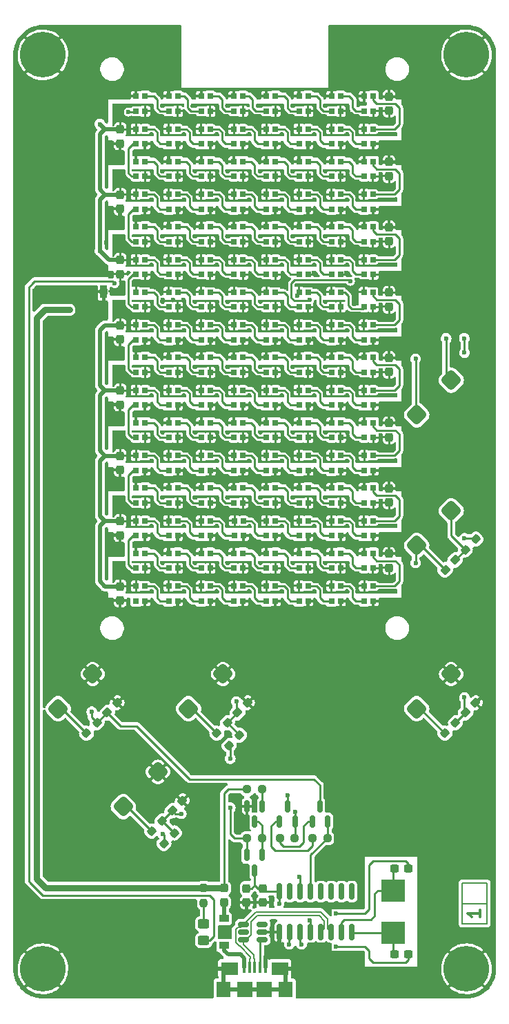
<source format=gbr>
%TF.GenerationSoftware,KiCad,Pcbnew,(6.0.7)*%
%TF.CreationDate,2022-10-06T21:29:34+03:00*%
%TF.ProjectId,ESP8266Tetris,45535038-3236-4365-9465-747269732e6b,1.0*%
%TF.SameCoordinates,Original*%
%TF.FileFunction,Copper,L1,Top*%
%TF.FilePolarity,Positive*%
%FSLAX46Y46*%
G04 Gerber Fmt 4.6, Leading zero omitted, Abs format (unit mm)*
G04 Created by KiCad (PCBNEW (6.0.7)) date 2022-10-06 21:29:34*
%MOMM*%
%LPD*%
G01*
G04 APERTURE LIST*
G04 Aperture macros list*
%AMRoundRect*
0 Rectangle with rounded corners*
0 $1 Rounding radius*
0 $2 $3 $4 $5 $6 $7 $8 $9 X,Y pos of 4 corners*
0 Add a 4 corners polygon primitive as box body*
4,1,4,$2,$3,$4,$5,$6,$7,$8,$9,$2,$3,0*
0 Add four circle primitives for the rounded corners*
1,1,$1+$1,$2,$3*
1,1,$1+$1,$4,$5*
1,1,$1+$1,$6,$7*
1,1,$1+$1,$8,$9*
0 Add four rect primitives between the rounded corners*
20,1,$1+$1,$2,$3,$4,$5,0*
20,1,$1+$1,$4,$5,$6,$7,0*
20,1,$1+$1,$6,$7,$8,$9,0*
20,1,$1+$1,$8,$9,$2,$3,0*%
G04 Aperture macros list end*
%TA.AperFunction,NonConductor*%
%ADD10C,0.200000*%
%TD*%
%ADD11C,0.300000*%
%TA.AperFunction,NonConductor*%
%ADD12C,0.300000*%
%TD*%
%TA.AperFunction,SMDPad,CuDef*%
%ADD13RoundRect,0.237500X0.237500X-0.300000X0.237500X0.300000X-0.237500X0.300000X-0.237500X-0.300000X0*%
%TD*%
%TA.AperFunction,SMDPad,CuDef*%
%ADD14R,0.700000X0.700000*%
%TD*%
%TA.AperFunction,SMDPad,CuDef*%
%ADD15RoundRect,0.237500X-0.250000X-0.237500X0.250000X-0.237500X0.250000X0.237500X-0.250000X0.237500X0*%
%TD*%
%TA.AperFunction,SMDPad,CuDef*%
%ADD16RoundRect,0.237500X-0.237500X0.300000X-0.237500X-0.300000X0.237500X-0.300000X0.237500X0.300000X0*%
%TD*%
%TA.AperFunction,SMDPad,CuDef*%
%ADD17RoundRect,0.237500X-0.044194X-0.380070X0.380070X0.044194X0.044194X0.380070X-0.380070X-0.044194X0*%
%TD*%
%TA.AperFunction,SMDPad,CuDef*%
%ADD18RoundRect,0.237500X0.008839X0.344715X-0.344715X-0.008839X-0.008839X-0.344715X0.344715X0.008839X0*%
%TD*%
%TA.AperFunction,SMDPad,CuDef*%
%ADD19RoundRect,0.150000X-0.512500X-0.150000X0.512500X-0.150000X0.512500X0.150000X-0.512500X0.150000X0*%
%TD*%
%TA.AperFunction,SMDPad,CuDef*%
%ADD20R,0.400000X1.350000*%
%TD*%
%TA.AperFunction,SMDPad,CuDef*%
%ADD21R,2.100000X1.600000*%
%TD*%
%TA.AperFunction,SMDPad,CuDef*%
%ADD22R,1.800000X1.900000*%
%TD*%
%TA.AperFunction,SMDPad,CuDef*%
%ADD23R,1.900000X1.900000*%
%TD*%
%TA.AperFunction,SMDPad,CuDef*%
%ADD24RoundRect,0.150000X0.150000X-0.587500X0.150000X0.587500X-0.150000X0.587500X-0.150000X-0.587500X0*%
%TD*%
%TA.AperFunction,SMDPad,CuDef*%
%ADD25RoundRect,0.500000X0.000000X-0.707107X0.707107X0.000000X0.000000X0.707107X-0.707107X0.000000X0*%
%TD*%
%TA.AperFunction,SMDPad,CuDef*%
%ADD26RoundRect,0.250000X0.450000X-0.325000X0.450000X0.325000X-0.450000X0.325000X-0.450000X-0.325000X0*%
%TD*%
%TA.AperFunction,SMDPad,CuDef*%
%ADD27RoundRect,0.237500X0.237500X-0.250000X0.237500X0.250000X-0.237500X0.250000X-0.237500X-0.250000X0*%
%TD*%
%TA.AperFunction,ComponentPad*%
%ADD28C,5.600000*%
%TD*%
%TA.AperFunction,SMDPad,CuDef*%
%ADD29RoundRect,0.150000X0.150000X-0.825000X0.150000X0.825000X-0.150000X0.825000X-0.150000X-0.825000X0*%
%TD*%
%TA.AperFunction,SMDPad,CuDef*%
%ADD30RoundRect,0.237500X-0.300000X-0.237500X0.300000X-0.237500X0.300000X0.237500X-0.300000X0.237500X0*%
%TD*%
%TA.AperFunction,SMDPad,CuDef*%
%ADD31RoundRect,0.150000X-0.150000X0.587500X-0.150000X-0.587500X0.150000X-0.587500X0.150000X0.587500X0*%
%TD*%
%TA.AperFunction,SMDPad,CuDef*%
%ADD32RoundRect,0.237500X0.237500X-0.287500X0.237500X0.287500X-0.237500X0.287500X-0.237500X-0.287500X0*%
%TD*%
%TA.AperFunction,SMDPad,CuDef*%
%ADD33RoundRect,0.237500X0.250000X0.237500X-0.250000X0.237500X-0.250000X-0.237500X0.250000X-0.237500X0*%
%TD*%
%TA.AperFunction,SMDPad,CuDef*%
%ADD34R,3.000000X2.800000*%
%TD*%
%TA.AperFunction,SMDPad,CuDef*%
%ADD35R,1.200000X0.900000*%
%TD*%
%TA.AperFunction,ComponentPad*%
%ADD36C,0.600000*%
%TD*%
%TA.AperFunction,SMDPad,CuDef*%
%ADD37R,0.900000X1.600000*%
%TD*%
%TA.AperFunction,ViaPad*%
%ADD38C,0.600000*%
%TD*%
%TA.AperFunction,Conductor*%
%ADD39C,0.500000*%
%TD*%
%TA.AperFunction,Conductor*%
%ADD40C,0.250000*%
%TD*%
%TA.AperFunction,Conductor*%
%ADD41C,0.800000*%
%TD*%
%TA.AperFunction,Conductor*%
%ADD42C,0.200000*%
%TD*%
G04 APERTURE END LIST*
D10*
X158500000Y-135500000D02*
X155500000Y-135500000D01*
X158500000Y-140500000D02*
X158500000Y-138000000D01*
X155500000Y-140500000D02*
X158500000Y-140500000D01*
X158500000Y-138000000D02*
X158500000Y-135500000D01*
X155500000Y-138000000D02*
X155500000Y-140500000D01*
X155500000Y-135500000D02*
X155500000Y-138000000D01*
X158500000Y-138000000D02*
X155500000Y-138000000D01*
D11*
D12*
X157678571Y-138821428D02*
X157678571Y-139678571D01*
X157678571Y-139250000D02*
X156178571Y-139250000D01*
X156392857Y-139392857D01*
X156535714Y-139535714D01*
X156607142Y-139678571D01*
D13*
%TO.P,C19,1*%
%TO.N,+3V3*%
X146490000Y-56862500D03*
%TO.P,C19,2*%
%TO.N,GND*%
X146490000Y-55137500D03*
%TD*%
D14*
%TO.P,D103,1,DO*%
%TO.N,Net-(D103-Pad1)*%
X144540000Y-95085000D03*
%TO.P,D103,2,GND*%
%TO.N,GND*%
X143440000Y-95085000D03*
%TO.P,D103,3,DI*%
%TO.N,Net-(D103-Pad3)*%
X143440000Y-96915000D03*
%TO.P,D103,4,VDD*%
%TO.N,+3V3*%
X144540000Y-96915000D03*
%TD*%
%TO.P,D43,1,DO*%
%TO.N,Net-(D39-Pad3)*%
X140540000Y-63085000D03*
%TO.P,D43,2,GND*%
%TO.N,GND*%
X139440000Y-63085000D03*
%TO.P,D43,3,DI*%
%TO.N,Net-(D43-Pad3)*%
X139440000Y-64915000D03*
%TO.P,D43,4,VDD*%
%TO.N,+3V3*%
X140540000Y-64915000D03*
%TD*%
%TO.P,D97,1,DO*%
%TO.N,Net-(D93-Pad3)*%
X143450000Y-84915000D03*
%TO.P,D97,2,GND*%
%TO.N,GND*%
X144550000Y-84915000D03*
%TO.P,D97,3,DI*%
%TO.N,Net-(D101-Pad1)*%
X144550000Y-83085000D03*
%TO.P,D97,4,VDD*%
%TO.N,+3V3*%
X143450000Y-83085000D03*
%TD*%
D15*
%TO.P,R7,1*%
%TO.N,+3V3*%
X129087500Y-130000000D03*
%TO.P,R7,2*%
%TO.N,Net-(Q1-Pad3)*%
X130912500Y-130000000D03*
%TD*%
D13*
%TO.P,C26,1*%
%TO.N,+3V3*%
X146490000Y-96862500D03*
%TO.P,C26,2*%
%TO.N,GND*%
X146490000Y-95137500D03*
%TD*%
D14*
%TO.P,D7,1,DO*%
%TO.N,/LED Display 1/DOUT1*%
X115440000Y-68915000D03*
%TO.P,D7,2,GND*%
%TO.N,GND*%
X116540000Y-68915000D03*
%TO.P,D7,3,DI*%
%TO.N,Net-(D11-Pad1)*%
X116540000Y-67085000D03*
%TO.P,D7,4,VDD*%
%TO.N,+3V3*%
X115440000Y-67085000D03*
%TD*%
%TO.P,D54,1,DO*%
%TO.N,Net-(D54-Pad1)*%
X127440000Y-60915000D03*
%TO.P,D54,2,GND*%
%TO.N,GND*%
X128540000Y-60915000D03*
%TO.P,D54,3,DI*%
%TO.N,Net-(D50-Pad1)*%
X128540000Y-59085000D03*
%TO.P,D54,4,VDD*%
%TO.N,+3V3*%
X127440000Y-59085000D03*
%TD*%
%TO.P,D86,1,DO*%
%TO.N,Net-(D86-Pad1)*%
X132550000Y-87085000D03*
%TO.P,D86,2,GND*%
%TO.N,GND*%
X131450000Y-87085000D03*
%TO.P,D86,3,DI*%
%TO.N,Net-(D82-Pad1)*%
X131450000Y-88915000D03*
%TO.P,D86,4,VDD*%
%TO.N,+3V3*%
X132550000Y-88915000D03*
%TD*%
%TO.P,D5,1,DO*%
%TO.N,Net-(D5-Pad1)*%
X115440000Y-52915000D03*
%TO.P,D5,2,GND*%
%TO.N,GND*%
X116540000Y-52915000D03*
%TO.P,D5,3,DI*%
%TO.N,Net-(D5-Pad3)*%
X116540000Y-51085000D03*
%TO.P,D5,4,VDD*%
%TO.N,+3V3*%
X115440000Y-51085000D03*
%TD*%
%TO.P,D6,1,DO*%
%TO.N,Net-(D10-Pad3)*%
X116540000Y-55085000D03*
%TO.P,D6,2,GND*%
%TO.N,GND*%
X115440000Y-55085000D03*
%TO.P,D6,3,DI*%
%TO.N,Net-(D5-Pad1)*%
X115440000Y-56915000D03*
%TO.P,D6,4,VDD*%
%TO.N,+3V3*%
X116540000Y-56915000D03*
%TD*%
%TO.P,D17,1,DO*%
%TO.N,Net-(D13-Pad3)*%
X127440000Y-52915000D03*
%TO.P,D17,2,GND*%
%TO.N,GND*%
X128540000Y-52915000D03*
%TO.P,D17,3,DI*%
%TO.N,Net-(D17-Pad3)*%
X128540000Y-51085000D03*
%TO.P,D17,4,VDD*%
%TO.N,+3V3*%
X127440000Y-51085000D03*
%TD*%
%TO.P,D26,1,DO*%
%TO.N,Net-(D26-Pad1)*%
X136540000Y-55085000D03*
%TO.P,D26,2,GND*%
%TO.N,GND*%
X135440000Y-55085000D03*
%TO.P,D26,3,DI*%
%TO.N,Net-(D22-Pad1)*%
X135440000Y-56915000D03*
%TO.P,D26,4,VDD*%
%TO.N,+3V3*%
X136540000Y-56915000D03*
%TD*%
D16*
%TO.P,C28,1*%
%TO.N,+3V3*%
X113490000Y-91137500D03*
%TO.P,C28,2*%
%TO.N,GND*%
X113490000Y-92862500D03*
%TD*%
D14*
%TO.P,D4,1,DO*%
%TO.N,Net-(D4-Pad1)*%
X116550000Y-39085000D03*
%TO.P,D4,2,GND*%
%TO.N,GND*%
X115450000Y-39085000D03*
%TO.P,D4,3,DI*%
%TO.N,DOUT*%
X115450000Y-40915000D03*
%TO.P,D4,4,VDD*%
%TO.N,+3V3*%
X116550000Y-40915000D03*
%TD*%
%TO.P,D34,1,DO*%
%TO.N,Net-(D34-Pad1)*%
X144540000Y-55085000D03*
%TO.P,D34,2,GND*%
%TO.N,GND*%
X143440000Y-55085000D03*
%TO.P,D34,3,DI*%
%TO.N,Net-(D30-Pad1)*%
X143440000Y-56915000D03*
%TO.P,D34,4,VDD*%
%TO.N,+3V3*%
X144540000Y-56915000D03*
%TD*%
D17*
%TO.P,C15,1*%
%TO.N,DOWN*%
X119890120Y-126609880D03*
%TO.P,C15,2*%
%TO.N,GND*%
X121109880Y-125390120D03*
%TD*%
D14*
%TO.P,D118,1,DO*%
%TO.N,Net-(D118-Pad1)*%
X127525000Y-92915000D03*
%TO.P,D118,2,GND*%
%TO.N,GND*%
X128625000Y-92915000D03*
%TO.P,D118,3,DI*%
%TO.N,Net-(D114-Pad1)*%
X128625000Y-91085000D03*
%TO.P,D118,4,VDD*%
%TO.N,+3V3*%
X127525000Y-91085000D03*
%TD*%
D18*
%TO.P,R20,1*%
%TO.N,RIGHT*%
X126645235Y-115854765D03*
%TO.P,R20,2*%
%TO.N,Net-(R20-Pad2)*%
X125354765Y-117145235D03*
%TD*%
D14*
%TO.P,D28,1,DO*%
%TO.N,Net-(D28-Pad1)*%
X140540000Y-39085000D03*
%TO.P,D28,2,GND*%
%TO.N,GND*%
X139440000Y-39085000D03*
%TO.P,D28,3,DI*%
%TO.N,Net-(D24-Pad1)*%
X139440000Y-40915000D03*
%TO.P,D28,4,VDD*%
%TO.N,+3V3*%
X140540000Y-40915000D03*
%TD*%
D19*
%TO.P,D2,1,TVS1*%
%TO.N,USB_D_N*%
X128612500Y-140550000D03*
%TO.P,D2,2,COM*%
%TO.N,GND*%
X128612500Y-141500000D03*
%TO.P,D2,3,TVS2*%
%TO.N,USB_D_P*%
X128612500Y-142450000D03*
%TO.P,D2,4,TVS3*%
%TO.N,Net-(D2-Pad4)*%
X130887500Y-142450000D03*
%TO.P,D2,5,COM*%
%TO.N,GND*%
X130887500Y-141500000D03*
%TO.P,D2,6,TVS4*%
%TO.N,unconnected-(D2-Pad6)*%
X130887500Y-140550000D03*
%TD*%
D14*
%TO.P,D127,1,DO*%
%TO.N,Net-(D123-Pad3)*%
X120540000Y-95085000D03*
%TO.P,D127,2,GND*%
%TO.N,GND*%
X119440000Y-95085000D03*
%TO.P,D127,3,DI*%
%TO.N,Net-(D127-Pad3)*%
X119440000Y-96915000D03*
%TO.P,D127,4,VDD*%
%TO.N,+3V3*%
X120540000Y-96915000D03*
%TD*%
%TO.P,D61,1,DO*%
%TO.N,Net-(D57-Pad3)*%
X120540000Y-47085000D03*
%TO.P,D61,2,GND*%
%TO.N,GND*%
X119440000Y-47085000D03*
%TO.P,D61,3,DI*%
%TO.N,Net-(D61-Pad3)*%
X119440000Y-48915000D03*
%TO.P,D61,4,VDD*%
%TO.N,+3V3*%
X120540000Y-48915000D03*
%TD*%
%TO.P,D51,1,DO*%
%TO.N,Net-(D47-Pad3)*%
X132540000Y-63085000D03*
%TO.P,D51,2,GND*%
%TO.N,GND*%
X131440000Y-63085000D03*
%TO.P,D51,3,DI*%
%TO.N,Net-(D51-Pad3)*%
X131440000Y-64915000D03*
%TO.P,D51,4,VDD*%
%TO.N,+3V3*%
X132540000Y-64915000D03*
%TD*%
%TO.P,D123,1,DO*%
%TO.N,Net-(D119-Pad3)*%
X124540000Y-95085000D03*
%TO.P,D123,2,GND*%
%TO.N,GND*%
X123440000Y-95085000D03*
%TO.P,D123,3,DI*%
%TO.N,Net-(D123-Pad3)*%
X123440000Y-96915000D03*
%TO.P,D123,4,VDD*%
%TO.N,+3V3*%
X124540000Y-96915000D03*
%TD*%
%TO.P,D79,1,DO*%
%TO.N,Net-(D75-Pad3)*%
X123440000Y-100915000D03*
%TO.P,D79,2,GND*%
%TO.N,GND*%
X124540000Y-100915000D03*
%TO.P,D79,3,DI*%
%TO.N,Net-(D79-Pad3)*%
X124540000Y-99085000D03*
%TO.P,D79,4,VDD*%
%TO.N,+3V3*%
X123440000Y-99085000D03*
%TD*%
%TO.P,D60,1,DO*%
%TO.N,Net-(D60-Pad1)*%
X119440000Y-44915000D03*
%TO.P,D60,2,GND*%
%TO.N,GND*%
X120540000Y-44915000D03*
%TO.P,D60,3,DI*%
%TO.N,Net-(D56-Pad1)*%
X120540000Y-43085000D03*
%TO.P,D60,4,VDD*%
%TO.N,+3V3*%
X119440000Y-43085000D03*
%TD*%
%TO.P,D108,1,DO*%
%TO.N,Net-(D108-Pad1)*%
X135440000Y-76915000D03*
%TO.P,D108,2,GND*%
%TO.N,GND*%
X136540000Y-76915000D03*
%TO.P,D108,3,DI*%
%TO.N,Net-(D104-Pad1)*%
X136540000Y-75085000D03*
%TO.P,D108,4,VDD*%
%TO.N,+3V3*%
X135440000Y-75085000D03*
%TD*%
%TO.P,D121,1,DO*%
%TO.N,Net-(D117-Pad3)*%
X124550000Y-79085000D03*
%TO.P,D121,2,GND*%
%TO.N,GND*%
X123450000Y-79085000D03*
%TO.P,D121,3,DI*%
%TO.N,Net-(D121-Pad3)*%
X123450000Y-80915000D03*
%TO.P,D121,4,VDD*%
%TO.N,+3V3*%
X124550000Y-80915000D03*
%TD*%
%TO.P,D112,1,DO*%
%TO.N,Net-(D112-Pad1)*%
X131440000Y-76915000D03*
%TO.P,D112,2,GND*%
%TO.N,GND*%
X132540000Y-76915000D03*
%TO.P,D112,3,DI*%
%TO.N,Net-(D108-Pad1)*%
X132540000Y-75085000D03*
%TO.P,D112,4,VDD*%
%TO.N,+3V3*%
X131440000Y-75085000D03*
%TD*%
%TO.P,D9,1,DO*%
%TO.N,Net-(D5-Pad3)*%
X119440000Y-52915000D03*
%TO.P,D9,2,GND*%
%TO.N,GND*%
X120540000Y-52915000D03*
%TO.P,D9,3,DI*%
%TO.N,Net-(D13-Pad1)*%
X120540000Y-51085000D03*
%TO.P,D9,4,VDD*%
%TO.N,+3V3*%
X119440000Y-51085000D03*
%TD*%
%TO.P,D23,1,DO*%
%TO.N,Net-(D19-Pad3)*%
X131450000Y-68915000D03*
%TO.P,D23,2,GND*%
%TO.N,GND*%
X132550000Y-68915000D03*
%TO.P,D23,3,DI*%
%TO.N,Net-(D23-Pad3)*%
X132550000Y-67085000D03*
%TO.P,D23,4,VDD*%
%TO.N,+3V3*%
X131450000Y-67085000D03*
%TD*%
D16*
%TO.P,C31,1*%
%TO.N,+3V3*%
X113490000Y-99137500D03*
%TO.P,C31,2*%
%TO.N,GND*%
X113490000Y-100862500D03*
%TD*%
D14*
%TO.P,D71,1,DO*%
%TO.N,unconnected-(D71-Pad1)*%
X115450000Y-100915000D03*
%TO.P,D71,2,GND*%
%TO.N,GND*%
X116550000Y-100915000D03*
%TO.P,D71,3,DI*%
%TO.N,Net-(D71-Pad3)*%
X116550000Y-99085000D03*
%TO.P,D71,4,VDD*%
%TO.N,+3V3*%
X115450000Y-99085000D03*
%TD*%
D18*
%TO.P,R22,1*%
%TO.N,DOWN*%
X118645235Y-127854765D03*
%TO.P,R22,2*%
%TO.N,Net-(R22-Pad2)*%
X117354765Y-129145235D03*
%TD*%
D16*
%TO.P,C25,1*%
%TO.N,+3V3*%
X113490000Y-83137500D03*
%TO.P,C25,2*%
%TO.N,GND*%
X113490000Y-84862500D03*
%TD*%
D13*
%TO.P,C22,1*%
%TO.N,+3V3*%
X146490000Y-40862500D03*
%TO.P,C22,2*%
%TO.N,GND*%
X146490000Y-39137500D03*
%TD*%
D14*
%TO.P,D29,1,DO*%
%TO.N,Net-(D25-Pad3)*%
X139440000Y-52915000D03*
%TO.P,D29,2,GND*%
%TO.N,GND*%
X140540000Y-52915000D03*
%TO.P,D29,3,DI*%
%TO.N,Net-(D29-Pad3)*%
X140540000Y-51085000D03*
%TO.P,D29,4,VDD*%
%TO.N,+3V3*%
X139440000Y-51085000D03*
%TD*%
D16*
%TO.P,C27,1*%
%TO.N,+3V3*%
X113490000Y-51137500D03*
%TO.P,C27,2*%
%TO.N,GND*%
X113490000Y-52862500D03*
%TD*%
D14*
%TO.P,D58,1,DO*%
%TO.N,Net-(D58-Pad1)*%
X123440000Y-60915000D03*
%TO.P,D58,2,GND*%
%TO.N,GND*%
X124540000Y-60915000D03*
%TO.P,D58,3,DI*%
%TO.N,Net-(D54-Pad1)*%
X124540000Y-59085000D03*
%TO.P,D58,4,VDD*%
%TO.N,+3V3*%
X123440000Y-59085000D03*
%TD*%
%TO.P,D84,1,DO*%
%TO.N,Net-(D84-Pad1)*%
X132540000Y-71085000D03*
%TO.P,D84,2,GND*%
%TO.N,GND*%
X131440000Y-71085000D03*
%TO.P,D84,3,DI*%
%TO.N,Net-(D80-Pad1)*%
X131440000Y-72915000D03*
%TO.P,D84,4,VDD*%
%TO.N,+3V3*%
X132540000Y-72915000D03*
%TD*%
D20*
%TO.P,J1,1,VBUS*%
%TO.N,Net-(D1-Pad2)*%
X128700000Y-145825000D03*
%TO.P,J1,2,D-*%
%TO.N,USB_D_N*%
X129350000Y-145825000D03*
%TO.P,J1,3,D+*%
%TO.N,USB_D_P*%
X130000000Y-145825000D03*
%TO.P,J1,4,ID*%
%TO.N,Net-(D2-Pad4)*%
X130650000Y-145825000D03*
%TO.P,J1,5,GND*%
%TO.N,GND*%
X131300000Y-145825000D03*
D21*
%TO.P,J1,6,Shield*%
X133100000Y-145950000D03*
D22*
X126200000Y-148500000D03*
X133800000Y-148500000D03*
D23*
X128800000Y-148500000D03*
D21*
X126900000Y-145950000D03*
D23*
X131200000Y-148500000D03*
%TD*%
D14*
%TO.P,D36,1,DO*%
%TO.N,Net-(D36-Pad1)*%
X143440000Y-44915000D03*
%TO.P,D36,2,GND*%
%TO.N,GND*%
X144540000Y-44915000D03*
%TO.P,D36,3,DI*%
%TO.N,Net-(D32-Pad1)*%
X144540000Y-43085000D03*
%TO.P,D36,4,VDD*%
%TO.N,+3V3*%
X143440000Y-43085000D03*
%TD*%
D16*
%TO.P,C30,1*%
%TO.N,+3V3*%
X113490000Y-59137500D03*
%TO.P,C30,2*%
%TO.N,GND*%
X113490000Y-60862500D03*
%TD*%
D14*
%TO.P,D95,1,DO*%
%TO.N,Net-(D91-Pad3)*%
X139440000Y-100915000D03*
%TO.P,D95,2,GND*%
%TO.N,GND*%
X140540000Y-100915000D03*
%TO.P,D95,3,DI*%
%TO.N,Net-(D95-Pad3)*%
X140540000Y-99085000D03*
%TO.P,D95,4,VDD*%
%TO.N,+3V3*%
X139440000Y-99085000D03*
%TD*%
%TO.P,D62,1,DO*%
%TO.N,Net-(D62-Pad1)*%
X119440000Y-60915000D03*
%TO.P,D62,2,GND*%
%TO.N,GND*%
X120540000Y-60915000D03*
%TO.P,D62,3,DI*%
%TO.N,Net-(D58-Pad1)*%
X120540000Y-59085000D03*
%TO.P,D62,4,VDD*%
%TO.N,+3V3*%
X119440000Y-59085000D03*
%TD*%
%TO.P,D107,1,DO*%
%TO.N,Net-(D103-Pad3)*%
X140540000Y-95085000D03*
%TO.P,D107,2,GND*%
%TO.N,GND*%
X139440000Y-95085000D03*
%TO.P,D107,3,DI*%
%TO.N,Net-(D107-Pad3)*%
X139440000Y-96915000D03*
%TO.P,D107,4,VDD*%
%TO.N,+3V3*%
X140540000Y-96915000D03*
%TD*%
%TO.P,D15,1,DO*%
%TO.N,Net-(D11-Pad3)*%
X123440000Y-68915000D03*
%TO.P,D15,2,GND*%
%TO.N,GND*%
X124540000Y-68915000D03*
%TO.P,D15,3,DI*%
%TO.N,Net-(D15-Pad3)*%
X124540000Y-67085000D03*
%TO.P,D15,4,VDD*%
%TO.N,+3V3*%
X123440000Y-67085000D03*
%TD*%
%TO.P,D111,1,DO*%
%TO.N,Net-(D107-Pad3)*%
X136540000Y-95085000D03*
%TO.P,D111,2,GND*%
%TO.N,GND*%
X135440000Y-95085000D03*
%TO.P,D111,3,DI*%
%TO.N,Net-(D111-Pad3)*%
X135440000Y-96915000D03*
%TO.P,D111,4,VDD*%
%TO.N,+3V3*%
X136540000Y-96915000D03*
%TD*%
%TO.P,D46,1,DO*%
%TO.N,Net-(D46-Pad1)*%
X135440000Y-60915000D03*
%TO.P,D46,2,GND*%
%TO.N,GND*%
X136540000Y-60915000D03*
%TO.P,D46,3,DI*%
%TO.N,Net-(D42-Pad1)*%
X136540000Y-59085000D03*
%TO.P,D46,4,VDD*%
%TO.N,+3V3*%
X135440000Y-59085000D03*
%TD*%
%TO.P,D31,1,DO*%
%TO.N,Net-(D27-Pad3)*%
X139440000Y-68915000D03*
%TO.P,D31,2,GND*%
%TO.N,GND*%
X140540000Y-68915000D03*
%TO.P,D31,3,DI*%
%TO.N,Net-(D31-Pad3)*%
X140540000Y-67085000D03*
%TO.P,D31,4,VDD*%
%TO.N,+3V3*%
X139440000Y-67085000D03*
%TD*%
D24*
%TO.P,Q3,1,B*%
%TO.N,Net-(Q3-Pad1)*%
X133050000Y-127937500D03*
%TO.P,Q3,2,E*%
%TO.N,RTS*%
X134950000Y-127937500D03*
%TO.P,Q3,3,C*%
%TO.N,RST*%
X134000000Y-126062500D03*
%TD*%
D17*
%TO.P,C16,1*%
%TO.N,+3V3*%
X153390120Y-97109880D03*
%TO.P,C16,2*%
%TO.N,Net-(C16-Pad2)*%
X154609880Y-95890120D03*
%TD*%
D14*
%TO.P,D21,1,DO*%
%TO.N,Net-(D17-Pad3)*%
X131440000Y-52915000D03*
%TO.P,D21,2,GND*%
%TO.N,GND*%
X132540000Y-52915000D03*
%TO.P,D21,3,DI*%
%TO.N,Net-(D21-Pad3)*%
X132540000Y-51085000D03*
%TO.P,D21,4,VDD*%
%TO.N,+3V3*%
X131440000Y-51085000D03*
%TD*%
D25*
%TO.P,SW3,1,1*%
%TO.N,Net-(R20-Pad2)*%
X121878680Y-114121320D03*
%TO.P,SW3,2,2*%
%TO.N,GND*%
X126121320Y-109878680D03*
%TD*%
D14*
%TO.P,D114,1,DO*%
%TO.N,Net-(D114-Pad1)*%
X131440000Y-92915000D03*
%TO.P,D114,2,GND*%
%TO.N,GND*%
X132540000Y-92915000D03*
%TO.P,D114,3,DI*%
%TO.N,Net-(D110-Pad1)*%
X132540000Y-91085000D03*
%TO.P,D114,4,VDD*%
%TO.N,+3V3*%
X131440000Y-91085000D03*
%TD*%
%TO.P,D30,1,DO*%
%TO.N,Net-(D30-Pad1)*%
X140540000Y-55085000D03*
%TO.P,D30,2,GND*%
%TO.N,GND*%
X139440000Y-55085000D03*
%TO.P,D30,3,DI*%
%TO.N,Net-(D26-Pad1)*%
X139440000Y-56915000D03*
%TO.P,D30,4,VDD*%
%TO.N,+3V3*%
X140540000Y-56915000D03*
%TD*%
%TO.P,D100,1,DO*%
%TO.N,Net-(D100-Pad1)*%
X143440000Y-76915000D03*
%TO.P,D100,2,GND*%
%TO.N,GND*%
X144540000Y-76915000D03*
%TO.P,D100,3,DI*%
%TO.N,Net-(D100-Pad3)*%
X144540000Y-75085000D03*
%TO.P,D100,4,VDD*%
%TO.N,+3V3*%
X143440000Y-75085000D03*
%TD*%
%TO.P,D57,1,DO*%
%TO.N,Net-(D53-Pad3)*%
X124540000Y-47085000D03*
%TO.P,D57,2,GND*%
%TO.N,GND*%
X123440000Y-47085000D03*
%TO.P,D57,3,DI*%
%TO.N,Net-(D57-Pad3)*%
X123440000Y-48915000D03*
%TO.P,D57,4,VDD*%
%TO.N,+3V3*%
X124540000Y-48915000D03*
%TD*%
%TO.P,D106,1,DO*%
%TO.N,Net-(D106-Pad1)*%
X139440000Y-92915000D03*
%TO.P,D106,2,GND*%
%TO.N,GND*%
X140540000Y-92915000D03*
%TO.P,D106,3,DI*%
%TO.N,Net-(D102-Pad1)*%
X140540000Y-91085000D03*
%TO.P,D106,4,VDD*%
%TO.N,+3V3*%
X139440000Y-91085000D03*
%TD*%
D26*
%TO.P,D3,1,K*%
%TO.N,Net-(D3-Pad1)*%
X123750000Y-142525000D03*
%TO.P,D3,2,A*%
%TO.N,Net-(D3-Pad2)*%
X123750000Y-140475000D03*
%TD*%
D14*
%TO.P,D44,1,DO*%
%TO.N,Net-(D44-Pad1)*%
X135440000Y-44915000D03*
%TO.P,D44,2,GND*%
%TO.N,GND*%
X136540000Y-44915000D03*
%TO.P,D44,3,DI*%
%TO.N,Net-(D40-Pad1)*%
X136540000Y-43085000D03*
%TO.P,D44,4,VDD*%
%TO.N,+3V3*%
X135440000Y-43085000D03*
%TD*%
%TO.P,D49,1,DO*%
%TO.N,Net-(D45-Pad3)*%
X132540000Y-47085000D03*
%TO.P,D49,2,GND*%
%TO.N,GND*%
X131440000Y-47085000D03*
%TO.P,D49,3,DI*%
%TO.N,Net-(D49-Pad3)*%
X131440000Y-48915000D03*
%TO.P,D49,4,VDD*%
%TO.N,+3V3*%
X132540000Y-48915000D03*
%TD*%
%TO.P,D59,1,DO*%
%TO.N,Net-(D55-Pad3)*%
X124540000Y-63085000D03*
%TO.P,D59,2,GND*%
%TO.N,GND*%
X123440000Y-63085000D03*
%TO.P,D59,3,DI*%
%TO.N,Net-(D59-Pad3)*%
X123440000Y-64915000D03*
%TO.P,D59,4,VDD*%
%TO.N,+3V3*%
X124540000Y-64915000D03*
%TD*%
D13*
%TO.P,C21,1*%
%TO.N,+3V3*%
X146490000Y-72862500D03*
%TO.P,C21,2*%
%TO.N,GND*%
X146490000Y-71137500D03*
%TD*%
D27*
%TO.P,R13,1*%
%TO.N,Net-(D3-Pad2)*%
X123750000Y-137912500D03*
%TO.P,R13,2*%
%TO.N,+5V*%
X123750000Y-136087500D03*
%TD*%
D14*
%TO.P,D72,1,DO*%
%TO.N,Net-(D72-Pad1)*%
X120540000Y-71085000D03*
%TO.P,D72,2,GND*%
%TO.N,GND*%
X119440000Y-71085000D03*
%TO.P,D72,3,DI*%
%TO.N,Net-(D68-Pad1)*%
X119440000Y-72915000D03*
%TO.P,D72,4,VDD*%
%TO.N,+3V3*%
X120540000Y-72915000D03*
%TD*%
D16*
%TO.P,C29,1*%
%TO.N,+3V3*%
X113490000Y-67137500D03*
%TO.P,C29,2*%
%TO.N,GND*%
X113490000Y-68862500D03*
%TD*%
D28*
%TO.P,H3,1,1*%
%TO.N,GND*%
X104000000Y-146000000D03*
%TD*%
D29*
%TO.P,U1,1,GND*%
%TO.N,GND*%
X133055000Y-141475000D03*
%TO.P,U1,2,TXD*%
%TO.N,Net-(R9-Pad1)*%
X134325000Y-141475000D03*
%TO.P,U1,3,RXD*%
%TO.N,Net-(R10-Pad1)*%
X135595000Y-141475000D03*
%TO.P,U1,4,V3*%
%TO.N,Net-(C6-Pad1)*%
X136865000Y-141475000D03*
%TO.P,U1,5,UD+*%
%TO.N,USB_D_P*%
X138135000Y-141475000D03*
%TO.P,U1,6,UD-*%
%TO.N,USB_D_N*%
X139405000Y-141475000D03*
%TO.P,U1,7,XI*%
%TO.N,Net-(C1-Pad1)*%
X140675000Y-141475000D03*
%TO.P,U1,8,XO*%
%TO.N,Net-(C2-Pad1)*%
X141945000Y-141475000D03*
%TO.P,U1,9,~{CTS}*%
%TO.N,unconnected-(U1-Pad9)*%
X141945000Y-136525000D03*
%TO.P,U1,10,~{DSR}*%
%TO.N,unconnected-(U1-Pad10)*%
X140675000Y-136525000D03*
%TO.P,U1,11,~{RI}*%
%TO.N,unconnected-(U1-Pad11)*%
X139405000Y-136525000D03*
%TO.P,U1,12,~{DCD}*%
%TO.N,unconnected-(U1-Pad12)*%
X138135000Y-136525000D03*
%TO.P,U1,13,~{DTR}*%
%TO.N,DTR*%
X136865000Y-136525000D03*
%TO.P,U1,14,~{RTS}*%
%TO.N,RTS*%
X135595000Y-136525000D03*
%TO.P,U1,15,R232*%
%TO.N,unconnected-(U1-Pad15)*%
X134325000Y-136525000D03*
%TO.P,U1,16,VCC*%
%TO.N,Net-(C6-Pad1)*%
X133055000Y-136525000D03*
%TD*%
D14*
%TO.P,D10,1,DO*%
%TO.N,Net-(D10-Pad1)*%
X120540000Y-55085000D03*
%TO.P,D10,2,GND*%
%TO.N,GND*%
X119440000Y-55085000D03*
%TO.P,D10,3,DI*%
%TO.N,Net-(D10-Pad3)*%
X119440000Y-56915000D03*
%TO.P,D10,4,VDD*%
%TO.N,+3V3*%
X120540000Y-56915000D03*
%TD*%
%TO.P,D129,1,DO*%
%TO.N,Net-(D125-Pad3)*%
X116550000Y-79085000D03*
%TO.P,D129,2,GND*%
%TO.N,GND*%
X115450000Y-79085000D03*
%TO.P,D129,3,DI*%
%TO.N,Net-(D128-Pad1)*%
X115450000Y-80915000D03*
%TO.P,D129,4,VDD*%
%TO.N,+3V3*%
X116550000Y-80915000D03*
%TD*%
%TO.P,D96,1,DO*%
%TO.N,Net-(D100-Pad3)*%
X144540000Y-71085000D03*
%TO.P,D96,2,GND*%
%TO.N,GND*%
X143440000Y-71085000D03*
%TO.P,D96,3,DI*%
%TO.N,Net-(D92-Pad1)*%
X143440000Y-72915000D03*
%TO.P,D96,4,VDD*%
%TO.N,+3V3*%
X144540000Y-72915000D03*
%TD*%
%TO.P,D37,1,DO*%
%TO.N,Net-(D33-Pad3)*%
X144540000Y-47085000D03*
%TO.P,D37,2,GND*%
%TO.N,GND*%
X143440000Y-47085000D03*
%TO.P,D37,3,DI*%
%TO.N,Net-(D37-Pad3)*%
X143440000Y-48915000D03*
%TO.P,D37,4,VDD*%
%TO.N,+3V3*%
X144540000Y-48915000D03*
%TD*%
D30*
%TO.P,C1,1*%
%TO.N,Net-(C1-Pad1)*%
X147137500Y-133750000D03*
%TO.P,C1,2*%
%TO.N,GND*%
X148862500Y-133750000D03*
%TD*%
D14*
%TO.P,D122,1,DO*%
%TO.N,Net-(D122-Pad1)*%
X123440000Y-92915000D03*
%TO.P,D122,2,GND*%
%TO.N,GND*%
X124540000Y-92915000D03*
%TO.P,D122,3,DI*%
%TO.N,Net-(D118-Pad1)*%
X124540000Y-91085000D03*
%TO.P,D122,4,VDD*%
%TO.N,+3V3*%
X123440000Y-91085000D03*
%TD*%
%TO.P,D41,1,DO*%
%TO.N,Net-(D37-Pad3)*%
X140540000Y-47085000D03*
%TO.P,D41,2,GND*%
%TO.N,GND*%
X139440000Y-47085000D03*
%TO.P,D41,3,DI*%
%TO.N,Net-(D41-Pad3)*%
X139440000Y-48915000D03*
%TO.P,D41,4,VDD*%
%TO.N,+3V3*%
X140540000Y-48915000D03*
%TD*%
D18*
%TO.P,R19,1*%
%TO.N,ROTATE*%
X154645235Y-115854765D03*
%TO.P,R19,2*%
%TO.N,Net-(R19-Pad2)*%
X153354765Y-117145235D03*
%TD*%
D14*
%TO.P,D119,1,DO*%
%TO.N,Net-(D115-Pad3)*%
X128540000Y-95085000D03*
%TO.P,D119,2,GND*%
%TO.N,GND*%
X127440000Y-95085000D03*
%TO.P,D119,3,DI*%
%TO.N,Net-(D119-Pad3)*%
X127440000Y-96915000D03*
%TO.P,D119,4,VDD*%
%TO.N,+3V3*%
X128540000Y-96915000D03*
%TD*%
%TO.P,D120,1,DO*%
%TO.N,Net-(D120-Pad1)*%
X123440000Y-76915000D03*
%TO.P,D120,2,GND*%
%TO.N,GND*%
X124540000Y-76915000D03*
%TO.P,D120,3,DI*%
%TO.N,Net-(D116-Pad1)*%
X124540000Y-75085000D03*
%TO.P,D120,4,VDD*%
%TO.N,+3V3*%
X123440000Y-75085000D03*
%TD*%
%TO.P,D20,1,DO*%
%TO.N,Net-(D20-Pad1)*%
X132540000Y-39085000D03*
%TO.P,D20,2,GND*%
%TO.N,GND*%
X131440000Y-39085000D03*
%TO.P,D20,3,DI*%
%TO.N,Net-(D16-Pad1)*%
X131440000Y-40915000D03*
%TO.P,D20,4,VDD*%
%TO.N,+3V3*%
X132540000Y-40915000D03*
%TD*%
%TO.P,D67,1,DO*%
%TO.N,Net-(D63-Pad3)*%
X116540000Y-63085000D03*
%TO.P,D67,2,GND*%
%TO.N,GND*%
X115440000Y-63085000D03*
%TO.P,D67,3,DI*%
%TO.N,Net-(D66-Pad1)*%
X115440000Y-64915000D03*
%TO.P,D67,4,VDD*%
%TO.N,+3V3*%
X116540000Y-64915000D03*
%TD*%
D25*
%TO.P,SW4,1,1*%
%TO.N,Net-(R22-Pad2)*%
X113878680Y-126121320D03*
%TO.P,SW4,2,2*%
%TO.N,GND*%
X118121320Y-121878680D03*
%TD*%
D14*
%TO.P,D115,1,DO*%
%TO.N,Net-(D111-Pad3)*%
X132540000Y-95085000D03*
%TO.P,D115,2,GND*%
%TO.N,GND*%
X131440000Y-95085000D03*
%TO.P,D115,3,DI*%
%TO.N,Net-(D115-Pad3)*%
X131440000Y-96915000D03*
%TO.P,D115,4,VDD*%
%TO.N,+3V3*%
X132540000Y-96915000D03*
%TD*%
%TO.P,D32,1,DO*%
%TO.N,Net-(D32-Pad1)*%
X144550000Y-39085000D03*
%TO.P,D32,2,GND*%
%TO.N,GND*%
X143450000Y-39085000D03*
%TO.P,D32,3,DI*%
%TO.N,Net-(D28-Pad1)*%
X143450000Y-40915000D03*
%TO.P,D32,4,VDD*%
%TO.N,+3V3*%
X144550000Y-40915000D03*
%TD*%
%TO.P,D109,1,DO*%
%TO.N,Net-(D105-Pad3)*%
X136550000Y-79085000D03*
%TO.P,D109,2,GND*%
%TO.N,GND*%
X135450000Y-79085000D03*
%TO.P,D109,3,DI*%
%TO.N,Net-(D109-Pad3)*%
X135450000Y-80915000D03*
%TO.P,D109,4,VDD*%
%TO.N,+3V3*%
X136550000Y-80915000D03*
%TD*%
%TO.P,D55,1,DO*%
%TO.N,Net-(D51-Pad3)*%
X128540000Y-63085000D03*
%TO.P,D55,2,GND*%
%TO.N,GND*%
X127440000Y-63085000D03*
%TO.P,D55,3,DI*%
%TO.N,Net-(D55-Pad3)*%
X127440000Y-64915000D03*
%TO.P,D55,4,VDD*%
%TO.N,+3V3*%
X128540000Y-64915000D03*
%TD*%
D15*
%TO.P,R17,1*%
%TO.N,Net-(Q4-Pad1)*%
X133087500Y-130000000D03*
%TO.P,R17,2*%
%TO.N,RTS*%
X134912500Y-130000000D03*
%TD*%
D14*
%TO.P,D93,1,DO*%
%TO.N,Net-(D89-Pad3)*%
X139450000Y-84915000D03*
%TO.P,D93,2,GND*%
%TO.N,GND*%
X140550000Y-84915000D03*
%TO.P,D93,3,DI*%
%TO.N,Net-(D93-Pad3)*%
X140550000Y-83085000D03*
%TO.P,D93,4,VDD*%
%TO.N,+3V3*%
X139450000Y-83085000D03*
%TD*%
D13*
%TO.P,C17,1*%
%TO.N,+3V3*%
X146490000Y-88862500D03*
%TO.P,C17,2*%
%TO.N,GND*%
X146490000Y-87137500D03*
%TD*%
D14*
%TO.P,D75,1,DO*%
%TO.N,Net-(D71-Pad3)*%
X119440000Y-100915000D03*
%TO.P,D75,2,GND*%
%TO.N,GND*%
X120540000Y-100915000D03*
%TO.P,D75,3,DI*%
%TO.N,Net-(D75-Pad3)*%
X120540000Y-99085000D03*
%TO.P,D75,4,VDD*%
%TO.N,+3V3*%
X119440000Y-99085000D03*
%TD*%
%TO.P,D76,1,DO*%
%TO.N,Net-(D76-Pad1)*%
X124540000Y-71085000D03*
%TO.P,D76,2,GND*%
%TO.N,GND*%
X123440000Y-71085000D03*
%TO.P,D76,3,DI*%
%TO.N,Net-(D72-Pad1)*%
X123440000Y-72915000D03*
%TO.P,D76,4,VDD*%
%TO.N,+3V3*%
X124540000Y-72915000D03*
%TD*%
%TO.P,D48,1,DO*%
%TO.N,Net-(D48-Pad1)*%
X131440000Y-44915000D03*
%TO.P,D48,2,GND*%
%TO.N,GND*%
X132540000Y-44915000D03*
%TO.P,D48,3,DI*%
%TO.N,Net-(D44-Pad1)*%
X132540000Y-43085000D03*
%TO.P,D48,4,VDD*%
%TO.N,+3V3*%
X131440000Y-43085000D03*
%TD*%
D17*
%TO.P,C13,1*%
%TO.N,LEFT*%
X111890120Y-114609880D03*
%TO.P,C13,2*%
%TO.N,GND*%
X113109880Y-113390120D03*
%TD*%
D14*
%TO.P,D63,1,DO*%
%TO.N,Net-(D59-Pad3)*%
X120540000Y-63085000D03*
%TO.P,D63,2,GND*%
%TO.N,GND*%
X119440000Y-63085000D03*
%TO.P,D63,3,DI*%
%TO.N,Net-(D63-Pad3)*%
X119440000Y-64915000D03*
%TO.P,D63,4,VDD*%
%TO.N,+3V3*%
X120540000Y-64915000D03*
%TD*%
D16*
%TO.P,C32,1*%
%TO.N,+3V3*%
X113490000Y-75137500D03*
%TO.P,C32,2*%
%TO.N,GND*%
X113490000Y-76862500D03*
%TD*%
D14*
%TO.P,D11,1,DO*%
%TO.N,Net-(D11-Pad1)*%
X119440000Y-68915000D03*
%TO.P,D11,2,GND*%
%TO.N,GND*%
X120540000Y-68915000D03*
%TO.P,D11,3,DI*%
%TO.N,Net-(D11-Pad3)*%
X120540000Y-67085000D03*
%TO.P,D11,4,VDD*%
%TO.N,+3V3*%
X119440000Y-67085000D03*
%TD*%
D31*
%TO.P,Q1,1,B*%
%TO.N,Net-(Q1-Pad1)*%
X130950000Y-126062500D03*
%TO.P,Q1,2,E*%
%TO.N,GND*%
X129050000Y-126062500D03*
%TO.P,Q1,3,C*%
%TO.N,Net-(Q1-Pad3)*%
X130000000Y-127937500D03*
%TD*%
D14*
%TO.P,D88,1,DO*%
%TO.N,Net-(D88-Pad1)*%
X136540000Y-71085000D03*
%TO.P,D88,2,GND*%
%TO.N,GND*%
X135440000Y-71085000D03*
%TO.P,D88,3,DI*%
%TO.N,Net-(D84-Pad1)*%
X135440000Y-72915000D03*
%TO.P,D88,4,VDD*%
%TO.N,+3V3*%
X136540000Y-72915000D03*
%TD*%
%TO.P,D94,1,DO*%
%TO.N,Net-(D94-Pad1)*%
X140550000Y-87085000D03*
%TO.P,D94,2,GND*%
%TO.N,GND*%
X139450000Y-87085000D03*
%TO.P,D94,3,DI*%
%TO.N,Net-(D90-Pad1)*%
X139450000Y-88915000D03*
%TO.P,D94,4,VDD*%
%TO.N,+3V3*%
X140550000Y-88915000D03*
%TD*%
D25*
%TO.P,SW1,1,1*%
%TO.N,Net-(R19-Pad2)*%
X149878680Y-114121320D03*
%TO.P,SW1,2,2*%
%TO.N,GND*%
X154121320Y-109878680D03*
%TD*%
D14*
%TO.P,D125,1,DO*%
%TO.N,Net-(D121-Pad3)*%
X120550000Y-79085000D03*
%TO.P,D125,2,GND*%
%TO.N,GND*%
X119450000Y-79085000D03*
%TO.P,D125,3,DI*%
%TO.N,Net-(D125-Pad3)*%
X119450000Y-80915000D03*
%TO.P,D125,4,VDD*%
%TO.N,+3V3*%
X120550000Y-80915000D03*
%TD*%
D25*
%TO.P,SW6,1,1*%
%TO.N,Net-(Q7-Pad1)*%
X149878680Y-78121320D03*
%TO.P,SW6,2,2*%
%TO.N,Net-(Q9-Pad3)*%
X154121320Y-73878680D03*
%TD*%
D14*
%TO.P,D22,1,DO*%
%TO.N,Net-(D22-Pad1)*%
X132540000Y-55085000D03*
%TO.P,D22,2,GND*%
%TO.N,GND*%
X131440000Y-55085000D03*
%TO.P,D22,3,DI*%
%TO.N,Net-(D18-Pad1)*%
X131440000Y-56915000D03*
%TO.P,D22,4,VDD*%
%TO.N,+3V3*%
X132540000Y-56915000D03*
%TD*%
D13*
%TO.P,C23,1*%
%TO.N,+3V3*%
X146490000Y-80862500D03*
%TO.P,C23,2*%
%TO.N,GND*%
X146490000Y-79137500D03*
%TD*%
D24*
%TO.P,Q4,1,B*%
%TO.N,Net-(Q4-Pad1)*%
X137050000Y-127937500D03*
%TO.P,Q4,2,E*%
%TO.N,DTR*%
X138950000Y-127937500D03*
%TO.P,Q4,3,C*%
%TO.N,LEFT*%
X138000000Y-126062500D03*
%TD*%
D14*
%TO.P,D33,1,DO*%
%TO.N,Net-(D29-Pad3)*%
X143440000Y-52915000D03*
%TO.P,D33,2,GND*%
%TO.N,GND*%
X144540000Y-52915000D03*
%TO.P,D33,3,DI*%
%TO.N,Net-(D33-Pad3)*%
X144540000Y-51085000D03*
%TO.P,D33,4,VDD*%
%TO.N,+3V3*%
X143440000Y-51085000D03*
%TD*%
D18*
%TO.P,R30,1*%
%TO.N,DOWN*%
X120145235Y-129354765D03*
%TO.P,R30,2*%
%TO.N,+3V3*%
X118854765Y-130645235D03*
%TD*%
D14*
%TO.P,D104,1,DO*%
%TO.N,Net-(D104-Pad1)*%
X139440000Y-76915000D03*
%TO.P,D104,2,GND*%
%TO.N,GND*%
X140540000Y-76915000D03*
%TO.P,D104,3,DI*%
%TO.N,Net-(D100-Pad1)*%
X140540000Y-75085000D03*
%TO.P,D104,4,VDD*%
%TO.N,+3V3*%
X139440000Y-75085000D03*
%TD*%
%TO.P,D18,1,DO*%
%TO.N,Net-(D18-Pad1)*%
X128540000Y-55085000D03*
%TO.P,D18,2,GND*%
%TO.N,GND*%
X127440000Y-55085000D03*
%TO.P,D18,3,DI*%
%TO.N,Net-(D14-Pad1)*%
X127440000Y-56915000D03*
%TO.P,D18,4,VDD*%
%TO.N,+3V3*%
X128540000Y-56915000D03*
%TD*%
%TO.P,D65,1,DO*%
%TO.N,Net-(D61-Pad3)*%
X116540000Y-47085000D03*
%TO.P,D65,2,GND*%
%TO.N,GND*%
X115440000Y-47085000D03*
%TO.P,D65,3,DI*%
%TO.N,Net-(D64-Pad1)*%
X115440000Y-48915000D03*
%TO.P,D65,4,VDD*%
%TO.N,+3V3*%
X116540000Y-48915000D03*
%TD*%
%TO.P,D74,1,DO*%
%TO.N,Net-(D74-Pad1)*%
X120550000Y-87085000D03*
%TO.P,D74,2,GND*%
%TO.N,GND*%
X119450000Y-87085000D03*
%TO.P,D74,3,DI*%
%TO.N,Net-(D70-Pad1)*%
X119450000Y-88915000D03*
%TO.P,D74,4,VDD*%
%TO.N,+3V3*%
X120550000Y-88915000D03*
%TD*%
%TO.P,D47,1,DO*%
%TO.N,Net-(D43-Pad3)*%
X136540000Y-63085000D03*
%TO.P,D47,2,GND*%
%TO.N,GND*%
X135440000Y-63085000D03*
%TO.P,D47,3,DI*%
%TO.N,Net-(D47-Pad3)*%
X135440000Y-64915000D03*
%TO.P,D47,4,VDD*%
%TO.N,+3V3*%
X136540000Y-64915000D03*
%TD*%
%TO.P,D24,1,DO*%
%TO.N,Net-(D24-Pad1)*%
X136540000Y-39085000D03*
%TO.P,D24,2,GND*%
%TO.N,GND*%
X135440000Y-39085000D03*
%TO.P,D24,3,DI*%
%TO.N,Net-(D20-Pad1)*%
X135440000Y-40915000D03*
%TO.P,D24,4,VDD*%
%TO.N,+3V3*%
X136540000Y-40915000D03*
%TD*%
%TO.P,D69,1,DO*%
%TO.N,Net-(D69-Pad1)*%
X115450000Y-84915000D03*
%TO.P,D69,2,GND*%
%TO.N,GND*%
X116550000Y-84915000D03*
%TO.P,D69,3,DI*%
%TO.N,Net-(D69-Pad3)*%
X116550000Y-83085000D03*
%TO.P,D69,4,VDD*%
%TO.N,+3V3*%
X115450000Y-83085000D03*
%TD*%
%TO.P,D13,1,DO*%
%TO.N,Net-(D13-Pad1)*%
X123440000Y-52915000D03*
%TO.P,D13,2,GND*%
%TO.N,GND*%
X124540000Y-52915000D03*
%TO.P,D13,3,DI*%
%TO.N,Net-(D13-Pad3)*%
X124540000Y-51085000D03*
%TO.P,D13,4,VDD*%
%TO.N,+3V3*%
X123440000Y-51085000D03*
%TD*%
%TO.P,D78,1,DO*%
%TO.N,Net-(D78-Pad1)*%
X124550000Y-87085000D03*
%TO.P,D78,2,GND*%
%TO.N,GND*%
X123450000Y-87085000D03*
%TO.P,D78,3,DI*%
%TO.N,Net-(D74-Pad1)*%
X123450000Y-88915000D03*
%TO.P,D78,4,VDD*%
%TO.N,+3V3*%
X124550000Y-88915000D03*
%TD*%
%TO.P,D85,1,DO*%
%TO.N,Net-(D81-Pad3)*%
X131450000Y-84915000D03*
%TO.P,D85,2,GND*%
%TO.N,GND*%
X132550000Y-84915000D03*
%TO.P,D85,3,DI*%
%TO.N,Net-(D85-Pad3)*%
X132550000Y-83085000D03*
%TO.P,D85,4,VDD*%
%TO.N,+3V3*%
X131450000Y-83085000D03*
%TD*%
%TO.P,D87,1,DO*%
%TO.N,Net-(D83-Pad3)*%
X131440000Y-100915000D03*
%TO.P,D87,2,GND*%
%TO.N,GND*%
X132540000Y-100915000D03*
%TO.P,D87,3,DI*%
%TO.N,Net-(D87-Pad3)*%
X132540000Y-99085000D03*
%TO.P,D87,4,VDD*%
%TO.N,+3V3*%
X131440000Y-99085000D03*
%TD*%
%TO.P,D19,1,DO*%
%TO.N,Net-(D15-Pad3)*%
X127450000Y-68915000D03*
%TO.P,D19,2,GND*%
%TO.N,GND*%
X128550000Y-68915000D03*
%TO.P,D19,3,DI*%
%TO.N,Net-(D19-Pad3)*%
X128550000Y-67085000D03*
%TO.P,D19,4,VDD*%
%TO.N,+3V3*%
X127450000Y-67085000D03*
%TD*%
%TO.P,D73,1,DO*%
%TO.N,Net-(D69-Pad3)*%
X119450000Y-84915000D03*
%TO.P,D73,2,GND*%
%TO.N,GND*%
X120550000Y-84915000D03*
%TO.P,D73,3,DI*%
%TO.N,Net-(D73-Pad3)*%
X120550000Y-83085000D03*
%TO.P,D73,4,VDD*%
%TO.N,+3V3*%
X119450000Y-83085000D03*
%TD*%
%TO.P,D40,1,DO*%
%TO.N,Net-(D40-Pad1)*%
X139440000Y-44915000D03*
%TO.P,D40,2,GND*%
%TO.N,GND*%
X140540000Y-44915000D03*
%TO.P,D40,3,DI*%
%TO.N,Net-(D36-Pad1)*%
X140540000Y-43085000D03*
%TO.P,D40,4,VDD*%
%TO.N,+3V3*%
X139440000Y-43085000D03*
%TD*%
%TO.P,D70,1,DO*%
%TO.N,Net-(D70-Pad1)*%
X116550000Y-87085000D03*
%TO.P,D70,2,GND*%
%TO.N,GND*%
X115450000Y-87085000D03*
%TO.P,D70,3,DI*%
%TO.N,Net-(D69-Pad1)*%
X115450000Y-88915000D03*
%TO.P,D70,4,VDD*%
%TO.N,+3V3*%
X116550000Y-88915000D03*
%TD*%
%TO.P,D101,1,DO*%
%TO.N,Net-(D101-Pad1)*%
X144550000Y-79085000D03*
%TO.P,D101,2,GND*%
%TO.N,GND*%
X143450000Y-79085000D03*
%TO.P,D101,3,DI*%
%TO.N,Net-(D101-Pad3)*%
X143450000Y-80915000D03*
%TO.P,D101,4,VDD*%
%TO.N,+3V3*%
X144550000Y-80915000D03*
%TD*%
%TO.P,D14,1,DO*%
%TO.N,Net-(D14-Pad1)*%
X124540000Y-55085000D03*
%TO.P,D14,2,GND*%
%TO.N,GND*%
X123440000Y-55085000D03*
%TO.P,D14,3,DI*%
%TO.N,Net-(D10-Pad1)*%
X123440000Y-56915000D03*
%TO.P,D14,4,VDD*%
%TO.N,+3V3*%
X124540000Y-56915000D03*
%TD*%
%TO.P,D27,1,DO*%
%TO.N,Net-(D23-Pad3)*%
X135450000Y-68915000D03*
%TO.P,D27,2,GND*%
%TO.N,GND*%
X136550000Y-68915000D03*
%TO.P,D27,3,DI*%
%TO.N,Net-(D27-Pad3)*%
X136550000Y-67085000D03*
%TO.P,D27,4,VDD*%
%TO.N,+3V3*%
X135450000Y-67085000D03*
%TD*%
%TO.P,D130,1,DO*%
%TO.N,Net-(D130-Pad1)*%
X115440000Y-92915000D03*
%TO.P,D130,2,GND*%
%TO.N,GND*%
X116540000Y-92915000D03*
%TO.P,D130,3,DI*%
%TO.N,Net-(D126-Pad1)*%
X116540000Y-91085000D03*
%TO.P,D130,4,VDD*%
%TO.N,+3V3*%
X115440000Y-91085000D03*
%TD*%
D31*
%TO.P,Q2,1,G*%
%TO.N,Net-(Q1-Pad3)*%
X130950000Y-132062500D03*
%TO.P,Q2,2,S*%
%TO.N,+3V3*%
X129050000Y-132062500D03*
%TO.P,Q2,3,D*%
%TO.N,Net-(C6-Pad1)*%
X130000000Y-133937500D03*
%TD*%
D14*
%TO.P,D82,1,DO*%
%TO.N,Net-(D82-Pad1)*%
X128550000Y-87085000D03*
%TO.P,D82,2,GND*%
%TO.N,GND*%
X127450000Y-87085000D03*
%TO.P,D82,3,DI*%
%TO.N,Net-(D78-Pad1)*%
X127450000Y-88915000D03*
%TO.P,D82,4,VDD*%
%TO.N,+3V3*%
X128550000Y-88915000D03*
%TD*%
%TO.P,D131,1,DO*%
%TO.N,Net-(D127-Pad3)*%
X116540000Y-95085000D03*
%TO.P,D131,2,GND*%
%TO.N,GND*%
X115440000Y-95085000D03*
%TO.P,D131,3,DI*%
%TO.N,Net-(D130-Pad1)*%
X115440000Y-96915000D03*
%TO.P,D131,4,VDD*%
%TO.N,+3V3*%
X116540000Y-96915000D03*
%TD*%
%TO.P,D56,1,DO*%
%TO.N,Net-(D56-Pad1)*%
X123440000Y-44915000D03*
%TO.P,D56,2,GND*%
%TO.N,GND*%
X124540000Y-44915000D03*
%TO.P,D56,3,DI*%
%TO.N,Net-(D52-Pad1)*%
X124540000Y-43085000D03*
%TO.P,D56,4,VDD*%
%TO.N,+3V3*%
X123440000Y-43085000D03*
%TD*%
%TO.P,D126,1,DO*%
%TO.N,Net-(D126-Pad1)*%
X119440000Y-92915000D03*
%TO.P,D126,2,GND*%
%TO.N,GND*%
X120540000Y-92915000D03*
%TO.P,D126,3,DI*%
%TO.N,Net-(D122-Pad1)*%
X120540000Y-91085000D03*
%TO.P,D126,4,VDD*%
%TO.N,+3V3*%
X119440000Y-91085000D03*
%TD*%
D30*
%TO.P,C2,1*%
%TO.N,Net-(C2-Pad1)*%
X147137500Y-144250000D03*
%TO.P,C2,2*%
%TO.N,GND*%
X148862500Y-144250000D03*
%TD*%
D32*
%TO.P,FB1,1*%
%TO.N,Net-(D1-Pad1)*%
X126250000Y-137875000D03*
%TO.P,FB1,2*%
%TO.N,+5V*%
X126250000Y-136125000D03*
%TD*%
D14*
%TO.P,D90,1,DO*%
%TO.N,Net-(D90-Pad1)*%
X136550000Y-87085000D03*
%TO.P,D90,2,GND*%
%TO.N,GND*%
X135450000Y-87085000D03*
%TO.P,D90,3,DI*%
%TO.N,Net-(D86-Pad1)*%
X135450000Y-88915000D03*
%TO.P,D90,4,VDD*%
%TO.N,+3V3*%
X136550000Y-88915000D03*
%TD*%
D33*
%TO.P,R1,1*%
%TO.N,Net-(Q1-Pad1)*%
X130912500Y-124000000D03*
%TO.P,R1,2*%
%TO.N,+5V*%
X129087500Y-124000000D03*
%TD*%
%TO.P,R15,1*%
%TO.N,DTR*%
X138912500Y-130000000D03*
%TO.P,R15,2*%
%TO.N,Net-(Q3-Pad1)*%
X137087500Y-130000000D03*
%TD*%
D34*
%TO.P,Y1,1,1*%
%TO.N,Net-(C1-Pad1)*%
X147000000Y-136400000D03*
%TO.P,Y1,2,2*%
%TO.N,Net-(C2-Pad1)*%
X147000000Y-141600000D03*
%TD*%
D14*
%TO.P,D113,1,DO*%
%TO.N,Net-(D109-Pad3)*%
X132550000Y-79085000D03*
%TO.P,D113,2,GND*%
%TO.N,GND*%
X131450000Y-79085000D03*
%TO.P,D113,3,DI*%
%TO.N,Net-(D113-Pad3)*%
X131450000Y-80915000D03*
%TO.P,D113,4,VDD*%
%TO.N,+3V3*%
X132550000Y-80915000D03*
%TD*%
%TO.P,D52,1,DO*%
%TO.N,Net-(D52-Pad1)*%
X127440000Y-44915000D03*
%TO.P,D52,2,GND*%
%TO.N,GND*%
X128540000Y-44915000D03*
%TO.P,D52,3,DI*%
%TO.N,Net-(D48-Pad1)*%
X128540000Y-43085000D03*
%TO.P,D52,4,VDD*%
%TO.N,+3V3*%
X127440000Y-43085000D03*
%TD*%
D18*
%TO.P,R28,1*%
%TO.N,RIGHT*%
X128145235Y-117354765D03*
%TO.P,R28,2*%
%TO.N,+3V3*%
X126854765Y-118645235D03*
%TD*%
D14*
%TO.P,D83,1,DO*%
%TO.N,Net-(D79-Pad3)*%
X127440000Y-100915000D03*
%TO.P,D83,2,GND*%
%TO.N,GND*%
X128540000Y-100915000D03*
%TO.P,D83,3,DI*%
%TO.N,Net-(D83-Pad3)*%
X128540000Y-99085000D03*
%TO.P,D83,4,VDD*%
%TO.N,+3V3*%
X127440000Y-99085000D03*
%TD*%
%TO.P,D117,1,DO*%
%TO.N,Net-(D113-Pad3)*%
X128550000Y-79085000D03*
%TO.P,D117,2,GND*%
%TO.N,GND*%
X127450000Y-79085000D03*
%TO.P,D117,3,DI*%
%TO.N,Net-(D117-Pad3)*%
X127450000Y-80915000D03*
%TO.P,D117,4,VDD*%
%TO.N,+3V3*%
X128550000Y-80915000D03*
%TD*%
D25*
%TO.P,SW2,1,1*%
%TO.N,Net-(R18-Pad2)*%
X105878680Y-114121320D03*
%TO.P,SW2,2,2*%
%TO.N,GND*%
X110121320Y-109878680D03*
%TD*%
D14*
%TO.P,D42,1,DO*%
%TO.N,Net-(D42-Pad1)*%
X139440000Y-60915000D03*
%TO.P,D42,2,GND*%
%TO.N,GND*%
X140540000Y-60915000D03*
%TO.P,D42,3,DI*%
%TO.N,Net-(D38-Pad1)*%
X140540000Y-59085000D03*
%TO.P,D42,4,VDD*%
%TO.N,+3V3*%
X139440000Y-59085000D03*
%TD*%
%TO.P,D89,1,DO*%
%TO.N,Net-(D85-Pad3)*%
X135450000Y-84915000D03*
%TO.P,D89,2,GND*%
%TO.N,GND*%
X136550000Y-84915000D03*
%TO.P,D89,3,DI*%
%TO.N,Net-(D89-Pad3)*%
X136550000Y-83085000D03*
%TO.P,D89,4,VDD*%
%TO.N,+3V3*%
X135450000Y-83085000D03*
%TD*%
%TO.P,D16,1,DO*%
%TO.N,Net-(D16-Pad1)*%
X128540000Y-39085000D03*
%TO.P,D16,2,GND*%
%TO.N,GND*%
X127440000Y-39085000D03*
%TO.P,D16,3,DI*%
%TO.N,Net-(D12-Pad1)*%
X127440000Y-40915000D03*
%TO.P,D16,4,VDD*%
%TO.N,+3V3*%
X128540000Y-40915000D03*
%TD*%
D28*
%TO.P,H4,1,1*%
%TO.N,GND*%
X156000000Y-146000000D03*
%TD*%
%TO.P,H2,1,1*%
%TO.N,GND*%
X156000000Y-34000000D03*
%TD*%
D35*
%TO.P,D1,1,K*%
%TO.N,Net-(D1-Pad1)*%
X126250000Y-139850000D03*
%TO.P,D1,2,A*%
%TO.N,Net-(D1-Pad2)*%
X126250000Y-143150000D03*
%TD*%
D14*
%TO.P,D116,1,DO*%
%TO.N,Net-(D116-Pad1)*%
X127440000Y-76915000D03*
%TO.P,D116,2,GND*%
%TO.N,GND*%
X128540000Y-76915000D03*
%TO.P,D116,3,DI*%
%TO.N,Net-(D112-Pad1)*%
X128540000Y-75085000D03*
%TO.P,D116,4,VDD*%
%TO.N,+3V3*%
X127440000Y-75085000D03*
%TD*%
%TO.P,D12,1,DO*%
%TO.N,Net-(D12-Pad1)*%
X124540000Y-39085000D03*
%TO.P,D12,2,GND*%
%TO.N,GND*%
X123440000Y-39085000D03*
%TO.P,D12,3,DI*%
%TO.N,Net-(D12-Pad3)*%
X123440000Y-40915000D03*
%TO.P,D12,4,VDD*%
%TO.N,+3V3*%
X124540000Y-40915000D03*
%TD*%
D16*
%TO.P,C6,1*%
%TO.N,Net-(C6-Pad1)*%
X129000000Y-136137500D03*
%TO.P,C6,2*%
%TO.N,GND*%
X129000000Y-137862500D03*
%TD*%
D14*
%TO.P,D25,1,DO*%
%TO.N,Net-(D21-Pad3)*%
X135440000Y-52915000D03*
%TO.P,D25,2,GND*%
%TO.N,GND*%
X136540000Y-52915000D03*
%TO.P,D25,3,DI*%
%TO.N,Net-(D25-Pad3)*%
X136540000Y-51085000D03*
%TO.P,D25,4,VDD*%
%TO.N,+3V3*%
X135440000Y-51085000D03*
%TD*%
%TO.P,D64,1,DO*%
%TO.N,Net-(D64-Pad1)*%
X115440000Y-44915000D03*
%TO.P,D64,2,GND*%
%TO.N,GND*%
X116540000Y-44915000D03*
%TO.P,D64,3,DI*%
%TO.N,Net-(D60-Pad1)*%
X116540000Y-43085000D03*
%TO.P,D64,4,VDD*%
%TO.N,+3V3*%
X115440000Y-43085000D03*
%TD*%
%TO.P,D35,1,DO*%
%TO.N,Net-(D31-Pad3)*%
X143440000Y-68915000D03*
%TO.P,D35,2,GND*%
%TO.N,GND*%
X144540000Y-68915000D03*
%TO.P,D35,3,DI*%
%TO.N,Net-(D35-Pad3)*%
X144540000Y-67085000D03*
%TO.P,D35,4,VDD*%
%TO.N,+3V3*%
X143440000Y-67085000D03*
%TD*%
%TO.P,D45,1,DO*%
%TO.N,Net-(D41-Pad3)*%
X136540000Y-47085000D03*
%TO.P,D45,2,GND*%
%TO.N,GND*%
X135440000Y-47085000D03*
%TO.P,D45,3,DI*%
%TO.N,Net-(D45-Pad3)*%
X135440000Y-48915000D03*
%TO.P,D45,4,VDD*%
%TO.N,+3V3*%
X136540000Y-48915000D03*
%TD*%
D28*
%TO.P,H1,1,1*%
%TO.N,GND*%
X104000000Y-34000000D03*
%TD*%
D14*
%TO.P,D53,1,DO*%
%TO.N,Net-(D49-Pad3)*%
X128540000Y-47085000D03*
%TO.P,D53,2,GND*%
%TO.N,GND*%
X127440000Y-47085000D03*
%TO.P,D53,3,DI*%
%TO.N,Net-(D53-Pad3)*%
X127440000Y-48915000D03*
%TO.P,D53,4,VDD*%
%TO.N,+3V3*%
X128540000Y-48915000D03*
%TD*%
D16*
%TO.P,C18,1*%
%TO.N,+3V3*%
X113490000Y-43137500D03*
%TO.P,C18,2*%
%TO.N,GND*%
X113490000Y-44862500D03*
%TD*%
D14*
%TO.P,D66,1,DO*%
%TO.N,Net-(D66-Pad1)*%
X115440000Y-60915000D03*
%TO.P,D66,2,GND*%
%TO.N,GND*%
X116540000Y-60915000D03*
%TO.P,D66,3,DI*%
%TO.N,Net-(D62-Pad1)*%
X116540000Y-59085000D03*
%TO.P,D66,4,VDD*%
%TO.N,+3V3*%
X115440000Y-59085000D03*
%TD*%
D25*
%TO.P,SW5,1,1*%
%TO.N,+3V3*%
X149878680Y-94121320D03*
%TO.P,SW5,2,2*%
%TO.N,Net-(C16-Pad2)*%
X154121320Y-89878680D03*
%TD*%
D14*
%TO.P,D91,1,DO*%
%TO.N,Net-(D87-Pad3)*%
X135440000Y-100915000D03*
%TO.P,D91,2,GND*%
%TO.N,GND*%
X136540000Y-100915000D03*
%TO.P,D91,3,DI*%
%TO.N,Net-(D91-Pad3)*%
X136540000Y-99085000D03*
%TO.P,D91,4,VDD*%
%TO.N,+3V3*%
X135440000Y-99085000D03*
%TD*%
%TO.P,D98,1,DO*%
%TO.N,Net-(D102-Pad3)*%
X144550000Y-87085000D03*
%TO.P,D98,2,GND*%
%TO.N,GND*%
X143450000Y-87085000D03*
%TO.P,D98,3,DI*%
%TO.N,Net-(D94-Pad1)*%
X143450000Y-88915000D03*
%TO.P,D98,4,VDD*%
%TO.N,+3V3*%
X144550000Y-88915000D03*
%TD*%
%TO.P,D77,1,DO*%
%TO.N,Net-(D73-Pad3)*%
X123450000Y-84915000D03*
%TO.P,D77,2,GND*%
%TO.N,GND*%
X124550000Y-84915000D03*
%TO.P,D77,3,DI*%
%TO.N,Net-(D77-Pad3)*%
X124550000Y-83085000D03*
%TO.P,D77,4,VDD*%
%TO.N,+3V3*%
X123450000Y-83085000D03*
%TD*%
%TO.P,D110,1,DO*%
%TO.N,Net-(D110-Pad1)*%
X135440000Y-92915000D03*
%TO.P,D110,2,GND*%
%TO.N,GND*%
X136540000Y-92915000D03*
%TO.P,D110,3,DI*%
%TO.N,Net-(D106-Pad1)*%
X136540000Y-91085000D03*
%TO.P,D110,4,VDD*%
%TO.N,+3V3*%
X135440000Y-91085000D03*
%TD*%
D13*
%TO.P,C20,1*%
%TO.N,+3V3*%
X146490000Y-48862500D03*
%TO.P,C20,2*%
%TO.N,GND*%
X146490000Y-47137500D03*
%TD*%
D14*
%TO.P,D80,1,DO*%
%TO.N,Net-(D80-Pad1)*%
X128540000Y-71085000D03*
%TO.P,D80,2,GND*%
%TO.N,GND*%
X127440000Y-71085000D03*
%TO.P,D80,3,DI*%
%TO.N,Net-(D76-Pad1)*%
X127440000Y-72915000D03*
%TO.P,D80,4,VDD*%
%TO.N,+3V3*%
X128540000Y-72915000D03*
%TD*%
D17*
%TO.P,C12,1*%
%TO.N,ROTATE*%
X155890120Y-114609880D03*
%TO.P,C12,2*%
%TO.N,GND*%
X157109880Y-113390120D03*
%TD*%
D14*
%TO.P,D81,1,DO*%
%TO.N,Net-(D77-Pad3)*%
X127450000Y-84915000D03*
%TO.P,D81,2,GND*%
%TO.N,GND*%
X128550000Y-84915000D03*
%TO.P,D81,3,DI*%
%TO.N,Net-(D81-Pad3)*%
X128550000Y-83085000D03*
%TO.P,D81,4,VDD*%
%TO.N,+3V3*%
X127450000Y-83085000D03*
%TD*%
%TO.P,D39,1,DO*%
%TO.N,Net-(D35-Pad3)*%
X144540000Y-63085000D03*
%TO.P,D39,2,GND*%
%TO.N,GND*%
X143440000Y-63085000D03*
%TO.P,D39,3,DI*%
%TO.N,Net-(D39-Pad3)*%
X143440000Y-64915000D03*
%TO.P,D39,4,VDD*%
%TO.N,+3V3*%
X144540000Y-64915000D03*
%TD*%
D16*
%TO.P,C7,1*%
%TO.N,Net-(C6-Pad1)*%
X131000000Y-136137500D03*
%TO.P,C7,2*%
%TO.N,GND*%
X131000000Y-137862500D03*
%TD*%
D14*
%TO.P,D50,1,DO*%
%TO.N,Net-(D50-Pad1)*%
X131440000Y-60915000D03*
%TO.P,D50,2,GND*%
%TO.N,GND*%
X132540000Y-60915000D03*
%TO.P,D50,3,DI*%
%TO.N,Net-(D46-Pad1)*%
X132540000Y-59085000D03*
%TO.P,D50,4,VDD*%
%TO.N,+3V3*%
X131440000Y-59085000D03*
%TD*%
%TO.P,D102,1,DO*%
%TO.N,Net-(D102-Pad1)*%
X143440000Y-92915000D03*
%TO.P,D102,2,GND*%
%TO.N,GND*%
X144540000Y-92915000D03*
%TO.P,D102,3,DI*%
%TO.N,Net-(D102-Pad3)*%
X144540000Y-91085000D03*
%TO.P,D102,4,VDD*%
%TO.N,+3V3*%
X143440000Y-91085000D03*
%TD*%
%TO.P,D8,1,DO*%
%TO.N,Net-(D12-Pad3)*%
X120540000Y-39085000D03*
%TO.P,D8,2,GND*%
%TO.N,GND*%
X119440000Y-39085000D03*
%TO.P,D8,3,DI*%
%TO.N,Net-(D4-Pad1)*%
X119440000Y-40915000D03*
%TO.P,D8,4,VDD*%
%TO.N,+3V3*%
X120540000Y-40915000D03*
%TD*%
%TO.P,D105,1,DO*%
%TO.N,Net-(D101-Pad3)*%
X140550000Y-79085000D03*
%TO.P,D105,2,GND*%
%TO.N,GND*%
X139450000Y-79085000D03*
%TO.P,D105,3,DI*%
%TO.N,Net-(D105-Pad3)*%
X139450000Y-80915000D03*
%TO.P,D105,4,VDD*%
%TO.N,+3V3*%
X140550000Y-80915000D03*
%TD*%
D13*
%TO.P,C24,1*%
%TO.N,+3V3*%
X146490000Y-64862500D03*
%TO.P,C24,2*%
%TO.N,GND*%
X146490000Y-63137500D03*
%TD*%
D17*
%TO.P,C14,1*%
%TO.N,RIGHT*%
X127890120Y-114609880D03*
%TO.P,C14,2*%
%TO.N,GND*%
X129109880Y-113390120D03*
%TD*%
D14*
%TO.P,D38,1,DO*%
%TO.N,Net-(D38-Pad1)*%
X143440000Y-60915000D03*
%TO.P,D38,2,GND*%
%TO.N,GND*%
X144540000Y-60915000D03*
%TO.P,D38,3,DI*%
%TO.N,Net-(D34-Pad1)*%
X144540000Y-59085000D03*
%TO.P,D38,4,VDD*%
%TO.N,+3V3*%
X143440000Y-59085000D03*
%TD*%
%TO.P,D68,1,DO*%
%TO.N,Net-(D68-Pad1)*%
X116540000Y-71085000D03*
%TO.P,D68,2,GND*%
%TO.N,GND*%
X115440000Y-71085000D03*
%TO.P,D68,3,DI*%
%TO.N,/LED Display 1/DOUT1*%
X115440000Y-72915000D03*
%TO.P,D68,4,VDD*%
%TO.N,+3V3*%
X116540000Y-72915000D03*
%TD*%
%TO.P,D92,1,DO*%
%TO.N,Net-(D92-Pad1)*%
X140540000Y-71085000D03*
%TO.P,D92,2,GND*%
%TO.N,GND*%
X139440000Y-71085000D03*
%TO.P,D92,3,DI*%
%TO.N,Net-(D88-Pad1)*%
X139440000Y-72915000D03*
%TO.P,D92,4,VDD*%
%TO.N,+3V3*%
X140540000Y-72915000D03*
%TD*%
%TO.P,D128,1,DO*%
%TO.N,Net-(D128-Pad1)*%
X115440000Y-76915000D03*
%TO.P,D128,2,GND*%
%TO.N,GND*%
X116540000Y-76915000D03*
%TO.P,D128,3,DI*%
%TO.N,Net-(D124-Pad1)*%
X116540000Y-75085000D03*
%TO.P,D128,4,VDD*%
%TO.N,+3V3*%
X115440000Y-75085000D03*
%TD*%
%TO.P,D124,1,DO*%
%TO.N,Net-(D124-Pad1)*%
X119440000Y-76915000D03*
%TO.P,D124,2,GND*%
%TO.N,GND*%
X120540000Y-76915000D03*
%TO.P,D124,3,DI*%
%TO.N,Net-(D120-Pad1)*%
X120540000Y-75085000D03*
%TO.P,D124,4,VDD*%
%TO.N,+3V3*%
X119440000Y-75085000D03*
%TD*%
D18*
%TO.P,R33,1*%
%TO.N,START*%
X157145235Y-93354765D03*
%TO.P,R33,2*%
%TO.N,Net-(C16-Pad2)*%
X155854765Y-94645235D03*
%TD*%
%TO.P,R18,1*%
%TO.N,LEFT*%
X110645235Y-115854765D03*
%TO.P,R18,2*%
%TO.N,Net-(R18-Pad2)*%
X109354765Y-117145235D03*
%TD*%
D14*
%TO.P,D99,1,DO*%
%TO.N,Net-(D95-Pad3)*%
X143450000Y-100915000D03*
%TO.P,D99,2,GND*%
%TO.N,GND*%
X144550000Y-100915000D03*
%TO.P,D99,3,DI*%
%TO.N,Net-(D103-Pad1)*%
X144550000Y-99085000D03*
%TO.P,D99,4,VDD*%
%TO.N,+3V3*%
X143450000Y-99085000D03*
%TD*%
D36*
%TO.P,U3,9,EP*%
%TO.N,GND*%
X111475000Y-63500000D03*
X111475000Y-62500000D03*
D37*
X111475000Y-63000000D03*
%TD*%
D38*
%TO.N,GND*%
X153250000Y-55750000D03*
X153250000Y-57500000D03*
X155000000Y-57500000D03*
X155000000Y-55750000D03*
X111750000Y-57000000D03*
X121750000Y-54000000D03*
X118500000Y-54000000D03*
%TO.N,+3V3*%
X113500000Y-49000000D03*
X111000000Y-42500000D03*
X111000000Y-58000000D03*
%TO.N,GND*%
X113500000Y-54500000D03*
%TO.N,+3V3*%
X145500000Y-43750000D03*
%TO.N,RIGHT*%
X155750000Y-70500000D03*
X155737701Y-68737701D03*
%TO.N,GND*%
X116500000Y-105250000D03*
X128750000Y-141500000D03*
X112000000Y-86750000D03*
X107750000Y-79250000D03*
X120000000Y-146750000D03*
X119000000Y-34000000D03*
X125000000Y-46000000D03*
X137250000Y-68750000D03*
X106000000Y-46000000D03*
X153250000Y-81000000D03*
X139750000Y-148500000D03*
X148000000Y-118250000D03*
X118250000Y-105250000D03*
X106000000Y-77500000D03*
X134000000Y-105250000D03*
X119000000Y-35750000D03*
X155000000Y-81000000D03*
X135750000Y-105250000D03*
X117250000Y-34000000D03*
X142250000Y-64500000D03*
X120000000Y-105250000D03*
X141000000Y-34000000D03*
X106000000Y-81000000D03*
X146250000Y-120000000D03*
X141250000Y-60750000D03*
X141000000Y-32250000D03*
X107750000Y-77500000D03*
X125500000Y-61750000D03*
X113500000Y-86750000D03*
X138000000Y-148500000D03*
X128000000Y-131750000D03*
X120500000Y-70000000D03*
X107750000Y-46000000D03*
X128000000Y-127500000D03*
X113500000Y-46000000D03*
X114750000Y-107000000D03*
X139750000Y-146750000D03*
X117250000Y-32250000D03*
X118250000Y-107000000D03*
X105000000Y-118250000D03*
X106000000Y-47750000D03*
X135250000Y-63500000D03*
X149500000Y-65750000D03*
X112000000Y-94750000D03*
X116500000Y-107000000D03*
X113500000Y-94750000D03*
X113500000Y-53500000D03*
X144500000Y-120000000D03*
X143000000Y-40000000D03*
X137500000Y-107000000D03*
X139250000Y-105250000D03*
X140000000Y-143250000D03*
X119000000Y-32250000D03*
X155000000Y-47750000D03*
X135750000Y-107000000D03*
X114750000Y-105250000D03*
X106750000Y-118250000D03*
X135000000Y-146000000D03*
X128000000Y-129000000D03*
X154500000Y-65750000D03*
X120000000Y-148500000D03*
X155000000Y-46000000D03*
X112000000Y-78750000D03*
X152000000Y-65750000D03*
X148000000Y-120000000D03*
X153250000Y-47750000D03*
X153250000Y-79250000D03*
X126750000Y-61750000D03*
X107750000Y-47750000D03*
X121750000Y-146750000D03*
X143000000Y-54000000D03*
X141000000Y-35750000D03*
X112000000Y-70500000D03*
X112000000Y-69000000D03*
X137500000Y-105250000D03*
X107750000Y-81000000D03*
X153250000Y-77500000D03*
X117250000Y-35750000D03*
X142750000Y-35750000D03*
X155000000Y-79250000D03*
X146250000Y-118250000D03*
X153250000Y-46000000D03*
X148862500Y-144250000D03*
X127000000Y-46000000D03*
X117750000Y-70000000D03*
X142750000Y-34000000D03*
X105000000Y-120000000D03*
X121750000Y-148500000D03*
X115500000Y-46000000D03*
X113500000Y-78750000D03*
X142750000Y-32250000D03*
X134000000Y-107000000D03*
X139250000Y-107000000D03*
X137250000Y-60750000D03*
X148862500Y-133750000D03*
X120000000Y-107000000D03*
X140000000Y-139250000D03*
X106000000Y-79250000D03*
X155000000Y-77500000D03*
X125000000Y-146000000D03*
X106750000Y-120000000D03*
X138000000Y-146750000D03*
X118000000Y-46000000D03*
X128000000Y-133500000D03*
X144500000Y-118250000D03*
%TO.N,+3V3*%
X127000000Y-120250000D03*
X146500000Y-98000000D03*
X127000000Y-126250000D03*
X118750000Y-64000000D03*
X121500000Y-58000000D03*
X122750000Y-58000000D03*
X145500000Y-41000000D03*
X149750000Y-96250000D03*
X119990000Y-64000000D03*
X127000000Y-98250000D03*
X118750000Y-129500000D03*
X121250000Y-64000000D03*
X124000000Y-58000000D03*
%TO.N,RST*%
X134000000Y-124750000D03*
%TO.N,+5V*%
X107250000Y-65250000D03*
X106000000Y-65250000D03*
%TO.N,Net-(C6-Pad1)*%
X133000000Y-138000000D03*
X136750000Y-140074500D03*
%TO.N,ROTATE*%
X155750000Y-112750000D03*
%TO.N,Net-(D3-Pad1)*%
X112809878Y-62012347D03*
%TO.N,DOUT*%
X114500000Y-41000000D03*
%TO.N,RTS*%
X135500000Y-134750000D03*
X135000000Y-126750000D03*
%TO.N,SD*%
X136750000Y-64000000D03*
X141750000Y-61750000D03*
%TO.N,Net-(R9-Pad1)*%
X134250000Y-143000000D03*
%TO.N,Net-(R10-Pad1)*%
X135750000Y-143000000D03*
%TO.N,Net-(Q7-Pad1)*%
X149750000Y-71250000D03*
%TO.N,Net-(Q9-Pad3)*%
X153500000Y-68750000D03*
%TO.N,LEFT*%
X110000000Y-114500000D03*
%TO.N,RIGHT*%
X127750000Y-113250000D03*
%TO.N,DOWN*%
X121000000Y-127000000D03*
%TO.N,START*%
X155750000Y-93250000D03*
%TD*%
D39*
%TO.N,+3V3*%
X111612500Y-43112500D02*
X111612500Y-43137500D01*
X111000000Y-42500000D02*
X111612500Y-43112500D01*
X112137500Y-59137500D02*
X111000000Y-58000000D01*
X113490000Y-59137500D02*
X112137500Y-59137500D01*
X111000000Y-51750000D02*
X111000000Y-58000000D01*
D40*
%TO.N,RIGHT*%
X155737701Y-68737701D02*
X155737701Y-70487701D01*
X155737701Y-70487701D02*
X155750000Y-70500000D01*
D39*
%TO.N,GND*%
X126200000Y-148500000D02*
X126200000Y-146650000D01*
D40*
X148500000Y-145250000D02*
X144500000Y-145250000D01*
X144500000Y-132750000D02*
X144000000Y-133250000D01*
D39*
X131300000Y-144450000D02*
X131300000Y-145825000D01*
D40*
X143500000Y-139250000D02*
X140000000Y-139250000D01*
X144000000Y-133250000D02*
X144000000Y-138750000D01*
X148500000Y-132750000D02*
X148862500Y-133112500D01*
D39*
X131200000Y-148500000D02*
X128800000Y-148500000D01*
X126850000Y-146000000D02*
X126900000Y-145950000D01*
D40*
X135250000Y-63500000D02*
X135250000Y-63275000D01*
X143500000Y-143250000D02*
X140000000Y-143250000D01*
X144000000Y-143750000D02*
X143500000Y-143250000D01*
D39*
X125000000Y-146000000D02*
X126850000Y-146000000D01*
X135000000Y-146000000D02*
X133150000Y-146000000D01*
X133800000Y-146650000D02*
X133100000Y-145950000D01*
D40*
X148500000Y-132750000D02*
X144500000Y-132750000D01*
X144000000Y-144750000D02*
X144000000Y-143750000D01*
X148862500Y-133112500D02*
X148862500Y-133750000D01*
D39*
X133150000Y-146000000D02*
X133100000Y-145950000D01*
X126200000Y-146650000D02*
X126900000Y-145950000D01*
X133055000Y-142695000D02*
X131300000Y-144450000D01*
D40*
X144000000Y-138750000D02*
X143500000Y-139250000D01*
X148862500Y-144887500D02*
X148862500Y-144250000D01*
D39*
X133800000Y-148500000D02*
X133800000Y-146650000D01*
X133800000Y-148500000D02*
X131200000Y-148500000D01*
X133055000Y-141475000D02*
X133055000Y-142695000D01*
D40*
X144500000Y-145250000D02*
X144000000Y-144750000D01*
X148500000Y-145250000D02*
X148862500Y-144887500D01*
D39*
X126200000Y-148500000D02*
X128800000Y-148500000D01*
D40*
X135250000Y-63275000D02*
X135440000Y-63085000D01*
%TO.N,+3V3*%
X118854765Y-129604765D02*
X118750000Y-129500000D01*
D39*
X111612500Y-43137500D02*
X111000000Y-43750000D01*
X111000000Y-82500000D02*
X111637500Y-83137500D01*
D40*
X117683411Y-49066589D02*
X116691589Y-49066589D01*
X153390120Y-97109880D02*
X150401560Y-94121320D01*
X116691589Y-49066589D02*
X116540000Y-48915000D01*
X127000000Y-126250000D02*
X127000000Y-129500000D01*
X127000000Y-120250000D02*
X127000000Y-118790470D01*
D39*
X111000000Y-98500000D02*
X111637500Y-99137500D01*
X111612500Y-67137500D02*
X111000000Y-67750000D01*
D40*
X127000000Y-129500000D02*
X127500000Y-130000000D01*
D39*
X111000000Y-75750000D02*
X111000000Y-82500000D01*
D40*
X149750000Y-96250000D02*
X149750000Y-94250000D01*
D39*
X111612500Y-51137500D02*
X111000000Y-51750000D01*
X111000000Y-50525000D02*
X111612500Y-51137500D01*
X111000000Y-91750000D02*
X111000000Y-98500000D01*
D40*
X129050000Y-132062500D02*
X129050000Y-130037500D01*
D39*
X111637500Y-83137500D02*
X111612500Y-83137500D01*
X113490000Y-91137500D02*
X111612500Y-91137500D01*
D40*
X129050000Y-130037500D02*
X129087500Y-130000000D01*
D39*
X111000000Y-67750000D02*
X111000000Y-74525000D01*
X111000000Y-90525000D02*
X111612500Y-91137500D01*
X111000000Y-83750000D02*
X111000000Y-90525000D01*
X111612500Y-91137500D02*
X111000000Y-91750000D01*
D40*
X127500000Y-130000000D02*
X129087500Y-130000000D01*
X150401560Y-94121320D02*
X149878680Y-94121320D01*
D39*
X111637500Y-99137500D02*
X113490000Y-99137500D01*
D40*
X127000000Y-118790470D02*
X126854765Y-118645235D01*
D39*
X111612500Y-75137500D02*
X111000000Y-75750000D01*
D40*
X149750000Y-94250000D02*
X149878680Y-94121320D01*
D39*
X113490000Y-75137500D02*
X111612500Y-75137500D01*
X113490000Y-43137500D02*
X111612500Y-43137500D01*
X111000000Y-74525000D02*
X111612500Y-75137500D01*
X111000000Y-43750000D02*
X111000000Y-47000000D01*
X113490000Y-51137500D02*
X111612500Y-51137500D01*
X113490000Y-67137500D02*
X111612500Y-67137500D01*
X111000000Y-47000000D02*
X111000000Y-50525000D01*
D40*
X118854765Y-130645235D02*
X118854765Y-129604765D01*
D39*
X111612500Y-83137500D02*
X111000000Y-83750000D01*
X111637500Y-83137500D02*
X113490000Y-83137500D01*
D40*
%TO.N,Net-(C1-Pad1)*%
X141000000Y-140000000D02*
X140675000Y-140325000D01*
X147000000Y-136400000D02*
X147000000Y-133887500D01*
X145100000Y-136400000D02*
X144750000Y-136750000D01*
X144250000Y-140000000D02*
X141000000Y-140000000D01*
X144750000Y-136750000D02*
X144750000Y-139500000D01*
X147000000Y-136400000D02*
X145100000Y-136400000D01*
X140675000Y-140325000D02*
X140675000Y-141475000D01*
X144750000Y-139500000D02*
X144250000Y-140000000D01*
X147000000Y-133887500D02*
X147137500Y-133750000D01*
%TO.N,Net-(C2-Pad1)*%
X147000000Y-144112500D02*
X147137500Y-144250000D01*
X147000000Y-141600000D02*
X142070000Y-141600000D01*
X147000000Y-141600000D02*
X147000000Y-144112500D01*
X142070000Y-141600000D02*
X141945000Y-141475000D01*
%TO.N,RST*%
X134000000Y-126062500D02*
X134000000Y-124750000D01*
D41*
%TO.N,+5V*%
X123750000Y-136087500D02*
X104337500Y-136087500D01*
X103250000Y-135000000D02*
X103250000Y-66250000D01*
X104337500Y-136087500D02*
X103250000Y-135000000D01*
X103250000Y-66250000D02*
X104250000Y-65250000D01*
D39*
X126212500Y-136087500D02*
X126250000Y-136125000D01*
D41*
X104250000Y-65250000D02*
X106000000Y-65250000D01*
D40*
X126250000Y-124500000D02*
X126250000Y-136125000D01*
D41*
X123750000Y-136087500D02*
X126212500Y-136087500D01*
D40*
X129087500Y-124000000D02*
X126750000Y-124000000D01*
D41*
X107250000Y-65250000D02*
X106000000Y-65250000D01*
D40*
X126750000Y-124000000D02*
X126250000Y-124500000D01*
%TO.N,Net-(C6-Pad1)*%
X136865000Y-141475000D02*
X136865000Y-140189500D01*
X130387500Y-136137500D02*
X131000000Y-136137500D01*
X129612500Y-136137500D02*
X130000000Y-135750000D01*
X133055000Y-136525000D02*
X131387500Y-136525000D01*
X130000000Y-135750000D02*
X130387500Y-136137500D01*
X130000000Y-133937500D02*
X130000000Y-135750000D01*
X133000000Y-138000000D02*
X133000000Y-136580000D01*
X133000000Y-136580000D02*
X133055000Y-136525000D01*
X131387500Y-136525000D02*
X131000000Y-136137500D01*
X136865000Y-140189500D02*
X136750000Y-140074500D01*
X129000000Y-136137500D02*
X129612500Y-136137500D01*
%TO.N,ROTATE*%
X155750000Y-112750000D02*
X155750000Y-114469760D01*
X155750000Y-114469760D02*
X155890120Y-114609880D01*
X154645235Y-115854765D02*
X155890120Y-114609880D01*
%TO.N,Net-(C16-Pad2)*%
X154121320Y-92911790D02*
X154121320Y-89878680D01*
X154609880Y-95890120D02*
X155854765Y-94645235D01*
X155854765Y-94645235D02*
X154121320Y-92911790D01*
%TO.N,Net-(D3-Pad2)*%
X123750000Y-140475000D02*
X123750000Y-137912500D01*
%TO.N,Net-(D3-Pad1)*%
X123750000Y-142525000D02*
X124475000Y-142525000D01*
X112547531Y-61750000D02*
X112809878Y-62012347D01*
X103000000Y-61750000D02*
X111250000Y-61750000D01*
X102250000Y-62500000D02*
X102750000Y-62000000D01*
X125000000Y-142000000D02*
X125000000Y-139000000D01*
X124500000Y-137000000D02*
X121750000Y-137000000D01*
X125000000Y-137500000D02*
X124500000Y-137000000D01*
X102250000Y-133750000D02*
X102250000Y-63250000D01*
X104000000Y-137000000D02*
X102500000Y-135500000D01*
X102250000Y-135250000D02*
X102250000Y-133750000D01*
X111250000Y-61750000D02*
X112547531Y-61750000D01*
X102500000Y-135500000D02*
X102250000Y-135250000D01*
X121750000Y-137000000D02*
X104000000Y-137000000D01*
X125000000Y-139000000D02*
X125000000Y-137500000D01*
X102250000Y-63250000D02*
X102250000Y-62500000D01*
X102750000Y-62000000D02*
X103000000Y-61750000D01*
X124475000Y-142525000D02*
X125000000Y-142000000D01*
D39*
%TO.N,Net-(D1-Pad1)*%
X126250000Y-139850000D02*
X126250000Y-137875000D01*
%TO.N,Net-(D1-Pad2)*%
X128700000Y-144700000D02*
X128700000Y-145825000D01*
X128250000Y-144250000D02*
X128700000Y-144700000D01*
X126250000Y-143750000D02*
X126750000Y-144250000D01*
X126250000Y-143150000D02*
X126250000Y-143750000D01*
X126750000Y-144250000D02*
X128250000Y-144250000D01*
D42*
%TO.N,USB_D_N*%
X139405000Y-141475000D02*
X138995001Y-141065001D01*
X129350000Y-144812499D02*
X129350000Y-145825000D01*
X129450000Y-144518200D02*
X129450000Y-144712499D01*
X138093200Y-139025000D02*
X130151046Y-139025000D01*
X128612500Y-140550000D02*
X128626046Y-140550000D01*
X127650000Y-142786396D02*
X128094304Y-143230700D01*
X128262500Y-140900000D02*
X127913604Y-140900000D01*
X128162500Y-143230700D02*
X129450000Y-144518200D01*
X129450000Y-144712499D02*
X129350000Y-144812499D01*
X138995001Y-141065001D02*
X138995001Y-139926801D01*
X128094304Y-143230700D02*
X128162500Y-143230700D01*
X128612500Y-140550000D02*
X128262500Y-140900000D01*
X127913604Y-140900000D02*
X127650000Y-141163604D01*
X127650000Y-141163604D02*
X127650000Y-142786396D01*
X128626046Y-140550000D02*
X130151046Y-139025000D01*
X138995001Y-139926801D02*
X138093200Y-139025000D01*
%TO.N,USB_D_P*%
X130000000Y-144812499D02*
X130000000Y-145825000D01*
X138544999Y-141065001D02*
X138544999Y-140113199D01*
X129900000Y-144712499D02*
X130000000Y-144812499D01*
X138544999Y-140113199D02*
X137906800Y-139475000D01*
X128612500Y-143044300D02*
X129900000Y-144331800D01*
X128612500Y-142450000D02*
X128612500Y-143044300D01*
X130337446Y-139475000D02*
X129575000Y-140237446D01*
X129900000Y-144331800D02*
X129900000Y-144712499D01*
X129575000Y-141836396D02*
X128961396Y-142450000D01*
X137906800Y-139475000D02*
X130337446Y-139475000D01*
X128961396Y-142450000D02*
X128612500Y-142450000D01*
X129575000Y-140237446D02*
X129575000Y-141836396D01*
X138135000Y-141475000D02*
X138544999Y-141065001D01*
D40*
%TO.N,DOUT*%
X115355000Y-41000000D02*
X115440000Y-40915000D01*
X114500000Y-41000000D02*
X115355000Y-41000000D01*
%TO.N,/LED Display 1/DOUT1*%
X114915000Y-72915000D02*
X115440000Y-72915000D01*
X114500000Y-69500000D02*
X114500000Y-72500000D01*
X115440000Y-68915000D02*
X115085000Y-68915000D01*
X114500000Y-72500000D02*
X114915000Y-72915000D01*
X115085000Y-68915000D02*
X114500000Y-69500000D01*
%TO.N,Net-(Q1-Pad1)*%
X130950000Y-126062500D02*
X130950000Y-124037500D01*
X130950000Y-124037500D02*
X130912500Y-124000000D01*
%TO.N,Net-(Q1-Pad3)*%
X130912500Y-128412500D02*
X130437500Y-127937500D01*
X130912500Y-130000000D02*
X130912500Y-128412500D01*
X130950000Y-130037500D02*
X130912500Y-130000000D01*
X130437500Y-127937500D02*
X130000000Y-127937500D01*
X130950000Y-132062500D02*
X130950000Y-130037500D01*
%TO.N,Net-(Q3-Pad1)*%
X136500000Y-131500000D02*
X137087500Y-130912500D01*
X132500000Y-131500000D02*
X136500000Y-131500000D01*
X132000000Y-128500000D02*
X132000000Y-131000000D01*
X137087500Y-130912500D02*
X137087500Y-130000000D01*
X132562500Y-127937500D02*
X132000000Y-128500000D01*
X133050000Y-127937500D02*
X132562500Y-127937500D01*
X132000000Y-131000000D02*
X132500000Y-131500000D01*
%TO.N,RTS*%
X135000000Y-126750000D02*
X135000000Y-127887500D01*
X135000000Y-127887500D02*
X134950000Y-127937500D01*
X134950000Y-129962500D02*
X134912500Y-130000000D01*
X135595000Y-134845000D02*
X135500000Y-134750000D01*
X135595000Y-136525000D02*
X135595000Y-134845000D01*
X134950000Y-127937500D02*
X134950000Y-129962500D01*
%TO.N,Net-(Q4-Pad1)*%
X133087500Y-130000000D02*
X133087500Y-130587500D01*
X136562500Y-127937500D02*
X137050000Y-127937500D01*
X133087500Y-130587500D02*
X133500000Y-131000000D01*
X136000000Y-128500000D02*
X136562500Y-127937500D01*
X133500000Y-131000000D02*
X135500000Y-131000000D01*
X136000000Y-130500000D02*
X136000000Y-128500000D01*
X135500000Y-131000000D02*
X136000000Y-130500000D01*
%TO.N,DTR*%
X136865000Y-136525000D02*
X136865000Y-132047500D01*
X136865000Y-132047500D02*
X138912500Y-130000000D01*
X138950000Y-127937500D02*
X138950000Y-129962500D01*
X138950000Y-129962500D02*
X138912500Y-130000000D01*
%TO.N,SD*%
X141750000Y-61750000D02*
X141590000Y-61590000D01*
X134910000Y-61590000D02*
X134500000Y-62000000D01*
X136625000Y-64125000D02*
X134875000Y-64125000D01*
X134500000Y-63750000D02*
X134500000Y-62000000D01*
X136750000Y-64000000D02*
X136625000Y-64125000D01*
X134875000Y-64125000D02*
X134500000Y-63750000D01*
X141590000Y-61590000D02*
X134910000Y-61590000D01*
%TO.N,Net-(R9-Pad1)*%
X134250000Y-141550000D02*
X134325000Y-141475000D01*
X134250000Y-143000000D02*
X134250000Y-141550000D01*
%TO.N,Net-(R10-Pad1)*%
X135595000Y-141475000D02*
X135595000Y-142845000D01*
X135595000Y-142845000D02*
X135750000Y-143000000D01*
%TO.N,Net-(Q7-Pad1)*%
X149750000Y-71250000D02*
X149750000Y-77992640D01*
X149750000Y-77992640D02*
X149878680Y-78121320D01*
%TO.N,Net-(Q9-Pad3)*%
X154121320Y-73878680D02*
X153500000Y-73257360D01*
X153500000Y-73257360D02*
X153500000Y-68750000D01*
%TO.N,LEFT*%
X137250000Y-122750000D02*
X122000000Y-122750000D01*
X138000000Y-126062500D02*
X138000000Y-123500000D01*
X110000000Y-115209530D02*
X110645235Y-115854765D01*
X110645235Y-115854765D02*
X111890120Y-114609880D01*
X138000000Y-123500000D02*
X137250000Y-122750000D01*
X110000000Y-114500000D02*
X110000000Y-115209530D01*
X113530240Y-116250000D02*
X111890120Y-114609880D01*
X115500000Y-116250000D02*
X113530240Y-116250000D01*
X122000000Y-122750000D02*
X115500000Y-116250000D01*
%TO.N,RIGHT*%
X128145235Y-117354765D02*
X126645235Y-115854765D01*
X127750000Y-113250000D02*
X127750000Y-114469760D01*
X127890120Y-114609880D02*
X126645235Y-115854765D01*
X127750000Y-114469760D02*
X127890120Y-114609880D01*
%TO.N,DOWN*%
X118645235Y-127854765D02*
X119890120Y-126609880D01*
X118645235Y-127854765D02*
X120145235Y-129354765D01*
X121000000Y-127000000D02*
X120280240Y-127000000D01*
X120280240Y-127000000D02*
X119890120Y-126609880D01*
%TO.N,START*%
X157040470Y-93250000D02*
X157145235Y-93354765D01*
X155750000Y-93250000D02*
X157040470Y-93250000D01*
%TO.N,Net-(D4-Pad1)*%
X116540000Y-39085000D02*
X117585000Y-39085000D01*
X118415000Y-40915000D02*
X119440000Y-40915000D01*
X118000000Y-39500000D02*
X118000000Y-40500000D01*
X118000000Y-40500000D02*
X118415000Y-40915000D01*
X117585000Y-39085000D02*
X118000000Y-39500000D01*
%TO.N,Net-(D5-Pad1)*%
X115440000Y-52915000D02*
X115085000Y-52915000D01*
X114500000Y-53500000D02*
X114500000Y-56500000D01*
X114500000Y-56500000D02*
X114915000Y-56915000D01*
X115085000Y-52915000D02*
X114500000Y-53500000D01*
X114915000Y-56915000D02*
X115440000Y-56915000D01*
%TO.N,Net-(D5-Pad3)*%
X118000000Y-51500000D02*
X118000000Y-52500000D01*
X118415000Y-52915000D02*
X119440000Y-52915000D01*
X116540000Y-51085000D02*
X117585000Y-51085000D01*
X117585000Y-51085000D02*
X118000000Y-51500000D01*
X118000000Y-52500000D02*
X118415000Y-52915000D01*
%TO.N,Net-(D10-Pad3)*%
X118000000Y-56500000D02*
X118415000Y-56915000D01*
X118000000Y-55500000D02*
X118000000Y-56500000D01*
X116540000Y-55085000D02*
X117585000Y-55085000D01*
X118415000Y-56915000D02*
X119440000Y-56915000D01*
X117585000Y-55085000D02*
X118000000Y-55500000D01*
%TO.N,Net-(D11-Pad1)*%
X117585000Y-67085000D02*
X118000000Y-67500000D01*
X118000000Y-68500000D02*
X118415000Y-68915000D01*
X116540000Y-67085000D02*
X117585000Y-67085000D01*
X118415000Y-68915000D02*
X119440000Y-68915000D01*
X118000000Y-67500000D02*
X118000000Y-68500000D01*
%TO.N,Net-(D12-Pad3)*%
X120540000Y-39085000D02*
X121335000Y-39085000D01*
X121335000Y-39085000D02*
X121750000Y-39500000D01*
X122165000Y-40915000D02*
X123440000Y-40915000D01*
X121750000Y-40500000D02*
X122165000Y-40915000D01*
X121750000Y-39500000D02*
X121750000Y-40500000D01*
%TO.N,Net-(D13-Pad1)*%
X122000000Y-51500000D02*
X122000000Y-52500000D01*
X122000000Y-52500000D02*
X122415000Y-52915000D01*
X121585000Y-51085000D02*
X122000000Y-51500000D01*
X122415000Y-52915000D02*
X123440000Y-52915000D01*
X120540000Y-51085000D02*
X121585000Y-51085000D01*
%TO.N,Net-(D10-Pad1)*%
X122415000Y-56915000D02*
X123440000Y-56915000D01*
X122000000Y-55500000D02*
X122000000Y-56500000D01*
X121585000Y-55085000D02*
X122000000Y-55500000D01*
X122000000Y-56500000D02*
X122415000Y-56915000D01*
X120540000Y-55085000D02*
X121585000Y-55085000D01*
%TO.N,Net-(D11-Pad3)*%
X121585000Y-67085000D02*
X122000000Y-67500000D01*
X122415000Y-68915000D02*
X123440000Y-68915000D01*
X122000000Y-68500000D02*
X122415000Y-68915000D01*
X122000000Y-67500000D02*
X122000000Y-68500000D01*
X120540000Y-67085000D02*
X121585000Y-67085000D01*
%TO.N,Net-(D12-Pad1)*%
X125585000Y-39085000D02*
X126000000Y-39500000D01*
X124540000Y-39085000D02*
X125585000Y-39085000D01*
X126000000Y-40500000D02*
X126415000Y-40915000D01*
X126415000Y-40915000D02*
X127440000Y-40915000D01*
X126000000Y-39500000D02*
X126000000Y-40500000D01*
%TO.N,Net-(D13-Pad3)*%
X125585000Y-51085000D02*
X126000000Y-51500000D01*
X126000000Y-51500000D02*
X126000000Y-52500000D01*
X124540000Y-51085000D02*
X125585000Y-51085000D01*
X126000000Y-52500000D02*
X126415000Y-52915000D01*
X126415000Y-52915000D02*
X127440000Y-52915000D01*
%TO.N,Net-(D14-Pad1)*%
X126000000Y-56500000D02*
X126415000Y-56915000D01*
X125585000Y-55085000D02*
X126000000Y-55500000D01*
X126415000Y-56915000D02*
X127440000Y-56915000D01*
X126000000Y-55500000D02*
X126000000Y-56500000D01*
X124540000Y-55085000D02*
X125585000Y-55085000D01*
%TO.N,Net-(D15-Pad3)*%
X124540000Y-67085000D02*
X125585000Y-67085000D01*
X126415000Y-68915000D02*
X127450000Y-68915000D01*
X125585000Y-67085000D02*
X126000000Y-67500000D01*
X126000000Y-68500000D02*
X126415000Y-68915000D01*
X126000000Y-67500000D02*
X126000000Y-68500000D01*
%TO.N,Net-(D16-Pad1)*%
X130165000Y-40915000D02*
X131440000Y-40915000D01*
X129750000Y-39500000D02*
X129750000Y-40500000D01*
X129750000Y-40500000D02*
X130165000Y-40915000D01*
X128540000Y-39085000D02*
X129335000Y-39085000D01*
X129335000Y-39085000D02*
X129750000Y-39500000D01*
%TO.N,Net-(D17-Pad3)*%
X130415000Y-52915000D02*
X131440000Y-52915000D01*
X130000000Y-51500000D02*
X130000000Y-52500000D01*
X129585000Y-51085000D02*
X130000000Y-51500000D01*
X128540000Y-51085000D02*
X129585000Y-51085000D01*
X130000000Y-52500000D02*
X130415000Y-52915000D01*
%TO.N,Net-(D18-Pad1)*%
X128540000Y-55085000D02*
X129585000Y-55085000D01*
X130000000Y-56500000D02*
X130415000Y-56915000D01*
X130000000Y-55500000D02*
X130000000Y-56500000D01*
X130415000Y-56915000D02*
X131440000Y-56915000D01*
X129585000Y-55085000D02*
X130000000Y-55500000D01*
%TO.N,Net-(D19-Pad3)*%
X130000000Y-67500000D02*
X130000000Y-68500000D01*
X130415000Y-68915000D02*
X131450000Y-68915000D01*
X128550000Y-67085000D02*
X129585000Y-67085000D01*
X130000000Y-68500000D02*
X130415000Y-68915000D01*
X129585000Y-67085000D02*
X130000000Y-67500000D01*
%TO.N,Net-(D20-Pad1)*%
X134415000Y-40915000D02*
X135440000Y-40915000D01*
X134000000Y-39500000D02*
X134000000Y-40500000D01*
X134000000Y-40500000D02*
X134415000Y-40915000D01*
X133585000Y-39085000D02*
X134000000Y-39500000D01*
X132540000Y-39085000D02*
X133585000Y-39085000D01*
%TO.N,Net-(D21-Pad3)*%
X134415000Y-52915000D02*
X135440000Y-52915000D01*
X133585000Y-51085000D02*
X134000000Y-51500000D01*
X134000000Y-51500000D02*
X134000000Y-52500000D01*
X132540000Y-51085000D02*
X133585000Y-51085000D01*
X134000000Y-52500000D02*
X134415000Y-52915000D01*
%TO.N,Net-(D22-Pad1)*%
X133585000Y-55085000D02*
X134000000Y-55500000D01*
X134000000Y-56500000D02*
X134415000Y-56915000D01*
X132540000Y-55085000D02*
X133585000Y-55085000D01*
X134415000Y-56915000D02*
X135440000Y-56915000D01*
X134000000Y-55500000D02*
X134000000Y-56500000D01*
%TO.N,Net-(D23-Pad3)*%
X134000000Y-67500000D02*
X134000000Y-68500000D01*
X134415000Y-68915000D02*
X135450000Y-68915000D01*
X132550000Y-67085000D02*
X133585000Y-67085000D01*
X133585000Y-67085000D02*
X134000000Y-67500000D01*
X134000000Y-68500000D02*
X134415000Y-68915000D01*
%TO.N,Net-(D24-Pad1)*%
X138000000Y-40500000D02*
X138415000Y-40915000D01*
X138415000Y-40915000D02*
X139440000Y-40915000D01*
X136540000Y-39085000D02*
X137585000Y-39085000D01*
X138000000Y-39500000D02*
X138000000Y-40500000D01*
X137585000Y-39085000D02*
X138000000Y-39500000D01*
%TO.N,Net-(D25-Pad3)*%
X138000000Y-52500000D02*
X138415000Y-52915000D01*
X138415000Y-52915000D02*
X139440000Y-52915000D01*
X137585000Y-51085000D02*
X138000000Y-51500000D01*
X138000000Y-51500000D02*
X138000000Y-52500000D01*
X136540000Y-51085000D02*
X137585000Y-51085000D01*
%TO.N,Net-(D26-Pad1)*%
X138000000Y-56500000D02*
X138415000Y-56915000D01*
X138415000Y-56915000D02*
X139440000Y-56915000D01*
X136540000Y-55085000D02*
X137585000Y-55085000D01*
X138000000Y-55500000D02*
X138000000Y-56500000D01*
X137585000Y-55085000D02*
X138000000Y-55500000D01*
%TO.N,Net-(D27-Pad3)*%
X138415000Y-68915000D02*
X139440000Y-68915000D01*
X138000000Y-67500000D02*
X138000000Y-68500000D01*
X137585000Y-67085000D02*
X138000000Y-67500000D01*
X136550000Y-67085000D02*
X137585000Y-67085000D01*
X138000000Y-68500000D02*
X138415000Y-68915000D01*
%TO.N,Net-(D28-Pad1)*%
X142000000Y-40500000D02*
X142415000Y-40915000D01*
X142000000Y-39500000D02*
X142000000Y-40500000D01*
X140540000Y-39085000D02*
X141585000Y-39085000D01*
X142415000Y-40915000D02*
X143440000Y-40915000D01*
X141585000Y-39085000D02*
X142000000Y-39500000D01*
%TO.N,Net-(D29-Pad3)*%
X142000000Y-51500000D02*
X142000000Y-52500000D01*
X142000000Y-52500000D02*
X142415000Y-52915000D01*
X140540000Y-51085000D02*
X141585000Y-51085000D01*
X142415000Y-52915000D02*
X143440000Y-52915000D01*
X141585000Y-51085000D02*
X142000000Y-51500000D01*
%TO.N,Net-(D30-Pad1)*%
X141585000Y-55085000D02*
X142000000Y-55500000D01*
X142415000Y-56915000D02*
X143440000Y-56915000D01*
X142000000Y-55500000D02*
X142000000Y-56500000D01*
X142000000Y-56500000D02*
X142415000Y-56915000D01*
X140540000Y-55085000D02*
X141585000Y-55085000D01*
%TO.N,Net-(D31-Pad3)*%
X142000000Y-68500000D02*
X142415000Y-68915000D01*
X142415000Y-68915000D02*
X143440000Y-68915000D01*
X142000000Y-67500000D02*
X142000000Y-68500000D01*
X141585000Y-67085000D02*
X142000000Y-67500000D01*
X140540000Y-67085000D02*
X141585000Y-67085000D01*
%TO.N,Net-(D32-Pad1)*%
X147250000Y-40000000D02*
X147750000Y-40500000D01*
X147750000Y-40500000D02*
X147750000Y-42500000D01*
X147165000Y-43085000D02*
X144540000Y-43085000D01*
X147750000Y-42500000D02*
X147165000Y-43085000D01*
X144540000Y-39085000D02*
X144540000Y-39540000D01*
X145000000Y-40000000D02*
X147250000Y-40000000D01*
X144540000Y-39540000D02*
X145000000Y-40000000D01*
%TO.N,Net-(D33-Pad3)*%
X145000000Y-48000000D02*
X147250000Y-48000000D01*
X144540000Y-47085000D02*
X144540000Y-47540000D01*
X144540000Y-47540000D02*
X145000000Y-48000000D01*
X147750000Y-48500000D02*
X147750000Y-50500000D01*
X147165000Y-51085000D02*
X144540000Y-51085000D01*
X147750000Y-50500000D02*
X147165000Y-51085000D01*
X147250000Y-48000000D02*
X147750000Y-48500000D01*
%TO.N,Net-(D34-Pad1)*%
X145000000Y-56000000D02*
X147250000Y-56000000D01*
X147165000Y-59085000D02*
X144540000Y-59085000D01*
X147750000Y-56500000D02*
X147750000Y-58500000D01*
X147250000Y-56000000D02*
X147750000Y-56500000D01*
X144540000Y-55540000D02*
X145000000Y-56000000D01*
X144540000Y-55085000D02*
X144540000Y-55540000D01*
X147750000Y-58500000D02*
X147165000Y-59085000D01*
%TO.N,Net-(D35-Pad3)*%
X147250000Y-64000000D02*
X147750000Y-64500000D01*
X147165000Y-67085000D02*
X144540000Y-67085000D01*
X144540000Y-63085000D02*
X144540000Y-63540000D01*
X145000000Y-64000000D02*
X147250000Y-64000000D01*
X147750000Y-66500000D02*
X147165000Y-67085000D01*
X147750000Y-64500000D02*
X147750000Y-66500000D01*
X144540000Y-63540000D02*
X145000000Y-64000000D01*
%TO.N,Net-(D36-Pad1)*%
X142000000Y-43500000D02*
X142000000Y-44500000D01*
X142000000Y-44500000D02*
X142415000Y-44915000D01*
X142415000Y-44915000D02*
X143440000Y-44915000D01*
X141585000Y-43085000D02*
X142000000Y-43500000D01*
X140540000Y-43085000D02*
X141585000Y-43085000D01*
%TO.N,Net-(D37-Pad3)*%
X142415000Y-48915000D02*
X143440000Y-48915000D01*
X141585000Y-47085000D02*
X142000000Y-47500000D01*
X142000000Y-47500000D02*
X142000000Y-48500000D01*
X140540000Y-47085000D02*
X141585000Y-47085000D01*
X142000000Y-48500000D02*
X142415000Y-48915000D01*
%TO.N,Net-(D38-Pad1)*%
X140540000Y-59085000D02*
X141585000Y-59085000D01*
X141585000Y-59085000D02*
X142000000Y-59500000D01*
X142000000Y-59500000D02*
X142000000Y-60500000D01*
X142415000Y-60915000D02*
X143440000Y-60915000D01*
X142000000Y-60500000D02*
X142415000Y-60915000D01*
%TO.N,Net-(D39-Pad3)*%
X141500000Y-64750000D02*
X141500000Y-63500000D01*
X141875000Y-65125000D02*
X141500000Y-64750000D01*
X143230000Y-65125000D02*
X141875000Y-65125000D01*
X141500000Y-63500000D02*
X141085000Y-63085000D01*
X143440000Y-64915000D02*
X143230000Y-65125000D01*
X141085000Y-63085000D02*
X140540000Y-63085000D01*
%TO.N,Net-(D40-Pad1)*%
X138415000Y-44915000D02*
X139440000Y-44915000D01*
X137585000Y-43085000D02*
X138000000Y-43500000D01*
X138000000Y-44500000D02*
X138415000Y-44915000D01*
X136540000Y-43085000D02*
X137585000Y-43085000D01*
X138000000Y-43500000D02*
X138000000Y-44500000D01*
%TO.N,Net-(D41-Pad3)*%
X137585000Y-47085000D02*
X138000000Y-47500000D01*
X138000000Y-48500000D02*
X138415000Y-48915000D01*
X138000000Y-47500000D02*
X138000000Y-48500000D01*
X138415000Y-48915000D02*
X139440000Y-48915000D01*
X136540000Y-47085000D02*
X137585000Y-47085000D01*
%TO.N,Net-(D42-Pad1)*%
X136540000Y-59085000D02*
X137585000Y-59085000D01*
X138415000Y-60915000D02*
X139440000Y-60915000D01*
X137585000Y-59085000D02*
X138000000Y-59500000D01*
X138000000Y-60500000D02*
X138415000Y-60915000D01*
X138000000Y-59500000D02*
X138000000Y-60500000D01*
%TO.N,Net-(D43-Pad3)*%
X138000000Y-64500000D02*
X138415000Y-64915000D01*
X138000000Y-63500000D02*
X138000000Y-64500000D01*
X137585000Y-63085000D02*
X138000000Y-63500000D01*
X136540000Y-63085000D02*
X137585000Y-63085000D01*
X138415000Y-64915000D02*
X139440000Y-64915000D01*
%TO.N,Net-(D44-Pad1)*%
X132540000Y-43085000D02*
X133585000Y-43085000D01*
X134000000Y-43500000D02*
X134000000Y-44500000D01*
X134000000Y-44500000D02*
X134415000Y-44915000D01*
X133585000Y-43085000D02*
X134000000Y-43500000D01*
X134415000Y-44915000D02*
X135440000Y-44915000D01*
%TO.N,Net-(D45-Pad3)*%
X134000000Y-48500000D02*
X134415000Y-48915000D01*
X134415000Y-48915000D02*
X135440000Y-48915000D01*
X133585000Y-47085000D02*
X134000000Y-47500000D01*
X134000000Y-47500000D02*
X134000000Y-48500000D01*
X132540000Y-47085000D02*
X133585000Y-47085000D01*
%TO.N,Net-(D46-Pad1)*%
X134415000Y-60915000D02*
X135440000Y-60915000D01*
X132540000Y-59085000D02*
X133585000Y-59085000D01*
X133585000Y-59085000D02*
X134000000Y-59500000D01*
X134000000Y-59500000D02*
X134000000Y-60500000D01*
X134000000Y-60500000D02*
X134415000Y-60915000D01*
%TO.N,Net-(D47-Pad3)*%
X134000000Y-64500000D02*
X134415000Y-64915000D01*
X134000000Y-63500000D02*
X134000000Y-64500000D01*
X134415000Y-64915000D02*
X135440000Y-64915000D01*
X133585000Y-63085000D02*
X134000000Y-63500000D01*
X132540000Y-63085000D02*
X133585000Y-63085000D01*
%TO.N,Net-(D48-Pad1)*%
X129585000Y-43085000D02*
X130000000Y-43500000D01*
X130000000Y-44500000D02*
X130415000Y-44915000D01*
X128540000Y-43085000D02*
X129585000Y-43085000D01*
X130415000Y-44915000D02*
X131440000Y-44915000D01*
X130000000Y-43500000D02*
X130000000Y-44500000D01*
%TO.N,Net-(D49-Pad3)*%
X130000000Y-47500000D02*
X130000000Y-48500000D01*
X130000000Y-48500000D02*
X130415000Y-48915000D01*
X129585000Y-47085000D02*
X130000000Y-47500000D01*
X128540000Y-47085000D02*
X129585000Y-47085000D01*
X130415000Y-48915000D02*
X131440000Y-48915000D01*
%TO.N,Net-(D50-Pad1)*%
X130415000Y-60915000D02*
X131440000Y-60915000D01*
X128540000Y-59085000D02*
X129585000Y-59085000D01*
X129585000Y-59085000D02*
X130000000Y-59500000D01*
X130000000Y-60500000D02*
X130415000Y-60915000D01*
X130000000Y-59500000D02*
X130000000Y-60500000D01*
%TO.N,Net-(D51-Pad3)*%
X128540000Y-63085000D02*
X129585000Y-63085000D01*
X130415000Y-64915000D02*
X131440000Y-64915000D01*
X130000000Y-64500000D02*
X130415000Y-64915000D01*
X130000000Y-63500000D02*
X130000000Y-64500000D01*
X129585000Y-63085000D02*
X130000000Y-63500000D01*
%TO.N,Net-(D52-Pad1)*%
X125585000Y-43085000D02*
X126000000Y-43500000D01*
X126000000Y-44500000D02*
X126415000Y-44915000D01*
X126000000Y-43500000D02*
X126000000Y-44500000D01*
X124540000Y-43085000D02*
X125585000Y-43085000D01*
X126415000Y-44915000D02*
X127440000Y-44915000D01*
%TO.N,Net-(D53-Pad3)*%
X126000000Y-48500000D02*
X126415000Y-48915000D01*
X126415000Y-48915000D02*
X127440000Y-48915000D01*
X125585000Y-47085000D02*
X126000000Y-47500000D01*
X124540000Y-47085000D02*
X125585000Y-47085000D01*
X126000000Y-47500000D02*
X126000000Y-48500000D01*
%TO.N,Net-(D54-Pad1)*%
X124540000Y-59085000D02*
X125585000Y-59085000D01*
X126000000Y-60500000D02*
X126415000Y-60915000D01*
X126000000Y-59500000D02*
X126000000Y-60500000D01*
X125585000Y-59085000D02*
X126000000Y-59500000D01*
X126415000Y-60915000D02*
X127440000Y-60915000D01*
%TO.N,Net-(D55-Pad3)*%
X125585000Y-63085000D02*
X126000000Y-63500000D01*
X124540000Y-63085000D02*
X125585000Y-63085000D01*
X126415000Y-64915000D02*
X127440000Y-64915000D01*
X126000000Y-64500000D02*
X126415000Y-64915000D01*
X126000000Y-63500000D02*
X126000000Y-64500000D01*
%TO.N,Net-(D56-Pad1)*%
X122415000Y-44915000D02*
X123440000Y-44915000D01*
X122000000Y-44500000D02*
X122415000Y-44915000D01*
X121585000Y-43085000D02*
X122000000Y-43500000D01*
X120540000Y-43085000D02*
X121585000Y-43085000D01*
X122000000Y-43500000D02*
X122000000Y-44500000D01*
%TO.N,Net-(D57-Pad3)*%
X121585000Y-47085000D02*
X122000000Y-47500000D01*
X120540000Y-47085000D02*
X121585000Y-47085000D01*
X122415000Y-48915000D02*
X123440000Y-48915000D01*
X122000000Y-48500000D02*
X122415000Y-48915000D01*
X122000000Y-47500000D02*
X122000000Y-48500000D01*
%TO.N,Net-(D58-Pad1)*%
X120540000Y-59085000D02*
X121585000Y-59085000D01*
X121585000Y-59085000D02*
X122000000Y-59500000D01*
X122000000Y-60500000D02*
X122415000Y-60915000D01*
X122000000Y-59500000D02*
X122000000Y-60500000D01*
X122415000Y-60915000D02*
X123440000Y-60915000D01*
%TO.N,Net-(D59-Pad3)*%
X122000000Y-63500000D02*
X122000000Y-64500000D01*
X121585000Y-63085000D02*
X122000000Y-63500000D01*
X122000000Y-64500000D02*
X122415000Y-64915000D01*
X122415000Y-64915000D02*
X123440000Y-64915000D01*
X120540000Y-63085000D02*
X121585000Y-63085000D01*
%TO.N,Net-(D60-Pad1)*%
X118415000Y-44915000D02*
X119440000Y-44915000D01*
X118000000Y-43500000D02*
X118000000Y-44500000D01*
X118000000Y-44500000D02*
X118415000Y-44915000D01*
X117585000Y-43085000D02*
X118000000Y-43500000D01*
X116540000Y-43085000D02*
X117585000Y-43085000D01*
%TO.N,Net-(D61-Pad3)*%
X117585000Y-47085000D02*
X118000000Y-47500000D01*
X118000000Y-48500000D02*
X118415000Y-48915000D01*
X118415000Y-48915000D02*
X119440000Y-48915000D01*
X116540000Y-47085000D02*
X117585000Y-47085000D01*
X118000000Y-47500000D02*
X118000000Y-48500000D01*
%TO.N,Net-(D62-Pad1)*%
X117585000Y-59085000D02*
X118000000Y-59500000D01*
X118415000Y-60915000D02*
X119440000Y-60915000D01*
X118000000Y-60500000D02*
X118415000Y-60915000D01*
X118000000Y-59500000D02*
X118000000Y-60500000D01*
X116540000Y-59085000D02*
X117585000Y-59085000D01*
%TO.N,Net-(D63-Pad3)*%
X118000000Y-64500000D02*
X118415000Y-64915000D01*
X117585000Y-63085000D02*
X118000000Y-63500000D01*
X116540000Y-63085000D02*
X117585000Y-63085000D01*
X118415000Y-64915000D02*
X119440000Y-64915000D01*
X118000000Y-63500000D02*
X118000000Y-64500000D01*
%TO.N,Net-(D64-Pad1)*%
X115440000Y-44915000D02*
X115085000Y-44915000D01*
X114500000Y-48500000D02*
X114915000Y-48915000D01*
X115085000Y-44915000D02*
X114500000Y-45500000D01*
X114915000Y-48915000D02*
X115440000Y-48915000D01*
X114500000Y-45500000D02*
X114500000Y-48500000D01*
%TO.N,Net-(D66-Pad1)*%
X115085000Y-60915000D02*
X114500000Y-61500000D01*
X115440000Y-60915000D02*
X115085000Y-60915000D01*
X114915000Y-64915000D02*
X115440000Y-64915000D01*
X114500000Y-64500000D02*
X114915000Y-64915000D01*
X114500000Y-61500000D02*
X114500000Y-64500000D01*
%TO.N,Net-(D68-Pad1)*%
X117585000Y-71085000D02*
X118000000Y-71500000D01*
X116540000Y-71085000D02*
X117585000Y-71085000D01*
X118000000Y-71500000D02*
X118000000Y-72500000D01*
X118000000Y-72500000D02*
X118415000Y-72915000D01*
X118415000Y-72915000D02*
X119440000Y-72915000D01*
%TO.N,Net-(D69-Pad1)*%
X114915000Y-88915000D02*
X115450000Y-88915000D01*
X115450000Y-84915000D02*
X115085000Y-84915000D01*
X115085000Y-84915000D02*
X114500000Y-85500000D01*
X114500000Y-85500000D02*
X114500000Y-88500000D01*
X114500000Y-88500000D02*
X114915000Y-88915000D01*
%TO.N,Net-(D69-Pad3)*%
X118000000Y-83500000D02*
X118000000Y-84500000D01*
X117585000Y-83085000D02*
X118000000Y-83500000D01*
X118415000Y-84915000D02*
X119450000Y-84915000D01*
X118000000Y-84500000D02*
X118415000Y-84915000D01*
X116550000Y-83085000D02*
X117585000Y-83085000D01*
%TO.N,Net-(D70-Pad1)*%
X118415000Y-88915000D02*
X119450000Y-88915000D01*
X116550000Y-87085000D02*
X117585000Y-87085000D01*
X117585000Y-87085000D02*
X118000000Y-87500000D01*
X118000000Y-88500000D02*
X118415000Y-88915000D01*
X118000000Y-87500000D02*
X118000000Y-88500000D01*
%TO.N,Net-(D71-Pad3)*%
X118415000Y-100915000D02*
X119440000Y-100915000D01*
X118000000Y-99500000D02*
X118000000Y-100500000D01*
X118000000Y-100500000D02*
X118415000Y-100915000D01*
X117585000Y-99085000D02*
X118000000Y-99500000D01*
X116540000Y-99085000D02*
X117585000Y-99085000D01*
%TO.N,Net-(D72-Pad1)*%
X120540000Y-71085000D02*
X121585000Y-71085000D01*
X121585000Y-71085000D02*
X122000000Y-71500000D01*
X122415000Y-72915000D02*
X123440000Y-72915000D01*
X122000000Y-71500000D02*
X122000000Y-72500000D01*
X122000000Y-72500000D02*
X122415000Y-72915000D01*
%TO.N,Net-(D73-Pad3)*%
X122000000Y-83500000D02*
X122000000Y-84500000D01*
X122000000Y-84500000D02*
X122415000Y-84915000D01*
X121585000Y-83085000D02*
X122000000Y-83500000D01*
X122415000Y-84915000D02*
X123450000Y-84915000D01*
X120550000Y-83085000D02*
X121585000Y-83085000D01*
%TO.N,Net-(D74-Pad1)*%
X122000000Y-87500000D02*
X122000000Y-88500000D01*
X122000000Y-88500000D02*
X122415000Y-88915000D01*
X120550000Y-87085000D02*
X121585000Y-87085000D01*
X122415000Y-88915000D02*
X123450000Y-88915000D01*
X121585000Y-87085000D02*
X122000000Y-87500000D01*
%TO.N,Net-(D75-Pad3)*%
X122000000Y-99500000D02*
X122000000Y-100500000D01*
X122000000Y-100500000D02*
X122415000Y-100915000D01*
X120540000Y-99085000D02*
X121585000Y-99085000D01*
X122415000Y-100915000D02*
X123440000Y-100915000D01*
X121585000Y-99085000D02*
X122000000Y-99500000D01*
%TO.N,Net-(D76-Pad1)*%
X126000000Y-71500000D02*
X126000000Y-72500000D01*
X124540000Y-71085000D02*
X125585000Y-71085000D01*
X126000000Y-72500000D02*
X126415000Y-72915000D01*
X125585000Y-71085000D02*
X126000000Y-71500000D01*
X126415000Y-72915000D02*
X127440000Y-72915000D01*
%TO.N,Net-(D77-Pad3)*%
X126000000Y-83500000D02*
X126000000Y-84500000D01*
X126000000Y-84500000D02*
X126415000Y-84915000D01*
X126415000Y-84915000D02*
X127450000Y-84915000D01*
X125585000Y-83085000D02*
X126000000Y-83500000D01*
X124550000Y-83085000D02*
X125585000Y-83085000D01*
%TO.N,Net-(D78-Pad1)*%
X126000000Y-87500000D02*
X126000000Y-88500000D01*
X125585000Y-87085000D02*
X126000000Y-87500000D01*
X126415000Y-88915000D02*
X127450000Y-88915000D01*
X126000000Y-88500000D02*
X126415000Y-88915000D01*
X124550000Y-87085000D02*
X125585000Y-87085000D01*
%TO.N,Net-(D79-Pad3)*%
X126415000Y-100915000D02*
X127440000Y-100915000D01*
X124540000Y-99085000D02*
X125585000Y-99085000D01*
X126000000Y-100500000D02*
X126415000Y-100915000D01*
X125585000Y-99085000D02*
X126000000Y-99500000D01*
X126000000Y-99500000D02*
X126000000Y-100500000D01*
%TO.N,Net-(D80-Pad1)*%
X130415000Y-72915000D02*
X131440000Y-72915000D01*
X130000000Y-71500000D02*
X130000000Y-72500000D01*
X129585000Y-71085000D02*
X130000000Y-71500000D01*
X130000000Y-72500000D02*
X130415000Y-72915000D01*
X128540000Y-71085000D02*
X129585000Y-71085000D01*
%TO.N,Net-(D81-Pad3)*%
X130000000Y-83500000D02*
X130000000Y-84500000D01*
X130000000Y-84500000D02*
X130415000Y-84915000D01*
X130415000Y-84915000D02*
X131450000Y-84915000D01*
X129585000Y-83085000D02*
X130000000Y-83500000D01*
X128550000Y-83085000D02*
X129585000Y-83085000D01*
%TO.N,Net-(D82-Pad1)*%
X129585000Y-87085000D02*
X130000000Y-87500000D01*
X128550000Y-87085000D02*
X129585000Y-87085000D01*
X130415000Y-88915000D02*
X131450000Y-88915000D01*
X130000000Y-88500000D02*
X130415000Y-88915000D01*
X130000000Y-87500000D02*
X130000000Y-88500000D01*
%TO.N,Net-(D83-Pad3)*%
X130415000Y-100915000D02*
X131440000Y-100915000D01*
X130000000Y-99500000D02*
X130000000Y-100500000D01*
X128540000Y-99085000D02*
X129585000Y-99085000D01*
X129585000Y-99085000D02*
X130000000Y-99500000D01*
X130000000Y-100500000D02*
X130415000Y-100915000D01*
%TO.N,Net-(D84-Pad1)*%
X132540000Y-71085000D02*
X133585000Y-71085000D01*
X134000000Y-71500000D02*
X134000000Y-72500000D01*
X134415000Y-72915000D02*
X135440000Y-72915000D01*
X134000000Y-72500000D02*
X134415000Y-72915000D01*
X133585000Y-71085000D02*
X134000000Y-71500000D01*
%TO.N,Net-(D85-Pad3)*%
X134000000Y-83500000D02*
X134000000Y-84500000D01*
X134415000Y-84915000D02*
X135450000Y-84915000D01*
X132550000Y-83085000D02*
X133585000Y-83085000D01*
X133585000Y-83085000D02*
X134000000Y-83500000D01*
X134000000Y-84500000D02*
X134415000Y-84915000D01*
%TO.N,Net-(D86-Pad1)*%
X134000000Y-88500000D02*
X134415000Y-88915000D01*
X134415000Y-88915000D02*
X135450000Y-88915000D01*
X133585000Y-87085000D02*
X134000000Y-87500000D01*
X134000000Y-87500000D02*
X134000000Y-88500000D01*
X132550000Y-87085000D02*
X133585000Y-87085000D01*
%TO.N,Net-(D87-Pad3)*%
X134415000Y-100915000D02*
X135440000Y-100915000D01*
X133585000Y-99085000D02*
X134000000Y-99500000D01*
X132540000Y-99085000D02*
X133585000Y-99085000D01*
X134000000Y-100500000D02*
X134415000Y-100915000D01*
X134000000Y-99500000D02*
X134000000Y-100500000D01*
%TO.N,Net-(D88-Pad1)*%
X138415000Y-72915000D02*
X139440000Y-72915000D01*
X138000000Y-71500000D02*
X138000000Y-72500000D01*
X137585000Y-71085000D02*
X138000000Y-71500000D01*
X136540000Y-71085000D02*
X137585000Y-71085000D01*
X138000000Y-72500000D02*
X138415000Y-72915000D01*
%TO.N,Net-(D89-Pad3)*%
X138415000Y-84915000D02*
X139450000Y-84915000D01*
X136550000Y-83085000D02*
X137585000Y-83085000D01*
X137585000Y-83085000D02*
X138000000Y-83500000D01*
X138000000Y-83500000D02*
X138000000Y-84500000D01*
X138000000Y-84500000D02*
X138415000Y-84915000D01*
%TO.N,Net-(D90-Pad1)*%
X138000000Y-87500000D02*
X138000000Y-88500000D01*
X138000000Y-88500000D02*
X138415000Y-88915000D01*
X136550000Y-87085000D02*
X137585000Y-87085000D01*
X137585000Y-87085000D02*
X138000000Y-87500000D01*
X138415000Y-88915000D02*
X139450000Y-88915000D01*
%TO.N,Net-(D91-Pad3)*%
X138000000Y-100500000D02*
X138415000Y-100915000D01*
X138000000Y-99500000D02*
X138000000Y-100500000D01*
X136540000Y-99085000D02*
X137585000Y-99085000D01*
X137585000Y-99085000D02*
X138000000Y-99500000D01*
X138415000Y-100915000D02*
X139440000Y-100915000D01*
%TO.N,Net-(D92-Pad1)*%
X140540000Y-71085000D02*
X141585000Y-71085000D01*
X142000000Y-71500000D02*
X142000000Y-72500000D01*
X142415000Y-72915000D02*
X143440000Y-72915000D01*
X141585000Y-71085000D02*
X142000000Y-71500000D01*
X142000000Y-72500000D02*
X142415000Y-72915000D01*
%TO.N,Net-(D93-Pad3)*%
X140550000Y-83085000D02*
X141585000Y-83085000D01*
X142000000Y-84500000D02*
X142415000Y-84915000D01*
X142415000Y-84915000D02*
X143450000Y-84915000D01*
X141585000Y-83085000D02*
X142000000Y-83500000D01*
X142000000Y-83500000D02*
X142000000Y-84500000D01*
%TO.N,Net-(D94-Pad1)*%
X142415000Y-88915000D02*
X143450000Y-88915000D01*
X142000000Y-87500000D02*
X142000000Y-88500000D01*
X141585000Y-87085000D02*
X142000000Y-87500000D01*
X142000000Y-88500000D02*
X142415000Y-88915000D01*
X140550000Y-87085000D02*
X141585000Y-87085000D01*
%TO.N,Net-(D95-Pad3)*%
X142415000Y-100915000D02*
X143440000Y-100915000D01*
X142000000Y-100500000D02*
X142415000Y-100915000D01*
X141585000Y-99085000D02*
X142000000Y-99500000D01*
X140540000Y-99085000D02*
X141585000Y-99085000D01*
X142000000Y-99500000D02*
X142000000Y-100500000D01*
%TO.N,Net-(D100-Pad3)*%
X144540000Y-71085000D02*
X144540000Y-71540000D01*
X147250000Y-72000000D02*
X147750000Y-72500000D01*
X147750000Y-72500000D02*
X147750000Y-74500000D01*
X147750000Y-74500000D02*
X147165000Y-75085000D01*
X145000000Y-72000000D02*
X147250000Y-72000000D01*
X144540000Y-71540000D02*
X145000000Y-72000000D01*
X147165000Y-75085000D02*
X144540000Y-75085000D01*
%TO.N,Net-(D101-Pad1)*%
X147750000Y-82500000D02*
X147165000Y-83085000D01*
X144550000Y-79550000D02*
X145000000Y-80000000D01*
X147250000Y-80000000D02*
X147750000Y-80500000D01*
X144550000Y-79085000D02*
X144550000Y-79550000D01*
X145000000Y-80000000D02*
X147250000Y-80000000D01*
X147750000Y-80500000D02*
X147750000Y-82500000D01*
X144550000Y-83085000D02*
X147165000Y-83085000D01*
%TO.N,Net-(D102-Pad3)*%
X147250000Y-88000000D02*
X147750000Y-88500000D01*
X147750000Y-90500000D02*
X147165000Y-91085000D01*
X147165000Y-91085000D02*
X144540000Y-91085000D01*
X144550000Y-87085000D02*
X144550000Y-87550000D01*
X147750000Y-88500000D02*
X147750000Y-90500000D01*
X145000000Y-88000000D02*
X147250000Y-88000000D01*
X144550000Y-87550000D02*
X145000000Y-88000000D01*
%TO.N,Net-(D103-Pad1)*%
X147750000Y-96500000D02*
X147750000Y-98500000D01*
X145000000Y-96000000D02*
X147250000Y-96000000D01*
X144540000Y-95085000D02*
X144540000Y-95540000D01*
X147250000Y-96000000D02*
X147750000Y-96500000D01*
X147165000Y-99085000D02*
X144540000Y-99085000D01*
X144540000Y-95540000D02*
X145000000Y-96000000D01*
X147750000Y-98500000D02*
X147165000Y-99085000D01*
%TO.N,Net-(D100-Pad1)*%
X140540000Y-75085000D02*
X141585000Y-75085000D01*
X142000000Y-75500000D02*
X142000000Y-76500000D01*
X142415000Y-76915000D02*
X143440000Y-76915000D01*
X142000000Y-76500000D02*
X142415000Y-76915000D01*
X141585000Y-75085000D02*
X142000000Y-75500000D01*
%TO.N,Net-(D101-Pad3)*%
X142000000Y-80500000D02*
X142415000Y-80915000D01*
X142000000Y-79500000D02*
X142000000Y-80500000D01*
X142415000Y-80915000D02*
X143450000Y-80915000D01*
X141585000Y-79085000D02*
X142000000Y-79500000D01*
X140550000Y-79085000D02*
X141585000Y-79085000D01*
%TO.N,Net-(D102-Pad1)*%
X142000000Y-91500000D02*
X142000000Y-92500000D01*
X142415000Y-92915000D02*
X143440000Y-92915000D01*
X142000000Y-92500000D02*
X142415000Y-92915000D01*
X141585000Y-91085000D02*
X142000000Y-91500000D01*
X140540000Y-91085000D02*
X141585000Y-91085000D01*
%TO.N,Net-(D103-Pad3)*%
X141585000Y-95085000D02*
X142000000Y-95500000D01*
X142000000Y-95500000D02*
X142000000Y-96500000D01*
X140540000Y-95085000D02*
X141585000Y-95085000D01*
X142415000Y-96915000D02*
X143440000Y-96915000D01*
X142000000Y-96500000D02*
X142415000Y-96915000D01*
%TO.N,Net-(D104-Pad1)*%
X138000000Y-76500000D02*
X138415000Y-76915000D01*
X137585000Y-75085000D02*
X138000000Y-75500000D01*
X138000000Y-75500000D02*
X138000000Y-76500000D01*
X136540000Y-75085000D02*
X137585000Y-75085000D01*
X138415000Y-76915000D02*
X139440000Y-76915000D01*
%TO.N,Net-(D105-Pad3)*%
X138000000Y-80500000D02*
X138415000Y-80915000D01*
X136550000Y-79085000D02*
X137585000Y-79085000D01*
X138000000Y-79500000D02*
X138000000Y-80500000D01*
X137585000Y-79085000D02*
X138000000Y-79500000D01*
X138415000Y-80915000D02*
X139450000Y-80915000D01*
%TO.N,Net-(D106-Pad1)*%
X136540000Y-91085000D02*
X137585000Y-91085000D01*
X138415000Y-92915000D02*
X139440000Y-92915000D01*
X137585000Y-91085000D02*
X138000000Y-91500000D01*
X138000000Y-91500000D02*
X138000000Y-92500000D01*
X138000000Y-92500000D02*
X138415000Y-92915000D01*
%TO.N,Net-(D107-Pad3)*%
X136540000Y-95085000D02*
X137585000Y-95085000D01*
X137585000Y-95085000D02*
X138000000Y-95500000D01*
X138000000Y-95500000D02*
X138000000Y-96500000D01*
X138415000Y-96915000D02*
X139440000Y-96915000D01*
X138000000Y-96500000D02*
X138415000Y-96915000D01*
%TO.N,Net-(D108-Pad1)*%
X134000000Y-76500000D02*
X134415000Y-76915000D01*
X134000000Y-75500000D02*
X134000000Y-76500000D01*
X132540000Y-75085000D02*
X133585000Y-75085000D01*
X133585000Y-75085000D02*
X134000000Y-75500000D01*
X134415000Y-76915000D02*
X135440000Y-76915000D01*
%TO.N,Net-(D109-Pad3)*%
X134000000Y-79500000D02*
X134000000Y-80500000D01*
X133585000Y-79085000D02*
X134000000Y-79500000D01*
X134000000Y-80500000D02*
X134415000Y-80915000D01*
X134415000Y-80915000D02*
X135450000Y-80915000D01*
X132550000Y-79085000D02*
X133585000Y-79085000D01*
%TO.N,Net-(D110-Pad1)*%
X134000000Y-91500000D02*
X134000000Y-92500000D01*
X134000000Y-92500000D02*
X134415000Y-92915000D01*
X132540000Y-91085000D02*
X133585000Y-91085000D01*
X133585000Y-91085000D02*
X134000000Y-91500000D01*
X134415000Y-92915000D02*
X135440000Y-92915000D01*
%TO.N,Net-(D111-Pad3)*%
X134415000Y-96915000D02*
X135440000Y-96915000D01*
X134000000Y-95500000D02*
X134000000Y-96500000D01*
X132540000Y-95085000D02*
X133585000Y-95085000D01*
X134000000Y-96500000D02*
X134415000Y-96915000D01*
X133585000Y-95085000D02*
X134000000Y-95500000D01*
%TO.N,Net-(D112-Pad1)*%
X129585000Y-75085000D02*
X130000000Y-75500000D01*
X130000000Y-75500000D02*
X130000000Y-76500000D01*
X128540000Y-75085000D02*
X129585000Y-75085000D01*
X130000000Y-76500000D02*
X130415000Y-76915000D01*
X130415000Y-76915000D02*
X131440000Y-76915000D01*
%TO.N,Net-(D113-Pad3)*%
X130415000Y-80915000D02*
X131450000Y-80915000D01*
X128550000Y-79085000D02*
X129585000Y-79085000D01*
X130000000Y-79500000D02*
X130000000Y-80500000D01*
X129585000Y-79085000D02*
X130000000Y-79500000D01*
X130000000Y-80500000D02*
X130415000Y-80915000D01*
%TO.N,Net-(D114-Pad1)*%
X130000000Y-91500000D02*
X130000000Y-92500000D01*
X130415000Y-92915000D02*
X131440000Y-92915000D01*
X130000000Y-92500000D02*
X130415000Y-92915000D01*
X128625000Y-91085000D02*
X129585000Y-91085000D01*
X129585000Y-91085000D02*
X130000000Y-91500000D01*
%TO.N,Net-(D115-Pad3)*%
X129585000Y-95085000D02*
X130000000Y-95500000D01*
X130415000Y-96915000D02*
X131440000Y-96915000D01*
X130000000Y-96500000D02*
X130415000Y-96915000D01*
X128540000Y-95085000D02*
X129585000Y-95085000D01*
X130000000Y-95500000D02*
X130000000Y-96500000D01*
%TO.N,Net-(D116-Pad1)*%
X125585000Y-75085000D02*
X126000000Y-75500000D01*
X124540000Y-75085000D02*
X125585000Y-75085000D01*
X126415000Y-76915000D02*
X127440000Y-76915000D01*
X126000000Y-75500000D02*
X126000000Y-76500000D01*
X126000000Y-76500000D02*
X126415000Y-76915000D01*
%TO.N,Net-(D117-Pad3)*%
X126415000Y-80915000D02*
X127450000Y-80915000D01*
X124550000Y-79085000D02*
X125585000Y-79085000D01*
X126000000Y-79500000D02*
X126000000Y-80500000D01*
X125585000Y-79085000D02*
X126000000Y-79500000D01*
X126000000Y-80500000D02*
X126415000Y-80915000D01*
%TO.N,Net-(D118-Pad1)*%
X126000000Y-92500000D02*
X126415000Y-92915000D01*
X126000000Y-91500000D02*
X126000000Y-92500000D01*
X124540000Y-91085000D02*
X125585000Y-91085000D01*
X125585000Y-91085000D02*
X126000000Y-91500000D01*
X126415000Y-92915000D02*
X127525000Y-92915000D01*
%TO.N,Net-(D119-Pad3)*%
X126415000Y-96915000D02*
X127440000Y-96915000D01*
X126000000Y-95500000D02*
X126000000Y-96500000D01*
X126000000Y-96500000D02*
X126415000Y-96915000D01*
X125585000Y-95085000D02*
X126000000Y-95500000D01*
X124540000Y-95085000D02*
X125585000Y-95085000D01*
%TO.N,Net-(D120-Pad1)*%
X122415000Y-76915000D02*
X123440000Y-76915000D01*
X120540000Y-75085000D02*
X121585000Y-75085000D01*
X122000000Y-76500000D02*
X122415000Y-76915000D01*
X122000000Y-75500000D02*
X122000000Y-76500000D01*
X121585000Y-75085000D02*
X122000000Y-75500000D01*
%TO.N,Net-(D121-Pad3)*%
X121585000Y-79085000D02*
X122000000Y-79500000D01*
X122415000Y-80915000D02*
X123450000Y-80915000D01*
X122000000Y-79500000D02*
X122000000Y-80500000D01*
X122000000Y-80500000D02*
X122415000Y-80915000D01*
X120550000Y-79085000D02*
X121585000Y-79085000D01*
%TO.N,Net-(D122-Pad1)*%
X122415000Y-92915000D02*
X123440000Y-92915000D01*
X120540000Y-91085000D02*
X121585000Y-91085000D01*
X122000000Y-92500000D02*
X122415000Y-92915000D01*
X121585000Y-91085000D02*
X122000000Y-91500000D01*
X122000000Y-91500000D02*
X122000000Y-92500000D01*
%TO.N,Net-(D123-Pad3)*%
X121585000Y-95085000D02*
X122000000Y-95500000D01*
X120540000Y-95085000D02*
X121585000Y-95085000D01*
X122000000Y-95500000D02*
X122000000Y-96500000D01*
X122000000Y-96500000D02*
X122415000Y-96915000D01*
X122415000Y-96915000D02*
X123440000Y-96915000D01*
%TO.N,Net-(D124-Pad1)*%
X117585000Y-75085000D02*
X118000000Y-75500000D01*
X118415000Y-76915000D02*
X119440000Y-76915000D01*
X118000000Y-75500000D02*
X118000000Y-76500000D01*
X116540000Y-75085000D02*
X117585000Y-75085000D01*
X118000000Y-76500000D02*
X118415000Y-76915000D01*
%TO.N,Net-(D125-Pad3)*%
X116550000Y-79085000D02*
X117585000Y-79085000D01*
X118000000Y-79500000D02*
X118000000Y-80500000D01*
X118000000Y-80500000D02*
X118415000Y-80915000D01*
X117585000Y-79085000D02*
X118000000Y-79500000D01*
X118415000Y-80915000D02*
X119450000Y-80915000D01*
%TO.N,Net-(D126-Pad1)*%
X118000000Y-91500000D02*
X118000000Y-92500000D01*
X116540000Y-91085000D02*
X117585000Y-91085000D01*
X117585000Y-91085000D02*
X118000000Y-91500000D01*
X118415000Y-92915000D02*
X119440000Y-92915000D01*
X118000000Y-92500000D02*
X118415000Y-92915000D01*
%TO.N,Net-(D127-Pad3)*%
X116540000Y-95085000D02*
X117585000Y-95085000D01*
X117585000Y-95085000D02*
X118000000Y-95500000D01*
X118000000Y-95500000D02*
X118000000Y-96500000D01*
X118000000Y-96500000D02*
X118415000Y-96915000D01*
X118415000Y-96915000D02*
X119440000Y-96915000D01*
%TO.N,Net-(D128-Pad1)*%
X114500000Y-77500000D02*
X114500000Y-80500000D01*
X114915000Y-80915000D02*
X115450000Y-80915000D01*
X114500000Y-80500000D02*
X114915000Y-80915000D01*
X115440000Y-76915000D02*
X115085000Y-76915000D01*
X115085000Y-76915000D02*
X114500000Y-77500000D01*
%TO.N,Net-(D130-Pad1)*%
X115085000Y-92915000D02*
X114500000Y-93500000D01*
X114915000Y-96915000D02*
X115440000Y-96915000D01*
X114500000Y-96500000D02*
X114915000Y-96915000D01*
X115440000Y-92915000D02*
X115085000Y-92915000D01*
X114500000Y-93500000D02*
X114500000Y-96500000D01*
%TO.N,Net-(R18-Pad2)*%
X106330850Y-114121320D02*
X105878680Y-114121320D01*
X109354765Y-117145235D02*
X106330850Y-114121320D01*
%TO.N,Net-(R19-Pad2)*%
X153354765Y-117145235D02*
X150330850Y-114121320D01*
X150330850Y-114121320D02*
X149878680Y-114121320D01*
%TO.N,Net-(R20-Pad2)*%
X125354765Y-117145235D02*
X122330850Y-114121320D01*
X122330850Y-114121320D02*
X121878680Y-114121320D01*
%TO.N,Net-(R22-Pad2)*%
X117354765Y-129145235D02*
X114330850Y-126121320D01*
X114330850Y-126121320D02*
X113878680Y-126121320D01*
%TO.N,Net-(D2-Pad4)*%
X130650000Y-142687500D02*
X130887500Y-142450000D01*
X130650000Y-145825000D02*
X130650000Y-142687500D01*
%TD*%
%TA.AperFunction,Conductor*%
%TO.N,+3V3*%
G36*
X114062621Y-64020002D02*
G01*
X114109114Y-64073658D01*
X114120500Y-64126000D01*
X114120500Y-64446080D01*
X114117951Y-64470028D01*
X114117872Y-64471693D01*
X114115680Y-64481876D01*
X114116904Y-64492217D01*
X114119627Y-64515223D01*
X114119977Y-64521154D01*
X114120072Y-64521146D01*
X114120500Y-64526324D01*
X114120500Y-64531524D01*
X114121354Y-64536653D01*
X114121354Y-64536656D01*
X114123669Y-64550565D01*
X114124506Y-64556443D01*
X114130530Y-64607341D01*
X114134493Y-64615593D01*
X114135996Y-64624626D01*
X114140943Y-64633795D01*
X114140944Y-64633797D01*
X114160334Y-64669732D01*
X114163031Y-64675025D01*
X114181785Y-64714082D01*
X114181788Y-64714086D01*
X114185219Y-64721232D01*
X114188814Y-64725508D01*
X114190737Y-64727431D01*
X114192509Y-64729363D01*
X114192552Y-64729442D01*
X114192428Y-64729555D01*
X114192904Y-64730095D01*
X114195990Y-64735814D01*
X114203635Y-64742881D01*
X114235586Y-64772416D01*
X114239152Y-64775846D01*
X114608522Y-65145216D01*
X114623664Y-65163964D01*
X114624779Y-65165189D01*
X114630429Y-65173940D01*
X114638607Y-65180387D01*
X114638609Y-65180389D01*
X114656800Y-65194729D01*
X114661241Y-65198675D01*
X114661303Y-65198602D01*
X114665267Y-65201961D01*
X114668944Y-65205638D01*
X114684692Y-65216892D01*
X114689362Y-65220398D01*
X114729647Y-65252156D01*
X114738281Y-65255188D01*
X114745734Y-65260514D01*
X114762250Y-65265453D01*
X114821782Y-65304133D01*
X114840144Y-65341887D01*
X114843097Y-65340664D01*
X114847844Y-65352126D01*
X114850266Y-65364301D01*
X114857161Y-65374620D01*
X114857162Y-65374622D01*
X114877279Y-65404729D01*
X114906516Y-65448484D01*
X114990699Y-65504734D01*
X115064933Y-65519500D01*
X115439939Y-65519500D01*
X115815066Y-65519499D01*
X115889301Y-65504734D01*
X115897158Y-65499484D01*
X115965704Y-65492115D01*
X116014520Y-65512149D01*
X116028215Y-65521526D01*
X116111125Y-65558180D01*
X116129202Y-65563108D01*
X116141787Y-65564576D01*
X116149088Y-65565000D01*
X116394885Y-65565000D01*
X116410124Y-65560525D01*
X116411329Y-65559135D01*
X116413000Y-65551452D01*
X116413000Y-65546885D01*
X116667000Y-65546885D01*
X116671475Y-65562124D01*
X116672865Y-65563329D01*
X116680548Y-65565000D01*
X116930840Y-65565000D01*
X116938286Y-65564558D01*
X116951336Y-65563006D01*
X116969374Y-65558048D01*
X117052231Y-65521245D01*
X117071085Y-65508287D01*
X117133604Y-65445658D01*
X117146525Y-65426788D01*
X117183180Y-65343875D01*
X117188108Y-65325798D01*
X117189576Y-65313213D01*
X117190000Y-65305912D01*
X117190000Y-65060115D01*
X117185525Y-65044876D01*
X117184135Y-65043671D01*
X117176452Y-65042000D01*
X116685115Y-65042000D01*
X116669876Y-65046475D01*
X116668671Y-65047865D01*
X116667000Y-65055548D01*
X116667000Y-65546885D01*
X116413000Y-65546885D01*
X116413000Y-64769885D01*
X116667000Y-64769885D01*
X116671475Y-64785124D01*
X116672865Y-64786329D01*
X116680548Y-64788000D01*
X117171885Y-64788000D01*
X117187124Y-64783525D01*
X117188329Y-64782135D01*
X117190000Y-64774452D01*
X117190000Y-64524160D01*
X117189558Y-64516714D01*
X117188006Y-64503664D01*
X117183048Y-64485626D01*
X117146245Y-64402769D01*
X117133287Y-64383915D01*
X117070658Y-64321396D01*
X117051788Y-64308475D01*
X116968875Y-64271820D01*
X116950798Y-64266892D01*
X116938213Y-64265424D01*
X116930912Y-64265000D01*
X116685115Y-64265000D01*
X116669876Y-64269475D01*
X116668671Y-64270865D01*
X116667000Y-64278548D01*
X116667000Y-64769885D01*
X116413000Y-64769885D01*
X116413000Y-64283115D01*
X116408525Y-64267876D01*
X116407135Y-64266671D01*
X116399452Y-64265000D01*
X116149160Y-64265000D01*
X116141714Y-64265442D01*
X116128664Y-64266994D01*
X116110626Y-64271952D01*
X116027769Y-64308756D01*
X116014711Y-64317730D01*
X115947241Y-64339830D01*
X115897478Y-64330730D01*
X115889301Y-64325266D01*
X115815067Y-64310500D01*
X115440061Y-64310500D01*
X115064934Y-64310501D01*
X115030077Y-64317434D01*
X114959364Y-64311104D01*
X114903298Y-64267547D01*
X114879500Y-64193854D01*
X114879500Y-64126000D01*
X114899502Y-64057879D01*
X114953158Y-64011386D01*
X115005500Y-64000000D01*
X117494500Y-64000000D01*
X117562621Y-64020002D01*
X117609114Y-64073658D01*
X117620500Y-64126000D01*
X117620500Y-64446080D01*
X117617951Y-64470028D01*
X117617872Y-64471693D01*
X117615680Y-64481876D01*
X117616904Y-64492217D01*
X117619627Y-64515223D01*
X117619977Y-64521154D01*
X117620072Y-64521146D01*
X117620500Y-64526324D01*
X117620500Y-64531524D01*
X117621354Y-64536653D01*
X117621354Y-64536656D01*
X117623669Y-64550565D01*
X117624506Y-64556443D01*
X117630530Y-64607341D01*
X117634493Y-64615593D01*
X117635996Y-64624626D01*
X117640943Y-64633795D01*
X117640944Y-64633797D01*
X117660334Y-64669732D01*
X117663031Y-64675025D01*
X117681785Y-64714082D01*
X117681788Y-64714086D01*
X117685219Y-64721232D01*
X117688814Y-64725508D01*
X117690737Y-64727431D01*
X117692509Y-64729363D01*
X117692552Y-64729442D01*
X117692428Y-64729555D01*
X117692904Y-64730095D01*
X117695990Y-64735814D01*
X117703635Y-64742881D01*
X117735586Y-64772416D01*
X117739152Y-64775846D01*
X118108522Y-65145216D01*
X118123664Y-65163964D01*
X118124779Y-65165189D01*
X118130429Y-65173940D01*
X118138607Y-65180387D01*
X118138609Y-65180389D01*
X118156800Y-65194729D01*
X118161241Y-65198675D01*
X118161303Y-65198602D01*
X118165267Y-65201961D01*
X118168944Y-65205638D01*
X118184692Y-65216892D01*
X118189362Y-65220398D01*
X118229647Y-65252156D01*
X118238281Y-65255188D01*
X118245734Y-65260514D01*
X118294850Y-65275203D01*
X118300492Y-65277036D01*
X118335501Y-65289330D01*
X118348851Y-65294018D01*
X118354416Y-65294500D01*
X118357124Y-65294500D01*
X118359758Y-65294614D01*
X118359856Y-65294643D01*
X118359849Y-65294807D01*
X118360553Y-65294851D01*
X118366778Y-65296713D01*
X118420635Y-65294597D01*
X118425582Y-65294500D01*
X118739784Y-65294500D01*
X118807905Y-65314502D01*
X118849788Y-65364620D01*
X118850266Y-65364301D01*
X118906516Y-65448484D01*
X118990699Y-65504734D01*
X119064933Y-65519500D01*
X119439939Y-65519500D01*
X119815066Y-65519499D01*
X119889301Y-65504734D01*
X119897158Y-65499484D01*
X119965704Y-65492115D01*
X120014520Y-65512149D01*
X120028215Y-65521526D01*
X120111125Y-65558180D01*
X120129202Y-65563108D01*
X120141787Y-65564576D01*
X120149088Y-65565000D01*
X120394885Y-65565000D01*
X120410124Y-65560525D01*
X120411329Y-65559135D01*
X120413000Y-65551452D01*
X120413000Y-65546885D01*
X120667000Y-65546885D01*
X120671475Y-65562124D01*
X120672865Y-65563329D01*
X120680548Y-65565000D01*
X120930840Y-65565000D01*
X120938286Y-65564558D01*
X120951336Y-65563006D01*
X120969374Y-65558048D01*
X121052231Y-65521245D01*
X121071085Y-65508287D01*
X121133604Y-65445658D01*
X121146525Y-65426788D01*
X121183180Y-65343875D01*
X121188108Y-65325798D01*
X121189576Y-65313213D01*
X121190000Y-65305912D01*
X121190000Y-65060115D01*
X121185525Y-65044876D01*
X121184135Y-65043671D01*
X121176452Y-65042000D01*
X120685115Y-65042000D01*
X120669876Y-65046475D01*
X120668671Y-65047865D01*
X120667000Y-65055548D01*
X120667000Y-65546885D01*
X120413000Y-65546885D01*
X120413000Y-64769885D01*
X120667000Y-64769885D01*
X120671475Y-64785124D01*
X120672865Y-64786329D01*
X120680548Y-64788000D01*
X121171885Y-64788000D01*
X121187124Y-64783525D01*
X121188329Y-64782135D01*
X121190000Y-64774452D01*
X121190000Y-64524160D01*
X121189558Y-64516714D01*
X121188006Y-64503664D01*
X121183048Y-64485626D01*
X121146245Y-64402769D01*
X121133287Y-64383915D01*
X121070658Y-64321396D01*
X121051788Y-64308475D01*
X120968875Y-64271820D01*
X120950798Y-64266892D01*
X120938213Y-64265424D01*
X120930912Y-64265000D01*
X120685115Y-64265000D01*
X120669876Y-64269475D01*
X120668671Y-64270865D01*
X120667000Y-64278548D01*
X120667000Y-64769885D01*
X120413000Y-64769885D01*
X120413000Y-64283115D01*
X120408525Y-64267876D01*
X120407135Y-64266671D01*
X120399452Y-64265000D01*
X120149160Y-64265000D01*
X120141714Y-64265442D01*
X120128664Y-64266994D01*
X120110626Y-64271952D01*
X120027769Y-64308756D01*
X120014711Y-64317730D01*
X119947241Y-64339830D01*
X119897478Y-64330730D01*
X119889301Y-64325266D01*
X119815067Y-64310500D01*
X119440061Y-64310500D01*
X119064934Y-64310501D01*
X119029182Y-64317612D01*
X119002874Y-64322844D01*
X119002872Y-64322845D01*
X118990699Y-64325266D01*
X118980379Y-64332161D01*
X118980378Y-64332162D01*
X118919985Y-64372516D01*
X118906516Y-64381516D01*
X118850266Y-64465699D01*
X118849937Y-64465479D01*
X118811647Y-64512997D01*
X118739784Y-64535500D01*
X118624384Y-64535500D01*
X118556263Y-64515498D01*
X118535289Y-64498595D01*
X118416405Y-64379711D01*
X118382379Y-64317399D01*
X118379500Y-64290616D01*
X118379500Y-64126000D01*
X118399502Y-64057879D01*
X118453158Y-64011386D01*
X118505500Y-64000000D01*
X121494500Y-64000000D01*
X121562621Y-64020002D01*
X121609114Y-64073658D01*
X121620500Y-64126000D01*
X121620500Y-64446080D01*
X121617951Y-64470028D01*
X121617872Y-64471693D01*
X121615680Y-64481876D01*
X121616904Y-64492217D01*
X121619627Y-64515223D01*
X121619977Y-64521154D01*
X121620072Y-64521146D01*
X121620500Y-64526324D01*
X121620500Y-64531524D01*
X121621354Y-64536653D01*
X121621354Y-64536656D01*
X121623669Y-64550565D01*
X121624506Y-64556443D01*
X121630530Y-64607341D01*
X121634493Y-64615593D01*
X121635996Y-64624626D01*
X121640943Y-64633795D01*
X121640944Y-64633797D01*
X121660334Y-64669732D01*
X121663031Y-64675025D01*
X121681785Y-64714082D01*
X121681788Y-64714086D01*
X121685219Y-64721232D01*
X121688814Y-64725508D01*
X121690737Y-64727431D01*
X121692509Y-64729363D01*
X121692552Y-64729442D01*
X121692428Y-64729555D01*
X121692904Y-64730095D01*
X121695990Y-64735814D01*
X121703635Y-64742881D01*
X121735586Y-64772416D01*
X121739152Y-64775846D01*
X122108522Y-65145216D01*
X122123664Y-65163964D01*
X122124779Y-65165189D01*
X122130429Y-65173940D01*
X122138607Y-65180387D01*
X122138609Y-65180389D01*
X122156800Y-65194729D01*
X122161241Y-65198675D01*
X122161303Y-65198602D01*
X122165267Y-65201961D01*
X122168944Y-65205638D01*
X122184692Y-65216892D01*
X122189362Y-65220398D01*
X122229647Y-65252156D01*
X122238281Y-65255188D01*
X122245734Y-65260514D01*
X122294850Y-65275203D01*
X122300492Y-65277036D01*
X122335501Y-65289330D01*
X122348851Y-65294018D01*
X122354416Y-65294500D01*
X122357124Y-65294500D01*
X122359758Y-65294614D01*
X122359856Y-65294643D01*
X122359849Y-65294807D01*
X122360553Y-65294851D01*
X122366778Y-65296713D01*
X122420635Y-65294597D01*
X122425582Y-65294500D01*
X122739784Y-65294500D01*
X122807905Y-65314502D01*
X122849788Y-65364620D01*
X122850266Y-65364301D01*
X122906516Y-65448484D01*
X122990699Y-65504734D01*
X123064933Y-65519500D01*
X123439939Y-65519500D01*
X123815066Y-65519499D01*
X123889301Y-65504734D01*
X123897158Y-65499484D01*
X123965704Y-65492115D01*
X124014520Y-65512149D01*
X124028215Y-65521526D01*
X124111125Y-65558180D01*
X124129202Y-65563108D01*
X124141787Y-65564576D01*
X124149088Y-65565000D01*
X124394885Y-65565000D01*
X124410124Y-65560525D01*
X124411329Y-65559135D01*
X124413000Y-65551452D01*
X124413000Y-65546885D01*
X124667000Y-65546885D01*
X124671475Y-65562124D01*
X124672865Y-65563329D01*
X124680548Y-65565000D01*
X124930840Y-65565000D01*
X124938286Y-65564558D01*
X124951336Y-65563006D01*
X124969374Y-65558048D01*
X125052231Y-65521245D01*
X125071085Y-65508287D01*
X125133604Y-65445658D01*
X125146525Y-65426788D01*
X125183180Y-65343875D01*
X125188108Y-65325798D01*
X125189576Y-65313213D01*
X125190000Y-65305912D01*
X125190000Y-65060115D01*
X125185525Y-65044876D01*
X125184135Y-65043671D01*
X125176452Y-65042000D01*
X124685115Y-65042000D01*
X124669876Y-65046475D01*
X124668671Y-65047865D01*
X124667000Y-65055548D01*
X124667000Y-65546885D01*
X124413000Y-65546885D01*
X124413000Y-64769885D01*
X124667000Y-64769885D01*
X124671475Y-64785124D01*
X124672865Y-64786329D01*
X124680548Y-64788000D01*
X125171885Y-64788000D01*
X125187124Y-64783525D01*
X125188329Y-64782135D01*
X125190000Y-64774452D01*
X125190000Y-64524160D01*
X125189558Y-64516714D01*
X125188006Y-64503664D01*
X125183048Y-64485626D01*
X125146245Y-64402769D01*
X125133287Y-64383915D01*
X125070658Y-64321396D01*
X125051788Y-64308475D01*
X124968875Y-64271820D01*
X124950798Y-64266892D01*
X124938213Y-64265424D01*
X124930912Y-64265000D01*
X124685115Y-64265000D01*
X124669876Y-64269475D01*
X124668671Y-64270865D01*
X124667000Y-64278548D01*
X124667000Y-64769885D01*
X124413000Y-64769885D01*
X124413000Y-64283115D01*
X124408525Y-64267876D01*
X124407135Y-64266671D01*
X124399452Y-64265000D01*
X124149160Y-64265000D01*
X124141714Y-64265442D01*
X124128664Y-64266994D01*
X124110626Y-64271952D01*
X124027769Y-64308756D01*
X124014711Y-64317730D01*
X123947241Y-64339830D01*
X123897478Y-64330730D01*
X123889301Y-64325266D01*
X123815067Y-64310500D01*
X123440061Y-64310500D01*
X123064934Y-64310501D01*
X123029182Y-64317612D01*
X123002874Y-64322844D01*
X123002872Y-64322845D01*
X122990699Y-64325266D01*
X122980379Y-64332161D01*
X122980378Y-64332162D01*
X122919985Y-64372516D01*
X122906516Y-64381516D01*
X122850266Y-64465699D01*
X122849937Y-64465479D01*
X122811647Y-64512997D01*
X122739784Y-64535500D01*
X122624384Y-64535500D01*
X122556263Y-64515498D01*
X122535289Y-64498595D01*
X122416405Y-64379711D01*
X122382379Y-64317399D01*
X122379500Y-64290616D01*
X122379500Y-64126000D01*
X122399502Y-64057879D01*
X122453158Y-64011386D01*
X122505500Y-64000000D01*
X125494500Y-64000000D01*
X125562621Y-64020002D01*
X125609114Y-64073658D01*
X125620500Y-64126000D01*
X125620500Y-64446080D01*
X125617951Y-64470028D01*
X125617872Y-64471693D01*
X125615680Y-64481876D01*
X125616904Y-64492217D01*
X125619627Y-64515223D01*
X125619977Y-64521154D01*
X125620072Y-64521146D01*
X125620500Y-64526324D01*
X125620500Y-64531524D01*
X125621354Y-64536653D01*
X125621354Y-64536656D01*
X125623669Y-64550565D01*
X125624506Y-64556443D01*
X125630530Y-64607341D01*
X125634493Y-64615593D01*
X125635996Y-64624626D01*
X125640943Y-64633795D01*
X125640944Y-64633797D01*
X125660334Y-64669732D01*
X125663031Y-64675025D01*
X125681785Y-64714082D01*
X125681788Y-64714086D01*
X125685219Y-64721232D01*
X125688814Y-64725508D01*
X125690737Y-64727431D01*
X125692509Y-64729363D01*
X125692552Y-64729442D01*
X125692428Y-64729555D01*
X125692904Y-64730095D01*
X125695990Y-64735814D01*
X125703635Y-64742881D01*
X125735586Y-64772416D01*
X125739152Y-64775846D01*
X126108522Y-65145216D01*
X126123664Y-65163964D01*
X126124779Y-65165189D01*
X126130429Y-65173940D01*
X126138607Y-65180387D01*
X126138609Y-65180389D01*
X126156800Y-65194729D01*
X126161241Y-65198675D01*
X126161303Y-65198602D01*
X126165267Y-65201961D01*
X126168944Y-65205638D01*
X126184692Y-65216892D01*
X126189362Y-65220398D01*
X126229647Y-65252156D01*
X126238281Y-65255188D01*
X126245734Y-65260514D01*
X126294850Y-65275203D01*
X126300492Y-65277036D01*
X126335501Y-65289330D01*
X126348851Y-65294018D01*
X126354416Y-65294500D01*
X126357124Y-65294500D01*
X126359758Y-65294614D01*
X126359856Y-65294643D01*
X126359849Y-65294807D01*
X126360553Y-65294851D01*
X126366778Y-65296713D01*
X126420635Y-65294597D01*
X126425582Y-65294500D01*
X126739784Y-65294500D01*
X126807905Y-65314502D01*
X126849788Y-65364620D01*
X126850266Y-65364301D01*
X126906516Y-65448484D01*
X126990699Y-65504734D01*
X127064933Y-65519500D01*
X127439939Y-65519500D01*
X127815066Y-65519499D01*
X127889301Y-65504734D01*
X127897158Y-65499484D01*
X127965704Y-65492115D01*
X128014520Y-65512149D01*
X128028215Y-65521526D01*
X128111125Y-65558180D01*
X128129202Y-65563108D01*
X128141787Y-65564576D01*
X128149088Y-65565000D01*
X128394885Y-65565000D01*
X128410124Y-65560525D01*
X128411329Y-65559135D01*
X128413000Y-65551452D01*
X128413000Y-65546885D01*
X128667000Y-65546885D01*
X128671475Y-65562124D01*
X128672865Y-65563329D01*
X128680548Y-65565000D01*
X128930840Y-65565000D01*
X128938286Y-65564558D01*
X128951336Y-65563006D01*
X128969374Y-65558048D01*
X129052231Y-65521245D01*
X129071085Y-65508287D01*
X129133604Y-65445658D01*
X129146525Y-65426788D01*
X129183180Y-65343875D01*
X129188108Y-65325798D01*
X129189576Y-65313213D01*
X129190000Y-65305912D01*
X129190000Y-65060115D01*
X129185525Y-65044876D01*
X129184135Y-65043671D01*
X129176452Y-65042000D01*
X128685115Y-65042000D01*
X128669876Y-65046475D01*
X128668671Y-65047865D01*
X128667000Y-65055548D01*
X128667000Y-65546885D01*
X128413000Y-65546885D01*
X128413000Y-64769885D01*
X128667000Y-64769885D01*
X128671475Y-64785124D01*
X128672865Y-64786329D01*
X128680548Y-64788000D01*
X129171885Y-64788000D01*
X129187124Y-64783525D01*
X129188329Y-64782135D01*
X129190000Y-64774452D01*
X129190000Y-64524160D01*
X129189558Y-64516714D01*
X129188006Y-64503664D01*
X129183048Y-64485626D01*
X129146245Y-64402769D01*
X129133287Y-64383915D01*
X129070658Y-64321396D01*
X129051788Y-64308475D01*
X128968875Y-64271820D01*
X128950798Y-64266892D01*
X128938213Y-64265424D01*
X128930912Y-64265000D01*
X128685115Y-64265000D01*
X128669876Y-64269475D01*
X128668671Y-64270865D01*
X128667000Y-64278548D01*
X128667000Y-64769885D01*
X128413000Y-64769885D01*
X128413000Y-64283115D01*
X128408525Y-64267876D01*
X128407135Y-64266671D01*
X128399452Y-64265000D01*
X128149160Y-64265000D01*
X128141714Y-64265442D01*
X128128664Y-64266994D01*
X128110626Y-64271952D01*
X128027769Y-64308756D01*
X128014711Y-64317730D01*
X127947241Y-64339830D01*
X127897478Y-64330730D01*
X127889301Y-64325266D01*
X127815067Y-64310500D01*
X127440061Y-64310500D01*
X127064934Y-64310501D01*
X127029182Y-64317612D01*
X127002874Y-64322844D01*
X127002872Y-64322845D01*
X126990699Y-64325266D01*
X126980379Y-64332161D01*
X126980378Y-64332162D01*
X126919985Y-64372516D01*
X126906516Y-64381516D01*
X126850266Y-64465699D01*
X126849937Y-64465479D01*
X126811647Y-64512997D01*
X126739784Y-64535500D01*
X126624384Y-64535500D01*
X126556263Y-64515498D01*
X126535289Y-64498595D01*
X126416405Y-64379711D01*
X126382379Y-64317399D01*
X126379500Y-64290616D01*
X126379500Y-64126000D01*
X126399502Y-64057879D01*
X126453158Y-64011386D01*
X126505500Y-64000000D01*
X129494500Y-64000000D01*
X129562621Y-64020002D01*
X129609114Y-64073658D01*
X129620500Y-64126000D01*
X129620500Y-64446080D01*
X129617951Y-64470028D01*
X129617872Y-64471693D01*
X129615680Y-64481876D01*
X129616904Y-64492217D01*
X129619627Y-64515223D01*
X129619977Y-64521154D01*
X129620072Y-64521146D01*
X129620500Y-64526324D01*
X129620500Y-64531524D01*
X129621354Y-64536653D01*
X129621354Y-64536656D01*
X129623669Y-64550565D01*
X129624506Y-64556443D01*
X129630530Y-64607341D01*
X129634493Y-64615593D01*
X129635996Y-64624626D01*
X129640943Y-64633795D01*
X129640944Y-64633797D01*
X129660334Y-64669732D01*
X129663031Y-64675025D01*
X129681785Y-64714082D01*
X129681788Y-64714086D01*
X129685219Y-64721232D01*
X129688814Y-64725508D01*
X129690737Y-64727431D01*
X129692509Y-64729363D01*
X129692552Y-64729442D01*
X129692428Y-64729555D01*
X129692904Y-64730095D01*
X129695990Y-64735814D01*
X129703635Y-64742881D01*
X129735586Y-64772416D01*
X129739152Y-64775846D01*
X130108522Y-65145216D01*
X130123664Y-65163964D01*
X130124779Y-65165189D01*
X130130429Y-65173940D01*
X130138607Y-65180387D01*
X130138609Y-65180389D01*
X130156800Y-65194729D01*
X130161241Y-65198675D01*
X130161303Y-65198602D01*
X130165267Y-65201961D01*
X130168944Y-65205638D01*
X130184692Y-65216892D01*
X130189362Y-65220398D01*
X130229647Y-65252156D01*
X130238281Y-65255188D01*
X130245734Y-65260514D01*
X130294850Y-65275203D01*
X130300492Y-65277036D01*
X130335501Y-65289330D01*
X130348851Y-65294018D01*
X130354416Y-65294500D01*
X130357124Y-65294500D01*
X130359758Y-65294614D01*
X130359856Y-65294643D01*
X130359849Y-65294807D01*
X130360553Y-65294851D01*
X130366778Y-65296713D01*
X130420635Y-65294597D01*
X130425582Y-65294500D01*
X130739784Y-65294500D01*
X130807905Y-65314502D01*
X130849788Y-65364620D01*
X130850266Y-65364301D01*
X130906516Y-65448484D01*
X130990699Y-65504734D01*
X131064933Y-65519500D01*
X131439939Y-65519500D01*
X131815066Y-65519499D01*
X131889301Y-65504734D01*
X131897158Y-65499484D01*
X131965704Y-65492115D01*
X132014520Y-65512149D01*
X132028215Y-65521526D01*
X132111125Y-65558180D01*
X132129202Y-65563108D01*
X132141787Y-65564576D01*
X132149088Y-65565000D01*
X132394885Y-65565000D01*
X132410124Y-65560525D01*
X132411329Y-65559135D01*
X132413000Y-65551452D01*
X132413000Y-65546885D01*
X132667000Y-65546885D01*
X132671475Y-65562124D01*
X132672865Y-65563329D01*
X132680548Y-65565000D01*
X132930840Y-65565000D01*
X132938286Y-65564558D01*
X132951336Y-65563006D01*
X132969374Y-65558048D01*
X133052231Y-65521245D01*
X133071085Y-65508287D01*
X133133604Y-65445658D01*
X133146525Y-65426788D01*
X133183180Y-65343875D01*
X133188108Y-65325798D01*
X133189576Y-65313213D01*
X133190000Y-65305912D01*
X133190000Y-65060115D01*
X133185525Y-65044876D01*
X133184135Y-65043671D01*
X133176452Y-65042000D01*
X132685115Y-65042000D01*
X132669876Y-65046475D01*
X132668671Y-65047865D01*
X132667000Y-65055548D01*
X132667000Y-65546885D01*
X132413000Y-65546885D01*
X132413000Y-64769885D01*
X132667000Y-64769885D01*
X132671475Y-64785124D01*
X132672865Y-64786329D01*
X132680548Y-64788000D01*
X133171885Y-64788000D01*
X133187124Y-64783525D01*
X133188329Y-64782135D01*
X133190000Y-64774452D01*
X133190000Y-64524160D01*
X133189558Y-64516714D01*
X133188006Y-64503664D01*
X133183048Y-64485626D01*
X133146245Y-64402769D01*
X133133287Y-64383915D01*
X133070658Y-64321396D01*
X133051788Y-64308475D01*
X132968875Y-64271820D01*
X132950798Y-64266892D01*
X132938213Y-64265424D01*
X132930912Y-64265000D01*
X132685115Y-64265000D01*
X132669876Y-64269475D01*
X132668671Y-64270865D01*
X132667000Y-64278548D01*
X132667000Y-64769885D01*
X132413000Y-64769885D01*
X132413000Y-64283115D01*
X132408525Y-64267876D01*
X132407135Y-64266671D01*
X132399452Y-64265000D01*
X132149160Y-64265000D01*
X132141714Y-64265442D01*
X132128664Y-64266994D01*
X132110626Y-64271952D01*
X132027769Y-64308756D01*
X132014711Y-64317730D01*
X131947241Y-64339830D01*
X131897478Y-64330730D01*
X131889301Y-64325266D01*
X131815067Y-64310500D01*
X131440061Y-64310500D01*
X131064934Y-64310501D01*
X131029182Y-64317612D01*
X131002874Y-64322844D01*
X131002872Y-64322845D01*
X130990699Y-64325266D01*
X130980379Y-64332161D01*
X130980378Y-64332162D01*
X130919985Y-64372516D01*
X130906516Y-64381516D01*
X130850266Y-64465699D01*
X130849937Y-64465479D01*
X130811647Y-64512997D01*
X130739784Y-64535500D01*
X130624384Y-64535500D01*
X130556263Y-64515498D01*
X130535289Y-64498595D01*
X130416405Y-64379711D01*
X130382379Y-64317399D01*
X130379500Y-64290616D01*
X130379500Y-64126000D01*
X130399502Y-64057879D01*
X130453158Y-64011386D01*
X130505500Y-64000000D01*
X133494500Y-64000000D01*
X133562621Y-64020002D01*
X133609114Y-64073658D01*
X133620500Y-64126000D01*
X133620500Y-64446080D01*
X133617951Y-64470028D01*
X133617872Y-64471693D01*
X133615680Y-64481876D01*
X133616904Y-64492217D01*
X133619627Y-64515223D01*
X133619977Y-64521154D01*
X133620072Y-64521146D01*
X133620500Y-64526324D01*
X133620500Y-64531524D01*
X133621354Y-64536653D01*
X133621354Y-64536656D01*
X133623669Y-64550565D01*
X133624506Y-64556443D01*
X133630530Y-64607341D01*
X133634493Y-64615593D01*
X133635996Y-64624626D01*
X133640943Y-64633795D01*
X133640944Y-64633797D01*
X133660334Y-64669732D01*
X133663031Y-64675025D01*
X133681785Y-64714082D01*
X133681788Y-64714086D01*
X133685219Y-64721232D01*
X133688814Y-64725508D01*
X133690737Y-64727431D01*
X133692509Y-64729363D01*
X133692552Y-64729442D01*
X133692428Y-64729555D01*
X133692904Y-64730095D01*
X133695990Y-64735814D01*
X133703635Y-64742881D01*
X133735586Y-64772416D01*
X133739152Y-64775846D01*
X134108522Y-65145216D01*
X134123664Y-65163964D01*
X134124779Y-65165189D01*
X134130429Y-65173940D01*
X134138607Y-65180387D01*
X134138609Y-65180389D01*
X134156800Y-65194729D01*
X134161241Y-65198675D01*
X134161303Y-65198602D01*
X134165267Y-65201961D01*
X134168944Y-65205638D01*
X134184692Y-65216892D01*
X134189362Y-65220398D01*
X134229647Y-65252156D01*
X134238281Y-65255188D01*
X134245734Y-65260514D01*
X134294850Y-65275203D01*
X134300492Y-65277036D01*
X134335501Y-65289330D01*
X134348851Y-65294018D01*
X134354416Y-65294500D01*
X134357124Y-65294500D01*
X134359758Y-65294614D01*
X134359856Y-65294643D01*
X134359849Y-65294807D01*
X134360553Y-65294851D01*
X134366778Y-65296713D01*
X134420635Y-65294597D01*
X134425582Y-65294500D01*
X134739784Y-65294500D01*
X134807905Y-65314502D01*
X134849788Y-65364620D01*
X134850266Y-65364301D01*
X134906516Y-65448484D01*
X134990699Y-65504734D01*
X135064933Y-65519500D01*
X135439939Y-65519500D01*
X135815066Y-65519499D01*
X135889301Y-65504734D01*
X135897158Y-65499484D01*
X135965704Y-65492115D01*
X136014520Y-65512149D01*
X136028215Y-65521526D01*
X136111125Y-65558180D01*
X136129202Y-65563108D01*
X136141787Y-65564576D01*
X136149088Y-65565000D01*
X136394885Y-65565000D01*
X136410124Y-65560525D01*
X136411329Y-65559135D01*
X136413000Y-65551452D01*
X136413000Y-65546885D01*
X136667000Y-65546885D01*
X136671475Y-65562124D01*
X136672865Y-65563329D01*
X136680548Y-65565000D01*
X136930840Y-65565000D01*
X136938286Y-65564558D01*
X136951336Y-65563006D01*
X136969374Y-65558048D01*
X137052231Y-65521245D01*
X137071085Y-65508287D01*
X137133604Y-65445658D01*
X137146525Y-65426788D01*
X137183180Y-65343875D01*
X137188108Y-65325798D01*
X137189576Y-65313213D01*
X137190000Y-65305912D01*
X137190000Y-65060115D01*
X137185525Y-65044876D01*
X137184135Y-65043671D01*
X137176452Y-65042000D01*
X136685115Y-65042000D01*
X136669876Y-65046475D01*
X136668671Y-65047865D01*
X136667000Y-65055548D01*
X136667000Y-65546885D01*
X136413000Y-65546885D01*
X136413000Y-64914000D01*
X136433002Y-64845879D01*
X136486658Y-64799386D01*
X136539000Y-64788000D01*
X137171885Y-64788000D01*
X137187124Y-64783525D01*
X137188329Y-64782135D01*
X137190000Y-64774452D01*
X137190000Y-64524160D01*
X137189558Y-64516714D01*
X137188006Y-64503663D01*
X137183049Y-64485627D01*
X137174310Y-64465953D01*
X137164936Y-64395578D01*
X137189499Y-64338099D01*
X137229328Y-64286194D01*
X137229330Y-64286191D01*
X137234355Y-64279642D01*
X137237541Y-64271952D01*
X137287069Y-64152380D01*
X137290228Y-64144754D01*
X137294862Y-64109554D01*
X137323584Y-64044627D01*
X137382849Y-64005535D01*
X137419784Y-64000000D01*
X137494500Y-64000000D01*
X137562621Y-64020002D01*
X137609114Y-64073658D01*
X137620500Y-64126000D01*
X137620500Y-64446080D01*
X137617951Y-64470028D01*
X137617872Y-64471693D01*
X137615680Y-64481876D01*
X137616904Y-64492217D01*
X137619627Y-64515223D01*
X137619977Y-64521154D01*
X137620072Y-64521146D01*
X137620500Y-64526324D01*
X137620500Y-64531524D01*
X137621354Y-64536653D01*
X137621354Y-64536656D01*
X137623669Y-64550565D01*
X137624506Y-64556443D01*
X137630530Y-64607341D01*
X137634493Y-64615593D01*
X137635996Y-64624626D01*
X137640943Y-64633795D01*
X137640944Y-64633797D01*
X137660334Y-64669732D01*
X137663031Y-64675025D01*
X137681785Y-64714082D01*
X137681788Y-64714086D01*
X137685219Y-64721232D01*
X137688814Y-64725508D01*
X137690737Y-64727431D01*
X137692509Y-64729363D01*
X137692552Y-64729442D01*
X137692428Y-64729555D01*
X137692904Y-64730095D01*
X137695990Y-64735814D01*
X137703635Y-64742881D01*
X137735586Y-64772416D01*
X137739152Y-64775846D01*
X138108522Y-65145216D01*
X138123664Y-65163964D01*
X138124779Y-65165189D01*
X138130429Y-65173940D01*
X138138607Y-65180387D01*
X138138609Y-65180389D01*
X138156800Y-65194729D01*
X138161241Y-65198675D01*
X138161303Y-65198602D01*
X138165267Y-65201961D01*
X138168944Y-65205638D01*
X138184692Y-65216892D01*
X138189362Y-65220398D01*
X138229647Y-65252156D01*
X138238281Y-65255188D01*
X138245734Y-65260514D01*
X138294850Y-65275203D01*
X138300492Y-65277036D01*
X138335501Y-65289330D01*
X138348851Y-65294018D01*
X138354416Y-65294500D01*
X138357124Y-65294500D01*
X138359758Y-65294614D01*
X138359856Y-65294643D01*
X138359849Y-65294807D01*
X138360553Y-65294851D01*
X138366778Y-65296713D01*
X138420635Y-65294597D01*
X138425582Y-65294500D01*
X138739784Y-65294500D01*
X138807905Y-65314502D01*
X138849788Y-65364620D01*
X138850266Y-65364301D01*
X138906516Y-65448484D01*
X138990699Y-65504734D01*
X139064933Y-65519500D01*
X139439939Y-65519500D01*
X139815066Y-65519499D01*
X139889301Y-65504734D01*
X139897158Y-65499484D01*
X139965704Y-65492115D01*
X140014520Y-65512149D01*
X140028215Y-65521526D01*
X140111125Y-65558180D01*
X140129202Y-65563108D01*
X140141787Y-65564576D01*
X140149088Y-65565000D01*
X140394885Y-65565000D01*
X140410124Y-65560525D01*
X140411329Y-65559135D01*
X140413000Y-65551452D01*
X140413000Y-64283115D01*
X140408525Y-64267876D01*
X140407135Y-64266671D01*
X140399452Y-64265000D01*
X140149160Y-64265000D01*
X140141714Y-64265442D01*
X140128664Y-64266994D01*
X140110626Y-64271952D01*
X140027769Y-64308756D01*
X140014711Y-64317730D01*
X139947241Y-64339830D01*
X139897478Y-64330730D01*
X139889301Y-64325266D01*
X139815067Y-64310500D01*
X139440061Y-64310500D01*
X139064934Y-64310501D01*
X139029182Y-64317612D01*
X139002874Y-64322844D01*
X139002872Y-64322845D01*
X138990699Y-64325266D01*
X138980379Y-64332161D01*
X138980378Y-64332162D01*
X138919985Y-64372516D01*
X138906516Y-64381516D01*
X138850266Y-64465699D01*
X138849937Y-64465479D01*
X138811647Y-64512997D01*
X138739784Y-64535500D01*
X138624384Y-64535500D01*
X138556263Y-64515498D01*
X138535289Y-64498595D01*
X138416405Y-64379711D01*
X138382379Y-64317399D01*
X138379500Y-64290616D01*
X138379500Y-64126000D01*
X138399502Y-64057879D01*
X138453158Y-64011386D01*
X138505500Y-64000000D01*
X140994500Y-64000000D01*
X141062621Y-64020002D01*
X141109114Y-64073658D01*
X141120500Y-64126000D01*
X141120500Y-64148207D01*
X141100498Y-64216328D01*
X141046842Y-64262821D01*
X140976568Y-64272925D01*
X140961360Y-64269771D01*
X140950798Y-64266892D01*
X140938213Y-64265424D01*
X140930912Y-64265000D01*
X140685115Y-64265000D01*
X140669876Y-64269475D01*
X140668671Y-64270865D01*
X140667000Y-64278548D01*
X140667000Y-65546885D01*
X140671475Y-65562124D01*
X140672865Y-65563329D01*
X140680548Y-65565000D01*
X140930840Y-65565000D01*
X140938286Y-65564558D01*
X140951336Y-65563006D01*
X140969374Y-65558048D01*
X141052231Y-65521245D01*
X141071085Y-65508287D01*
X141133604Y-65445658D01*
X141146525Y-65426788D01*
X141183180Y-65343876D01*
X141183457Y-65342859D01*
X141184069Y-65341865D01*
X141187011Y-65335210D01*
X141187918Y-65335611D01*
X141220672Y-65282398D01*
X141284667Y-65251655D01*
X141305021Y-65250000D01*
X141411116Y-65250000D01*
X141479237Y-65270002D01*
X141500211Y-65286905D01*
X141568522Y-65355216D01*
X141583664Y-65373964D01*
X141584779Y-65375189D01*
X141590429Y-65383940D01*
X141598607Y-65390387D01*
X141598609Y-65390389D01*
X141616800Y-65404729D01*
X141621241Y-65408675D01*
X141621303Y-65408602D01*
X141625267Y-65411961D01*
X141628944Y-65415638D01*
X141644692Y-65426892D01*
X141649362Y-65430398D01*
X141689647Y-65462156D01*
X141698281Y-65465188D01*
X141705734Y-65470514D01*
X141754850Y-65485203D01*
X141760492Y-65487036D01*
X141791255Y-65497839D01*
X141808851Y-65504018D01*
X141814416Y-65504500D01*
X141817124Y-65504500D01*
X141819758Y-65504614D01*
X141819856Y-65504643D01*
X141819849Y-65504807D01*
X141820553Y-65504851D01*
X141826778Y-65506713D01*
X141880635Y-65504597D01*
X141885582Y-65504500D01*
X142977113Y-65504500D01*
X143001694Y-65506921D01*
X143064933Y-65519500D01*
X143439939Y-65519500D01*
X143815066Y-65519499D01*
X143889301Y-65504734D01*
X143897158Y-65499484D01*
X143965704Y-65492115D01*
X144014520Y-65512149D01*
X144028215Y-65521526D01*
X144111125Y-65558180D01*
X144129202Y-65563108D01*
X144141787Y-65564576D01*
X144149088Y-65565000D01*
X144394885Y-65565000D01*
X144410124Y-65560525D01*
X144411329Y-65559135D01*
X144413000Y-65551452D01*
X144413000Y-65546885D01*
X144667000Y-65546885D01*
X144671475Y-65562124D01*
X144672865Y-65563329D01*
X144680548Y-65565000D01*
X144930840Y-65565000D01*
X144938286Y-65564558D01*
X144951336Y-65563006D01*
X144969374Y-65558048D01*
X145052231Y-65521245D01*
X145071085Y-65508287D01*
X145133604Y-65445658D01*
X145146525Y-65426788D01*
X145183180Y-65343875D01*
X145188108Y-65325798D01*
X145189576Y-65313213D01*
X145190000Y-65305912D01*
X145190000Y-65200467D01*
X145715000Y-65200467D01*
X145715456Y-65208022D01*
X145724635Y-65283878D01*
X145728588Y-65299443D01*
X145776659Y-65420858D01*
X145785012Y-65435681D01*
X145863666Y-65539304D01*
X145875696Y-65551334D01*
X145979319Y-65629988D01*
X145994142Y-65638341D01*
X146115557Y-65686412D01*
X146131122Y-65690365D01*
X146206978Y-65699544D01*
X146214533Y-65700000D01*
X146344885Y-65700000D01*
X146360124Y-65695525D01*
X146361329Y-65694135D01*
X146363000Y-65686452D01*
X146363000Y-65007615D01*
X146358525Y-64992376D01*
X146357135Y-64991171D01*
X146349452Y-64989500D01*
X145733115Y-64989500D01*
X145717876Y-64993975D01*
X145716671Y-64995365D01*
X145715000Y-65003048D01*
X145715000Y-65200467D01*
X145190000Y-65200467D01*
X145190000Y-65060115D01*
X145185525Y-65044876D01*
X145184135Y-65043671D01*
X145176452Y-65042000D01*
X144685115Y-65042000D01*
X144669876Y-65046475D01*
X144668671Y-65047865D01*
X144667000Y-65055548D01*
X144667000Y-65546885D01*
X144413000Y-65546885D01*
X144413000Y-64914000D01*
X144433002Y-64845879D01*
X144486658Y-64799386D01*
X144539000Y-64788000D01*
X145171885Y-64788000D01*
X145187124Y-64783525D01*
X145188329Y-64782135D01*
X145190000Y-64774452D01*
X145190000Y-64524160D01*
X145189338Y-64512999D01*
X145191514Y-64512870D01*
X145201312Y-64451411D01*
X145248620Y-64398473D01*
X145315112Y-64379500D01*
X145589926Y-64379500D01*
X145658047Y-64399502D01*
X145704540Y-64453158D01*
X145713826Y-64513081D01*
X145715684Y-64513193D01*
X145715000Y-64524533D01*
X145715000Y-64717385D01*
X145719475Y-64732624D01*
X145720865Y-64733829D01*
X145728548Y-64735500D01*
X146491000Y-64735500D01*
X146559121Y-64755502D01*
X146605614Y-64809158D01*
X146617000Y-64861500D01*
X146617000Y-65681885D01*
X146621475Y-65697124D01*
X146622865Y-65698329D01*
X146630548Y-65700000D01*
X146765467Y-65700000D01*
X146773022Y-65699544D01*
X146848878Y-65690365D01*
X146864443Y-65686412D01*
X146985858Y-65638341D01*
X147000681Y-65629988D01*
X147104304Y-65551334D01*
X147116334Y-65539304D01*
X147144137Y-65502675D01*
X147201255Y-65460508D01*
X147272103Y-65455915D01*
X147334187Y-65490354D01*
X147367796Y-65552892D01*
X147370500Y-65578854D01*
X147370500Y-66290616D01*
X147350498Y-66358737D01*
X147333595Y-66379711D01*
X147044711Y-66668595D01*
X146982399Y-66702621D01*
X146955616Y-66705500D01*
X145240216Y-66705500D01*
X145172095Y-66685498D01*
X145130212Y-66635380D01*
X145129734Y-66635699D01*
X145126765Y-66631256D01*
X145073484Y-66551516D01*
X144989301Y-66495266D01*
X144915067Y-66480500D01*
X144540061Y-66480500D01*
X144164934Y-66480501D01*
X144090699Y-66495266D01*
X144082842Y-66500516D01*
X144014296Y-66507885D01*
X143965480Y-66487851D01*
X143951785Y-66478474D01*
X143868875Y-66441820D01*
X143850798Y-66436892D01*
X143838213Y-66435424D01*
X143830912Y-66435000D01*
X143585115Y-66435000D01*
X143569876Y-66439475D01*
X143568671Y-66440865D01*
X143567000Y-66448548D01*
X143567000Y-67716885D01*
X143571475Y-67732124D01*
X143572865Y-67733329D01*
X143580548Y-67735000D01*
X143830840Y-67735000D01*
X143838286Y-67734558D01*
X143851336Y-67733006D01*
X143869374Y-67728048D01*
X143952231Y-67691244D01*
X143965289Y-67682270D01*
X144032759Y-67660170D01*
X144082522Y-67669270D01*
X144090699Y-67674734D01*
X144164933Y-67689500D01*
X144539939Y-67689500D01*
X144915066Y-67689499D01*
X144951412Y-67682270D01*
X144977126Y-67677156D01*
X144977128Y-67677155D01*
X144989301Y-67674734D01*
X144999621Y-67667839D01*
X144999622Y-67667838D01*
X145063168Y-67625377D01*
X145073484Y-67618484D01*
X145113312Y-67558878D01*
X145122839Y-67544620D01*
X145129734Y-67534301D01*
X145130063Y-67534521D01*
X145168353Y-67487003D01*
X145240216Y-67464500D01*
X147111080Y-67464500D01*
X147135028Y-67467049D01*
X147136693Y-67467128D01*
X147146876Y-67469320D01*
X147157217Y-67468096D01*
X147180223Y-67465373D01*
X147186154Y-67465023D01*
X147186146Y-67464928D01*
X147191324Y-67464500D01*
X147196524Y-67464500D01*
X147201653Y-67463646D01*
X147201656Y-67463646D01*
X147215565Y-67461331D01*
X147221443Y-67460494D01*
X147262001Y-67455694D01*
X147262002Y-67455694D01*
X147272341Y-67454470D01*
X147280593Y-67450507D01*
X147289626Y-67449004D01*
X147298796Y-67444056D01*
X147298799Y-67444055D01*
X147314169Y-67435762D01*
X147383617Y-67421018D01*
X147450013Y-67446161D01*
X147492274Y-67503209D01*
X147500000Y-67546650D01*
X147500000Y-67874000D01*
X147479998Y-67942121D01*
X147426342Y-67988614D01*
X147374000Y-68000000D01*
X142505500Y-68000000D01*
X142437379Y-67979998D01*
X142390886Y-67926342D01*
X142379500Y-67874000D01*
X142379500Y-67553925D01*
X142382050Y-67529967D01*
X142382128Y-67528308D01*
X142384321Y-67518124D01*
X142383097Y-67507782D01*
X142383097Y-67507779D01*
X142380374Y-67484779D01*
X142380024Y-67478848D01*
X142379928Y-67478856D01*
X142379679Y-67475840D01*
X142790000Y-67475840D01*
X142790442Y-67483286D01*
X142791994Y-67496336D01*
X142796952Y-67514374D01*
X142833755Y-67597231D01*
X142846713Y-67616085D01*
X142909342Y-67678604D01*
X142928212Y-67691525D01*
X143011125Y-67728180D01*
X143029202Y-67733108D01*
X143041787Y-67734576D01*
X143049088Y-67735000D01*
X143294885Y-67735000D01*
X143310124Y-67730525D01*
X143311329Y-67729135D01*
X143313000Y-67721452D01*
X143313000Y-67230115D01*
X143308525Y-67214876D01*
X143307135Y-67213671D01*
X143299452Y-67212000D01*
X142808115Y-67212000D01*
X142792876Y-67216475D01*
X142791671Y-67217865D01*
X142790000Y-67225548D01*
X142790000Y-67475840D01*
X142379679Y-67475840D01*
X142379500Y-67473680D01*
X142379500Y-67468476D01*
X142376327Y-67449412D01*
X142375496Y-67443566D01*
X142370694Y-67403001D01*
X142369470Y-67392659D01*
X142365507Y-67384407D01*
X142364004Y-67375374D01*
X142339665Y-67330266D01*
X142336969Y-67324975D01*
X142318215Y-67285919D01*
X142318214Y-67285918D01*
X142314781Y-67278768D01*
X142311187Y-67274493D01*
X142309262Y-67272568D01*
X142307491Y-67270638D01*
X142307445Y-67270553D01*
X142307568Y-67270441D01*
X142307096Y-67269906D01*
X142304010Y-67264186D01*
X142264413Y-67227583D01*
X142260848Y-67224154D01*
X141976579Y-66939885D01*
X142790000Y-66939885D01*
X142794475Y-66955124D01*
X142795865Y-66956329D01*
X142803548Y-66958000D01*
X143294885Y-66958000D01*
X143310124Y-66953525D01*
X143311329Y-66952135D01*
X143313000Y-66944452D01*
X143313000Y-66453115D01*
X143308525Y-66437876D01*
X143307135Y-66436671D01*
X143299452Y-66435000D01*
X143049160Y-66435000D01*
X143041714Y-66435442D01*
X143028664Y-66436994D01*
X143010626Y-66441952D01*
X142927769Y-66478755D01*
X142908915Y-66491713D01*
X142846396Y-66554342D01*
X142833475Y-66573212D01*
X142796820Y-66656125D01*
X142791892Y-66674202D01*
X142790424Y-66686787D01*
X142790000Y-66694088D01*
X142790000Y-66939885D01*
X141976579Y-66939885D01*
X141891478Y-66854784D01*
X141876336Y-66836036D01*
X141875221Y-66834811D01*
X141869571Y-66826060D01*
X141861393Y-66819613D01*
X141861391Y-66819611D01*
X141843200Y-66805271D01*
X141838759Y-66801325D01*
X141838697Y-66801398D01*
X141834733Y-66798039D01*
X141831056Y-66794362D01*
X141815308Y-66783108D01*
X141810638Y-66779602D01*
X141770353Y-66747844D01*
X141761719Y-66744812D01*
X141754266Y-66739486D01*
X141705150Y-66724797D01*
X141699508Y-66722964D01*
X141658633Y-66708610D01*
X141658632Y-66708610D01*
X141651149Y-66705982D01*
X141645584Y-66705500D01*
X141642876Y-66705500D01*
X141640242Y-66705386D01*
X141640144Y-66705357D01*
X141640151Y-66705193D01*
X141639447Y-66705149D01*
X141633222Y-66703287D01*
X141579365Y-66705403D01*
X141574418Y-66705500D01*
X141240216Y-66705500D01*
X141172095Y-66685498D01*
X141130212Y-66635380D01*
X141129734Y-66635699D01*
X141126765Y-66631256D01*
X141073484Y-66551516D01*
X140989301Y-66495266D01*
X140915067Y-66480500D01*
X140540061Y-66480500D01*
X140164934Y-66480501D01*
X140090699Y-66495266D01*
X140082842Y-66500516D01*
X140014296Y-66507885D01*
X139965480Y-66487851D01*
X139951785Y-66478474D01*
X139868875Y-66441820D01*
X139850798Y-66436892D01*
X139838213Y-66435424D01*
X139830912Y-66435000D01*
X139585115Y-66435000D01*
X139569876Y-66439475D01*
X139568671Y-66440865D01*
X139567000Y-66448548D01*
X139567000Y-67716885D01*
X139571475Y-67732124D01*
X139572865Y-67733329D01*
X139580548Y-67735000D01*
X139830840Y-67735000D01*
X139838286Y-67734558D01*
X139851336Y-67733006D01*
X139869374Y-67728048D01*
X139952231Y-67691244D01*
X139965289Y-67682270D01*
X140032759Y-67660170D01*
X140082522Y-67669270D01*
X140090699Y-67674734D01*
X140164933Y-67689500D01*
X140539939Y-67689500D01*
X140915066Y-67689499D01*
X140951412Y-67682270D01*
X140977126Y-67677156D01*
X140977128Y-67677155D01*
X140989301Y-67674734D01*
X140999621Y-67667839D01*
X140999622Y-67667838D01*
X141063168Y-67625377D01*
X141073484Y-67618484D01*
X141113312Y-67558878D01*
X141122839Y-67544620D01*
X141129734Y-67534301D01*
X141130063Y-67534521D01*
X141168353Y-67487003D01*
X141240216Y-67464500D01*
X141375616Y-67464500D01*
X141443737Y-67484502D01*
X141464711Y-67501405D01*
X141583595Y-67620289D01*
X141617621Y-67682601D01*
X141620500Y-67709384D01*
X141620500Y-67874000D01*
X141600498Y-67942121D01*
X141546842Y-67988614D01*
X141494500Y-68000000D01*
X138505500Y-68000000D01*
X138437379Y-67979998D01*
X138390886Y-67926342D01*
X138379500Y-67874000D01*
X138379500Y-67553925D01*
X138382050Y-67529967D01*
X138382128Y-67528308D01*
X138384321Y-67518124D01*
X138383097Y-67507782D01*
X138383097Y-67507779D01*
X138380374Y-67484779D01*
X138380024Y-67478848D01*
X138379928Y-67478856D01*
X138379679Y-67475840D01*
X138790000Y-67475840D01*
X138790442Y-67483286D01*
X138791994Y-67496336D01*
X138796952Y-67514374D01*
X138833755Y-67597231D01*
X138846713Y-67616085D01*
X138909342Y-67678604D01*
X138928212Y-67691525D01*
X139011125Y-67728180D01*
X139029202Y-67733108D01*
X139041787Y-67734576D01*
X139049088Y-67735000D01*
X139294885Y-67735000D01*
X139310124Y-67730525D01*
X139311329Y-67729135D01*
X139313000Y-67721452D01*
X139313000Y-67230115D01*
X139308525Y-67214876D01*
X139307135Y-67213671D01*
X139299452Y-67212000D01*
X138808115Y-67212000D01*
X138792876Y-67216475D01*
X138791671Y-67217865D01*
X138790000Y-67225548D01*
X138790000Y-67475840D01*
X138379679Y-67475840D01*
X138379500Y-67473680D01*
X138379500Y-67468476D01*
X138376327Y-67449412D01*
X138375496Y-67443566D01*
X138370694Y-67403001D01*
X138369470Y-67392659D01*
X138365507Y-67384407D01*
X138364004Y-67375374D01*
X138339665Y-67330266D01*
X138336969Y-67324975D01*
X138318215Y-67285919D01*
X138318214Y-67285918D01*
X138314781Y-67278768D01*
X138311187Y-67274493D01*
X138309262Y-67272568D01*
X138307491Y-67270638D01*
X138307445Y-67270553D01*
X138307568Y-67270441D01*
X138307096Y-67269906D01*
X138304010Y-67264186D01*
X138264413Y-67227583D01*
X138260848Y-67224154D01*
X137976579Y-66939885D01*
X138790000Y-66939885D01*
X138794475Y-66955124D01*
X138795865Y-66956329D01*
X138803548Y-66958000D01*
X139294885Y-66958000D01*
X139310124Y-66953525D01*
X139311329Y-66952135D01*
X139313000Y-66944452D01*
X139313000Y-66453115D01*
X139308525Y-66437876D01*
X139307135Y-66436671D01*
X139299452Y-66435000D01*
X139049160Y-66435000D01*
X139041714Y-66435442D01*
X139028664Y-66436994D01*
X139010626Y-66441952D01*
X138927769Y-66478755D01*
X138908915Y-66491713D01*
X138846396Y-66554342D01*
X138833475Y-66573212D01*
X138796820Y-66656125D01*
X138791892Y-66674202D01*
X138790424Y-66686787D01*
X138790000Y-66694088D01*
X138790000Y-66939885D01*
X137976579Y-66939885D01*
X137891478Y-66854784D01*
X137876336Y-66836036D01*
X137875221Y-66834811D01*
X137869571Y-66826060D01*
X137861393Y-66819613D01*
X137861391Y-66819611D01*
X137843200Y-66805271D01*
X137838759Y-66801325D01*
X137838697Y-66801398D01*
X137834733Y-66798039D01*
X137831056Y-66794362D01*
X137815308Y-66783108D01*
X137810638Y-66779602D01*
X137770353Y-66747844D01*
X137761719Y-66744812D01*
X137754266Y-66739486D01*
X137705150Y-66724797D01*
X137699508Y-66722964D01*
X137658633Y-66708610D01*
X137658632Y-66708610D01*
X137651149Y-66705982D01*
X137645584Y-66705500D01*
X137642876Y-66705500D01*
X137640242Y-66705386D01*
X137640144Y-66705357D01*
X137640151Y-66705193D01*
X137639447Y-66705149D01*
X137633222Y-66703287D01*
X137579365Y-66705403D01*
X137574418Y-66705500D01*
X137250216Y-66705500D01*
X137182095Y-66685498D01*
X137140212Y-66635380D01*
X137139734Y-66635699D01*
X137136765Y-66631256D01*
X137083484Y-66551516D01*
X136999301Y-66495266D01*
X136925067Y-66480500D01*
X136550061Y-66480500D01*
X136174934Y-66480501D01*
X136100699Y-66495266D01*
X136092842Y-66500516D01*
X136024296Y-66507885D01*
X135975480Y-66487851D01*
X135961785Y-66478474D01*
X135878875Y-66441820D01*
X135860798Y-66436892D01*
X135848213Y-66435424D01*
X135840912Y-66435000D01*
X135595115Y-66435000D01*
X135579876Y-66439475D01*
X135578671Y-66440865D01*
X135577000Y-66448548D01*
X135577000Y-67716885D01*
X135581475Y-67732124D01*
X135582865Y-67733329D01*
X135590548Y-67735000D01*
X135840840Y-67735000D01*
X135848286Y-67734558D01*
X135861336Y-67733006D01*
X135879374Y-67728048D01*
X135962231Y-67691244D01*
X135975289Y-67682270D01*
X136042759Y-67660170D01*
X136092522Y-67669270D01*
X136100699Y-67674734D01*
X136174933Y-67689500D01*
X136549939Y-67689500D01*
X136925066Y-67689499D01*
X136961412Y-67682270D01*
X136987126Y-67677156D01*
X136987128Y-67677155D01*
X136999301Y-67674734D01*
X137009621Y-67667839D01*
X137009622Y-67667838D01*
X137073168Y-67625377D01*
X137083484Y-67618484D01*
X137123312Y-67558878D01*
X137132839Y-67544620D01*
X137139734Y-67534301D01*
X137140063Y-67534521D01*
X137178353Y-67487003D01*
X137250216Y-67464500D01*
X137375616Y-67464500D01*
X137443737Y-67484502D01*
X137464711Y-67501405D01*
X137583595Y-67620289D01*
X137617621Y-67682601D01*
X137620500Y-67709384D01*
X137620500Y-67874000D01*
X137600498Y-67942121D01*
X137546842Y-67988614D01*
X137494500Y-68000000D01*
X134505500Y-68000000D01*
X134437379Y-67979998D01*
X134390886Y-67926342D01*
X134379500Y-67874000D01*
X134379500Y-67553925D01*
X134382050Y-67529967D01*
X134382128Y-67528308D01*
X134384321Y-67518124D01*
X134383097Y-67507782D01*
X134383097Y-67507779D01*
X134380374Y-67484779D01*
X134380024Y-67478848D01*
X134379928Y-67478856D01*
X134379679Y-67475840D01*
X134800000Y-67475840D01*
X134800442Y-67483286D01*
X134801994Y-67496336D01*
X134806952Y-67514374D01*
X134843755Y-67597231D01*
X134856713Y-67616085D01*
X134919342Y-67678604D01*
X134938212Y-67691525D01*
X135021125Y-67728180D01*
X135039202Y-67733108D01*
X135051787Y-67734576D01*
X135059088Y-67735000D01*
X135304885Y-67735000D01*
X135320124Y-67730525D01*
X135321329Y-67729135D01*
X135323000Y-67721452D01*
X135323000Y-67230115D01*
X135318525Y-67214876D01*
X135317135Y-67213671D01*
X135309452Y-67212000D01*
X134818115Y-67212000D01*
X134802876Y-67216475D01*
X134801671Y-67217865D01*
X134800000Y-67225548D01*
X134800000Y-67475840D01*
X134379679Y-67475840D01*
X134379500Y-67473680D01*
X134379500Y-67468476D01*
X134376327Y-67449412D01*
X134375496Y-67443566D01*
X134370694Y-67403001D01*
X134369470Y-67392659D01*
X134365507Y-67384407D01*
X134364004Y-67375374D01*
X134339665Y-67330266D01*
X134336969Y-67324975D01*
X134318215Y-67285919D01*
X134318214Y-67285918D01*
X134314781Y-67278768D01*
X134311187Y-67274493D01*
X134309262Y-67272568D01*
X134307491Y-67270638D01*
X134307445Y-67270553D01*
X134307568Y-67270441D01*
X134307096Y-67269906D01*
X134304010Y-67264186D01*
X134264413Y-67227583D01*
X134260848Y-67224154D01*
X133976579Y-66939885D01*
X134800000Y-66939885D01*
X134804475Y-66955124D01*
X134805865Y-66956329D01*
X134813548Y-66958000D01*
X135304885Y-66958000D01*
X135320124Y-66953525D01*
X135321329Y-66952135D01*
X135323000Y-66944452D01*
X135323000Y-66453115D01*
X135318525Y-66437876D01*
X135317135Y-66436671D01*
X135309452Y-66435000D01*
X135059160Y-66435000D01*
X135051714Y-66435442D01*
X135038664Y-66436994D01*
X135020626Y-66441952D01*
X134937769Y-66478755D01*
X134918915Y-66491713D01*
X134856396Y-66554342D01*
X134843475Y-66573212D01*
X134806820Y-66656125D01*
X134801892Y-66674202D01*
X134800424Y-66686787D01*
X134800000Y-66694088D01*
X134800000Y-66939885D01*
X133976579Y-66939885D01*
X133891478Y-66854784D01*
X133876336Y-66836036D01*
X133875221Y-66834811D01*
X133869571Y-66826060D01*
X133861393Y-66819613D01*
X133861391Y-66819611D01*
X133843200Y-66805271D01*
X133838759Y-66801325D01*
X133838697Y-66801398D01*
X133834733Y-66798039D01*
X133831056Y-66794362D01*
X133815308Y-66783108D01*
X133810638Y-66779602D01*
X133770353Y-66747844D01*
X133761719Y-66744812D01*
X133754266Y-66739486D01*
X133705150Y-66724797D01*
X133699508Y-66722964D01*
X133658633Y-66708610D01*
X133658632Y-66708610D01*
X133651149Y-66705982D01*
X133645584Y-66705500D01*
X133642876Y-66705500D01*
X133640242Y-66705386D01*
X133640144Y-66705357D01*
X133640151Y-66705193D01*
X133639447Y-66705149D01*
X133633222Y-66703287D01*
X133579365Y-66705403D01*
X133574418Y-66705500D01*
X133250216Y-66705500D01*
X133182095Y-66685498D01*
X133140212Y-66635380D01*
X133139734Y-66635699D01*
X133136765Y-66631256D01*
X133083484Y-66551516D01*
X132999301Y-66495266D01*
X132925067Y-66480500D01*
X132550061Y-66480500D01*
X132174934Y-66480501D01*
X132100699Y-66495266D01*
X132092842Y-66500516D01*
X132024296Y-66507885D01*
X131975480Y-66487851D01*
X131961785Y-66478474D01*
X131878875Y-66441820D01*
X131860798Y-66436892D01*
X131848213Y-66435424D01*
X131840912Y-66435000D01*
X131595115Y-66435000D01*
X131579876Y-66439475D01*
X131578671Y-66440865D01*
X131577000Y-66448548D01*
X131577000Y-67716885D01*
X131581475Y-67732124D01*
X131582865Y-67733329D01*
X131590548Y-67735000D01*
X131840840Y-67735000D01*
X131848286Y-67734558D01*
X131861336Y-67733006D01*
X131879374Y-67728048D01*
X131962231Y-67691244D01*
X131975289Y-67682270D01*
X132042759Y-67660170D01*
X132092522Y-67669270D01*
X132100699Y-67674734D01*
X132174933Y-67689500D01*
X132549939Y-67689500D01*
X132925066Y-67689499D01*
X132961412Y-67682270D01*
X132987126Y-67677156D01*
X132987128Y-67677155D01*
X132999301Y-67674734D01*
X133009621Y-67667839D01*
X133009622Y-67667838D01*
X133073168Y-67625377D01*
X133083484Y-67618484D01*
X133123312Y-67558878D01*
X133132839Y-67544620D01*
X133139734Y-67534301D01*
X133140063Y-67534521D01*
X133178353Y-67487003D01*
X133250216Y-67464500D01*
X133375616Y-67464500D01*
X133443737Y-67484502D01*
X133464711Y-67501405D01*
X133583595Y-67620289D01*
X133617621Y-67682601D01*
X133620500Y-67709384D01*
X133620500Y-67874000D01*
X133600498Y-67942121D01*
X133546842Y-67988614D01*
X133494500Y-68000000D01*
X130505500Y-68000000D01*
X130437379Y-67979998D01*
X130390886Y-67926342D01*
X130379500Y-67874000D01*
X130379500Y-67553925D01*
X130382050Y-67529967D01*
X130382128Y-67528308D01*
X130384321Y-67518124D01*
X130383097Y-67507782D01*
X130383097Y-67507779D01*
X130380374Y-67484779D01*
X130380024Y-67478848D01*
X130379928Y-67478856D01*
X130379679Y-67475840D01*
X130800000Y-67475840D01*
X130800442Y-67483286D01*
X130801994Y-67496336D01*
X130806952Y-67514374D01*
X130843755Y-67597231D01*
X130856713Y-67616085D01*
X130919342Y-67678604D01*
X130938212Y-67691525D01*
X131021125Y-67728180D01*
X131039202Y-67733108D01*
X131051787Y-67734576D01*
X131059088Y-67735000D01*
X131304885Y-67735000D01*
X131320124Y-67730525D01*
X131321329Y-67729135D01*
X131323000Y-67721452D01*
X131323000Y-67230115D01*
X131318525Y-67214876D01*
X131317135Y-67213671D01*
X131309452Y-67212000D01*
X130818115Y-67212000D01*
X130802876Y-67216475D01*
X130801671Y-67217865D01*
X130800000Y-67225548D01*
X130800000Y-67475840D01*
X130379679Y-67475840D01*
X130379500Y-67473680D01*
X130379500Y-67468476D01*
X130376327Y-67449412D01*
X130375496Y-67443566D01*
X130370694Y-67403001D01*
X130369470Y-67392659D01*
X130365507Y-67384407D01*
X130364004Y-67375374D01*
X130339665Y-67330266D01*
X130336969Y-67324975D01*
X130318215Y-67285919D01*
X130318214Y-67285918D01*
X130314781Y-67278768D01*
X130311187Y-67274493D01*
X130309262Y-67272568D01*
X130307491Y-67270638D01*
X130307445Y-67270553D01*
X130307568Y-67270441D01*
X130307096Y-67269906D01*
X130304010Y-67264186D01*
X130264413Y-67227583D01*
X130260848Y-67224154D01*
X129976579Y-66939885D01*
X130800000Y-66939885D01*
X130804475Y-66955124D01*
X130805865Y-66956329D01*
X130813548Y-66958000D01*
X131304885Y-66958000D01*
X131320124Y-66953525D01*
X131321329Y-66952135D01*
X131323000Y-66944452D01*
X131323000Y-66453115D01*
X131318525Y-66437876D01*
X131317135Y-66436671D01*
X131309452Y-66435000D01*
X131059160Y-66435000D01*
X131051714Y-66435442D01*
X131038664Y-66436994D01*
X131020626Y-66441952D01*
X130937769Y-66478755D01*
X130918915Y-66491713D01*
X130856396Y-66554342D01*
X130843475Y-66573212D01*
X130806820Y-66656125D01*
X130801892Y-66674202D01*
X130800424Y-66686787D01*
X130800000Y-66694088D01*
X130800000Y-66939885D01*
X129976579Y-66939885D01*
X129891478Y-66854784D01*
X129876336Y-66836036D01*
X129875221Y-66834811D01*
X129869571Y-66826060D01*
X129861393Y-66819613D01*
X129861391Y-66819611D01*
X129843200Y-66805271D01*
X129838759Y-66801325D01*
X129838697Y-66801398D01*
X129834733Y-66798039D01*
X129831056Y-66794362D01*
X129815308Y-66783108D01*
X129810638Y-66779602D01*
X129770353Y-66747844D01*
X129761719Y-66744812D01*
X129754266Y-66739486D01*
X129705150Y-66724797D01*
X129699508Y-66722964D01*
X129658633Y-66708610D01*
X129658632Y-66708610D01*
X129651149Y-66705982D01*
X129645584Y-66705500D01*
X129642876Y-66705500D01*
X129640242Y-66705386D01*
X129640144Y-66705357D01*
X129640151Y-66705193D01*
X129639447Y-66705149D01*
X129633222Y-66703287D01*
X129579365Y-66705403D01*
X129574418Y-66705500D01*
X129250216Y-66705500D01*
X129182095Y-66685498D01*
X129140212Y-66635380D01*
X129139734Y-66635699D01*
X129136765Y-66631256D01*
X129083484Y-66551516D01*
X128999301Y-66495266D01*
X128925067Y-66480500D01*
X128550061Y-66480500D01*
X128174934Y-66480501D01*
X128100699Y-66495266D01*
X128092842Y-66500516D01*
X128024296Y-66507885D01*
X127975480Y-66487851D01*
X127961785Y-66478474D01*
X127878875Y-66441820D01*
X127860798Y-66436892D01*
X127848213Y-66435424D01*
X127840912Y-66435000D01*
X127595115Y-66435000D01*
X127579876Y-66439475D01*
X127578671Y-66440865D01*
X127577000Y-66448548D01*
X127577000Y-67716885D01*
X127581475Y-67732124D01*
X127582865Y-67733329D01*
X127590548Y-67735000D01*
X127840840Y-67735000D01*
X127848286Y-67734558D01*
X127861336Y-67733006D01*
X127879374Y-67728048D01*
X127962231Y-67691244D01*
X127975289Y-67682270D01*
X128042759Y-67660170D01*
X128092522Y-67669270D01*
X128100699Y-67674734D01*
X128174933Y-67689500D01*
X128549939Y-67689500D01*
X128925066Y-67689499D01*
X128961412Y-67682270D01*
X128987126Y-67677156D01*
X128987128Y-67677155D01*
X128999301Y-67674734D01*
X129009621Y-67667839D01*
X129009622Y-67667838D01*
X129073168Y-67625377D01*
X129083484Y-67618484D01*
X129123312Y-67558878D01*
X129132839Y-67544620D01*
X129139734Y-67534301D01*
X129140063Y-67534521D01*
X129178353Y-67487003D01*
X129250216Y-67464500D01*
X129375616Y-67464500D01*
X129443737Y-67484502D01*
X129464711Y-67501405D01*
X129583595Y-67620289D01*
X129617621Y-67682601D01*
X129620500Y-67709384D01*
X129620500Y-67874000D01*
X129600498Y-67942121D01*
X129546842Y-67988614D01*
X129494500Y-68000000D01*
X126505500Y-68000000D01*
X126437379Y-67979998D01*
X126390886Y-67926342D01*
X126379500Y-67874000D01*
X126379500Y-67553925D01*
X126382050Y-67529967D01*
X126382128Y-67528308D01*
X126384321Y-67518124D01*
X126383097Y-67507782D01*
X126383097Y-67507779D01*
X126380374Y-67484779D01*
X126380024Y-67478848D01*
X126379928Y-67478856D01*
X126379679Y-67475840D01*
X126800000Y-67475840D01*
X126800442Y-67483286D01*
X126801994Y-67496336D01*
X126806952Y-67514374D01*
X126843755Y-67597231D01*
X126856713Y-67616085D01*
X126919342Y-67678604D01*
X126938212Y-67691525D01*
X127021125Y-67728180D01*
X127039202Y-67733108D01*
X127051787Y-67734576D01*
X127059088Y-67735000D01*
X127304885Y-67735000D01*
X127320124Y-67730525D01*
X127321329Y-67729135D01*
X127323000Y-67721452D01*
X127323000Y-67230115D01*
X127318525Y-67214876D01*
X127317135Y-67213671D01*
X127309452Y-67212000D01*
X126818115Y-67212000D01*
X126802876Y-67216475D01*
X126801671Y-67217865D01*
X126800000Y-67225548D01*
X126800000Y-67475840D01*
X126379679Y-67475840D01*
X126379500Y-67473680D01*
X126379500Y-67468476D01*
X126376327Y-67449412D01*
X126375496Y-67443566D01*
X126370694Y-67403001D01*
X126369470Y-67392659D01*
X126365507Y-67384407D01*
X126364004Y-67375374D01*
X126339665Y-67330266D01*
X126336969Y-67324975D01*
X126318215Y-67285919D01*
X126318214Y-67285918D01*
X126314781Y-67278768D01*
X126311187Y-67274493D01*
X126309262Y-67272568D01*
X126307491Y-67270638D01*
X126307445Y-67270553D01*
X126307568Y-67270441D01*
X126307096Y-67269906D01*
X126304010Y-67264186D01*
X126264413Y-67227583D01*
X126260848Y-67224154D01*
X125976579Y-66939885D01*
X126800000Y-66939885D01*
X126804475Y-66955124D01*
X126805865Y-66956329D01*
X126813548Y-66958000D01*
X127304885Y-66958000D01*
X127320124Y-66953525D01*
X127321329Y-66952135D01*
X127323000Y-66944452D01*
X127323000Y-66453115D01*
X127318525Y-66437876D01*
X127317135Y-66436671D01*
X127309452Y-66435000D01*
X127059160Y-66435000D01*
X127051714Y-66435442D01*
X127038664Y-66436994D01*
X127020626Y-66441952D01*
X126937769Y-66478755D01*
X126918915Y-66491713D01*
X126856396Y-66554342D01*
X126843475Y-66573212D01*
X126806820Y-66656125D01*
X126801892Y-66674202D01*
X126800424Y-66686787D01*
X126800000Y-66694088D01*
X126800000Y-66939885D01*
X125976579Y-66939885D01*
X125891478Y-66854784D01*
X125876336Y-66836036D01*
X125875221Y-66834811D01*
X125869571Y-66826060D01*
X125861393Y-66819613D01*
X125861391Y-66819611D01*
X125843200Y-66805271D01*
X125838759Y-66801325D01*
X125838697Y-66801398D01*
X125834733Y-66798039D01*
X125831056Y-66794362D01*
X125815308Y-66783108D01*
X125810638Y-66779602D01*
X125770353Y-66747844D01*
X125761719Y-66744812D01*
X125754266Y-66739486D01*
X125705150Y-66724797D01*
X125699508Y-66722964D01*
X125658633Y-66708610D01*
X125658632Y-66708610D01*
X125651149Y-66705982D01*
X125645584Y-66705500D01*
X125642876Y-66705500D01*
X125640242Y-66705386D01*
X125640144Y-66705357D01*
X125640151Y-66705193D01*
X125639447Y-66705149D01*
X125633222Y-66703287D01*
X125579365Y-66705403D01*
X125574418Y-66705500D01*
X125240216Y-66705500D01*
X125172095Y-66685498D01*
X125130212Y-66635380D01*
X125129734Y-66635699D01*
X125126765Y-66631256D01*
X125073484Y-66551516D01*
X124989301Y-66495266D01*
X124915067Y-66480500D01*
X124540061Y-66480500D01*
X124164934Y-66480501D01*
X124090699Y-66495266D01*
X124082842Y-66500516D01*
X124014296Y-66507885D01*
X123965480Y-66487851D01*
X123951785Y-66478474D01*
X123868875Y-66441820D01*
X123850798Y-66436892D01*
X123838213Y-66435424D01*
X123830912Y-66435000D01*
X123585115Y-66435000D01*
X123569876Y-66439475D01*
X123568671Y-66440865D01*
X123567000Y-66448548D01*
X123567000Y-67716885D01*
X123571475Y-67732124D01*
X123572865Y-67733329D01*
X123580548Y-67735000D01*
X123830840Y-67735000D01*
X123838286Y-67734558D01*
X123851336Y-67733006D01*
X123869374Y-67728048D01*
X123952231Y-67691244D01*
X123965289Y-67682270D01*
X124032759Y-67660170D01*
X124082522Y-67669270D01*
X124090699Y-67674734D01*
X124164933Y-67689500D01*
X124539939Y-67689500D01*
X124915066Y-67689499D01*
X124951412Y-67682270D01*
X124977126Y-67677156D01*
X124977128Y-67677155D01*
X124989301Y-67674734D01*
X124999621Y-67667839D01*
X124999622Y-67667838D01*
X125063168Y-67625377D01*
X125073484Y-67618484D01*
X125113312Y-67558878D01*
X125122839Y-67544620D01*
X125129734Y-67534301D01*
X125130063Y-67534521D01*
X125168353Y-67487003D01*
X125240216Y-67464500D01*
X125375616Y-67464500D01*
X125443737Y-67484502D01*
X125464711Y-67501405D01*
X125583595Y-67620289D01*
X125617621Y-67682601D01*
X125620500Y-67709384D01*
X125620500Y-67874000D01*
X125600498Y-67942121D01*
X125546842Y-67988614D01*
X125494500Y-68000000D01*
X122505500Y-68000000D01*
X122437379Y-67979998D01*
X122390886Y-67926342D01*
X122379500Y-67874000D01*
X122379500Y-67553925D01*
X122382050Y-67529967D01*
X122382128Y-67528308D01*
X122384321Y-67518124D01*
X122383097Y-67507782D01*
X122383097Y-67507779D01*
X122380374Y-67484779D01*
X122380024Y-67478848D01*
X122379928Y-67478856D01*
X122379679Y-67475840D01*
X122790000Y-67475840D01*
X122790442Y-67483286D01*
X122791994Y-67496336D01*
X122796952Y-67514374D01*
X122833755Y-67597231D01*
X122846713Y-67616085D01*
X122909342Y-67678604D01*
X122928212Y-67691525D01*
X123011125Y-67728180D01*
X123029202Y-67733108D01*
X123041787Y-67734576D01*
X123049088Y-67735000D01*
X123294885Y-67735000D01*
X123310124Y-67730525D01*
X123311329Y-67729135D01*
X123313000Y-67721452D01*
X123313000Y-67230115D01*
X123308525Y-67214876D01*
X123307135Y-67213671D01*
X123299452Y-67212000D01*
X122808115Y-67212000D01*
X122792876Y-67216475D01*
X122791671Y-67217865D01*
X122790000Y-67225548D01*
X122790000Y-67475840D01*
X122379679Y-67475840D01*
X122379500Y-67473680D01*
X122379500Y-67468476D01*
X122376327Y-67449412D01*
X122375496Y-67443566D01*
X122370694Y-67403001D01*
X122369470Y-67392659D01*
X122365507Y-67384407D01*
X122364004Y-67375374D01*
X122339665Y-67330266D01*
X122336969Y-67324975D01*
X122318215Y-67285919D01*
X122318214Y-67285918D01*
X122314781Y-67278768D01*
X122311187Y-67274493D01*
X122309262Y-67272568D01*
X122307491Y-67270638D01*
X122307445Y-67270553D01*
X122307568Y-67270441D01*
X122307096Y-67269906D01*
X122304010Y-67264186D01*
X122264413Y-67227583D01*
X122260848Y-67224154D01*
X121976579Y-66939885D01*
X122790000Y-66939885D01*
X122794475Y-66955124D01*
X122795865Y-66956329D01*
X122803548Y-66958000D01*
X123294885Y-66958000D01*
X123310124Y-66953525D01*
X123311329Y-66952135D01*
X123313000Y-66944452D01*
X123313000Y-66453115D01*
X123308525Y-66437876D01*
X123307135Y-66436671D01*
X123299452Y-66435000D01*
X123049160Y-66435000D01*
X123041714Y-66435442D01*
X123028664Y-66436994D01*
X123010626Y-66441952D01*
X122927769Y-66478755D01*
X122908915Y-66491713D01*
X122846396Y-66554342D01*
X122833475Y-66573212D01*
X122796820Y-66656125D01*
X122791892Y-66674202D01*
X122790424Y-66686787D01*
X122790000Y-66694088D01*
X122790000Y-66939885D01*
X121976579Y-66939885D01*
X121891478Y-66854784D01*
X121876336Y-66836036D01*
X121875221Y-66834811D01*
X121869571Y-66826060D01*
X121861393Y-66819613D01*
X121861391Y-66819611D01*
X121843200Y-66805271D01*
X121838759Y-66801325D01*
X121838697Y-66801398D01*
X121834733Y-66798039D01*
X121831056Y-66794362D01*
X121815308Y-66783108D01*
X121810638Y-66779602D01*
X121770353Y-66747844D01*
X121761719Y-66744812D01*
X121754266Y-66739486D01*
X121705150Y-66724797D01*
X121699508Y-66722964D01*
X121658633Y-66708610D01*
X121658632Y-66708610D01*
X121651149Y-66705982D01*
X121645584Y-66705500D01*
X121642876Y-66705500D01*
X121640242Y-66705386D01*
X121640144Y-66705357D01*
X121640151Y-66705193D01*
X121639447Y-66705149D01*
X121633222Y-66703287D01*
X121579365Y-66705403D01*
X121574418Y-66705500D01*
X121240216Y-66705500D01*
X121172095Y-66685498D01*
X121130212Y-66635380D01*
X121129734Y-66635699D01*
X121126765Y-66631256D01*
X121073484Y-66551516D01*
X120989301Y-66495266D01*
X120915067Y-66480500D01*
X120540061Y-66480500D01*
X120164934Y-66480501D01*
X120090699Y-66495266D01*
X120082842Y-66500516D01*
X120014296Y-66507885D01*
X119965480Y-66487851D01*
X119951785Y-66478474D01*
X119868875Y-66441820D01*
X119850798Y-66436892D01*
X119838213Y-66435424D01*
X119830912Y-66435000D01*
X119585115Y-66435000D01*
X119569876Y-66439475D01*
X119568671Y-66440865D01*
X119567000Y-66448548D01*
X119567000Y-67716885D01*
X119571475Y-67732124D01*
X119572865Y-67733329D01*
X119580548Y-67735000D01*
X119830840Y-67735000D01*
X119838286Y-67734558D01*
X119851336Y-67733006D01*
X119869374Y-67728048D01*
X119952231Y-67691244D01*
X119965289Y-67682270D01*
X120032759Y-67660170D01*
X120082522Y-67669270D01*
X120090699Y-67674734D01*
X120164933Y-67689500D01*
X120539939Y-67689500D01*
X120915066Y-67689499D01*
X120951412Y-67682270D01*
X120977126Y-67677156D01*
X120977128Y-67677155D01*
X120989301Y-67674734D01*
X120999621Y-67667839D01*
X120999622Y-67667838D01*
X121063168Y-67625377D01*
X121073484Y-67618484D01*
X121113312Y-67558878D01*
X121122839Y-67544620D01*
X121129734Y-67534301D01*
X121130063Y-67534521D01*
X121168353Y-67487003D01*
X121240216Y-67464500D01*
X121375616Y-67464500D01*
X121443737Y-67484502D01*
X121464711Y-67501405D01*
X121583595Y-67620289D01*
X121617621Y-67682601D01*
X121620500Y-67709384D01*
X121620500Y-67874000D01*
X121600498Y-67942121D01*
X121546842Y-67988614D01*
X121494500Y-68000000D01*
X118505500Y-68000000D01*
X118437379Y-67979998D01*
X118390886Y-67926342D01*
X118379500Y-67874000D01*
X118379500Y-67553925D01*
X118382050Y-67529967D01*
X118382128Y-67528308D01*
X118384321Y-67518124D01*
X118383097Y-67507782D01*
X118383097Y-67507779D01*
X118380374Y-67484779D01*
X118380024Y-67478848D01*
X118379928Y-67478856D01*
X118379679Y-67475840D01*
X118790000Y-67475840D01*
X118790442Y-67483286D01*
X118791994Y-67496336D01*
X118796952Y-67514374D01*
X118833755Y-67597231D01*
X118846713Y-67616085D01*
X118909342Y-67678604D01*
X118928212Y-67691525D01*
X119011125Y-67728180D01*
X119029202Y-67733108D01*
X119041787Y-67734576D01*
X119049088Y-67735000D01*
X119294885Y-67735000D01*
X119310124Y-67730525D01*
X119311329Y-67729135D01*
X119313000Y-67721452D01*
X119313000Y-67230115D01*
X119308525Y-67214876D01*
X119307135Y-67213671D01*
X119299452Y-67212000D01*
X118808115Y-67212000D01*
X118792876Y-67216475D01*
X118791671Y-67217865D01*
X118790000Y-67225548D01*
X118790000Y-67475840D01*
X118379679Y-67475840D01*
X118379500Y-67473680D01*
X118379500Y-67468476D01*
X118376327Y-67449412D01*
X118375496Y-67443566D01*
X118370694Y-67403001D01*
X118369470Y-67392659D01*
X118365507Y-67384407D01*
X118364004Y-67375374D01*
X118339665Y-67330266D01*
X118336969Y-67324975D01*
X118318215Y-67285919D01*
X118318214Y-67285918D01*
X118314781Y-67278768D01*
X118311187Y-67274493D01*
X118309262Y-67272568D01*
X118307491Y-67270638D01*
X118307445Y-67270553D01*
X118307568Y-67270441D01*
X118307096Y-67269906D01*
X118304010Y-67264186D01*
X118264413Y-67227583D01*
X118260848Y-67224154D01*
X117976579Y-66939885D01*
X118790000Y-66939885D01*
X118794475Y-66955124D01*
X118795865Y-66956329D01*
X118803548Y-66958000D01*
X119294885Y-66958000D01*
X119310124Y-66953525D01*
X119311329Y-66952135D01*
X119313000Y-66944452D01*
X119313000Y-66453115D01*
X119308525Y-66437876D01*
X119307135Y-66436671D01*
X119299452Y-66435000D01*
X119049160Y-66435000D01*
X119041714Y-66435442D01*
X119028664Y-66436994D01*
X119010626Y-66441952D01*
X118927769Y-66478755D01*
X118908915Y-66491713D01*
X118846396Y-66554342D01*
X118833475Y-66573212D01*
X118796820Y-66656125D01*
X118791892Y-66674202D01*
X118790424Y-66686787D01*
X118790000Y-66694088D01*
X118790000Y-66939885D01*
X117976579Y-66939885D01*
X117891478Y-66854784D01*
X117876336Y-66836036D01*
X117875221Y-66834811D01*
X117869571Y-66826060D01*
X117861393Y-66819613D01*
X117861391Y-66819611D01*
X117843200Y-66805271D01*
X117838759Y-66801325D01*
X117838697Y-66801398D01*
X117834733Y-66798039D01*
X117831056Y-66794362D01*
X117815308Y-66783108D01*
X117810638Y-66779602D01*
X117770353Y-66747844D01*
X117761719Y-66744812D01*
X117754266Y-66739486D01*
X117705150Y-66724797D01*
X117699508Y-66722964D01*
X117658633Y-66708610D01*
X117658632Y-66708610D01*
X117651149Y-66705982D01*
X117645584Y-66705500D01*
X117642876Y-66705500D01*
X117640242Y-66705386D01*
X117640144Y-66705357D01*
X117640151Y-66705193D01*
X117639447Y-66705149D01*
X117633222Y-66703287D01*
X117579365Y-66705403D01*
X117574418Y-66705500D01*
X117240216Y-66705500D01*
X117172095Y-66685498D01*
X117130212Y-66635380D01*
X117129734Y-66635699D01*
X117126765Y-66631256D01*
X117073484Y-66551516D01*
X116989301Y-66495266D01*
X116915067Y-66480500D01*
X116540061Y-66480500D01*
X116164934Y-66480501D01*
X116090699Y-66495266D01*
X116082842Y-66500516D01*
X116014296Y-66507885D01*
X115965480Y-66487851D01*
X115951785Y-66478474D01*
X115868875Y-66441820D01*
X115850798Y-66436892D01*
X115838213Y-66435424D01*
X115830912Y-66435000D01*
X115585115Y-66435000D01*
X115569876Y-66439475D01*
X115568671Y-66440865D01*
X115567000Y-66448548D01*
X115567000Y-67716885D01*
X115571475Y-67732124D01*
X115572865Y-67733329D01*
X115580548Y-67735000D01*
X115830840Y-67735000D01*
X115838286Y-67734558D01*
X115851336Y-67733006D01*
X115869374Y-67728048D01*
X115952231Y-67691244D01*
X115965289Y-67682270D01*
X116032759Y-67660170D01*
X116082522Y-67669270D01*
X116090699Y-67674734D01*
X116164933Y-67689500D01*
X116539939Y-67689500D01*
X116915066Y-67689499D01*
X116951412Y-67682270D01*
X116977126Y-67677156D01*
X116977128Y-67677155D01*
X116989301Y-67674734D01*
X116999621Y-67667839D01*
X116999622Y-67667838D01*
X117063168Y-67625377D01*
X117073484Y-67618484D01*
X117113312Y-67558878D01*
X117122839Y-67544620D01*
X117129734Y-67534301D01*
X117130063Y-67534521D01*
X117168353Y-67487003D01*
X117240216Y-67464500D01*
X117375616Y-67464500D01*
X117443737Y-67484502D01*
X117464711Y-67501405D01*
X117583595Y-67620289D01*
X117617621Y-67682601D01*
X117620500Y-67709384D01*
X117620500Y-67874000D01*
X117600498Y-67942121D01*
X117546842Y-67988614D01*
X117494500Y-68000000D01*
X114229208Y-68000000D01*
X114161087Y-67979998D01*
X114114594Y-67926342D01*
X114104490Y-67856068D01*
X114128845Y-67797820D01*
X114194990Y-67710677D01*
X114203341Y-67695858D01*
X114251412Y-67574443D01*
X114255365Y-67558878D01*
X114264544Y-67483022D01*
X114264977Y-67475840D01*
X114790000Y-67475840D01*
X114790442Y-67483286D01*
X114791994Y-67496336D01*
X114796952Y-67514374D01*
X114833755Y-67597231D01*
X114846713Y-67616085D01*
X114909342Y-67678604D01*
X114928212Y-67691525D01*
X115011125Y-67728180D01*
X115029202Y-67733108D01*
X115041787Y-67734576D01*
X115049088Y-67735000D01*
X115294885Y-67735000D01*
X115310124Y-67730525D01*
X115311329Y-67729135D01*
X115313000Y-67721452D01*
X115313000Y-67230115D01*
X115308525Y-67214876D01*
X115307135Y-67213671D01*
X115299452Y-67212000D01*
X114808115Y-67212000D01*
X114792876Y-67216475D01*
X114791671Y-67217865D01*
X114790000Y-67225548D01*
X114790000Y-67475840D01*
X114264977Y-67475840D01*
X114265000Y-67475467D01*
X114265000Y-67282615D01*
X114260525Y-67267376D01*
X114259135Y-67266171D01*
X114251452Y-67264500D01*
X113489000Y-67264500D01*
X113420879Y-67244498D01*
X113374386Y-67190842D01*
X113363000Y-67138500D01*
X113363000Y-66992385D01*
X113617000Y-66992385D01*
X113621475Y-67007624D01*
X113622865Y-67008829D01*
X113630548Y-67010500D01*
X114246885Y-67010500D01*
X114262124Y-67006025D01*
X114263329Y-67004635D01*
X114265000Y-66996952D01*
X114265000Y-66939885D01*
X114790000Y-66939885D01*
X114794475Y-66955124D01*
X114795865Y-66956329D01*
X114803548Y-66958000D01*
X115294885Y-66958000D01*
X115310124Y-66953525D01*
X115311329Y-66952135D01*
X115313000Y-66944452D01*
X115313000Y-66453115D01*
X115308525Y-66437876D01*
X115307135Y-66436671D01*
X115299452Y-66435000D01*
X115049160Y-66435000D01*
X115041714Y-66435442D01*
X115028664Y-66436994D01*
X115010626Y-66441952D01*
X114927769Y-66478755D01*
X114908915Y-66491713D01*
X114846396Y-66554342D01*
X114833475Y-66573212D01*
X114796820Y-66656125D01*
X114791892Y-66674202D01*
X114790424Y-66686787D01*
X114790000Y-66694088D01*
X114790000Y-66939885D01*
X114265000Y-66939885D01*
X114265000Y-66799533D01*
X114264544Y-66791978D01*
X114255365Y-66716122D01*
X114251412Y-66700557D01*
X114203341Y-66579142D01*
X114194988Y-66564319D01*
X114116334Y-66460696D01*
X114104304Y-66448666D01*
X114000681Y-66370012D01*
X113985858Y-66361659D01*
X113864443Y-66313588D01*
X113848878Y-66309635D01*
X113773022Y-66300456D01*
X113765467Y-66300000D01*
X113635115Y-66300000D01*
X113619876Y-66304475D01*
X113618671Y-66305865D01*
X113617000Y-66313548D01*
X113617000Y-66992385D01*
X113363000Y-66992385D01*
X113363000Y-66318115D01*
X113358525Y-66302876D01*
X113357135Y-66301671D01*
X113349452Y-66300000D01*
X113214533Y-66300000D01*
X113206978Y-66300456D01*
X113131122Y-66309635D01*
X113115557Y-66313588D01*
X112994142Y-66361659D01*
X112979319Y-66370012D01*
X112875696Y-66448666D01*
X112863666Y-66460696D01*
X112785012Y-66564319D01*
X112776659Y-66579142D01*
X112743152Y-66663772D01*
X112699478Y-66719745D01*
X112632475Y-66743222D01*
X112563416Y-66726746D01*
X112514227Y-66675551D01*
X112500000Y-66617388D01*
X112500000Y-64126000D01*
X112520002Y-64057879D01*
X112573658Y-64011386D01*
X112626000Y-64000000D01*
X113994500Y-64000000D01*
X114062621Y-64020002D01*
G37*
%TD.AperFunction*%
%TD*%
%TA.AperFunction,Conductor*%
%TO.N,+3V3*%
G36*
X114062621Y-72020002D02*
G01*
X114109114Y-72073658D01*
X114120500Y-72126000D01*
X114120500Y-72446080D01*
X114117951Y-72470028D01*
X114117872Y-72471693D01*
X114115680Y-72481876D01*
X114116904Y-72492217D01*
X114119627Y-72515223D01*
X114119977Y-72521154D01*
X114120072Y-72521146D01*
X114120500Y-72526324D01*
X114120500Y-72531524D01*
X114121354Y-72536653D01*
X114121354Y-72536656D01*
X114123669Y-72550565D01*
X114124506Y-72556443D01*
X114130530Y-72607341D01*
X114134493Y-72615593D01*
X114135996Y-72624626D01*
X114140943Y-72633795D01*
X114140944Y-72633797D01*
X114160334Y-72669732D01*
X114163031Y-72675025D01*
X114181785Y-72714082D01*
X114181788Y-72714086D01*
X114185219Y-72721232D01*
X114188814Y-72725508D01*
X114190737Y-72727431D01*
X114192509Y-72729363D01*
X114192552Y-72729442D01*
X114192428Y-72729555D01*
X114192904Y-72730095D01*
X114195990Y-72735814D01*
X114203635Y-72742881D01*
X114235586Y-72772416D01*
X114239152Y-72775846D01*
X114608522Y-73145216D01*
X114623664Y-73163964D01*
X114624779Y-73165189D01*
X114630429Y-73173940D01*
X114638607Y-73180387D01*
X114638609Y-73180389D01*
X114656800Y-73194729D01*
X114661241Y-73198675D01*
X114661303Y-73198602D01*
X114665267Y-73201961D01*
X114668944Y-73205638D01*
X114684692Y-73216892D01*
X114689362Y-73220398D01*
X114729647Y-73252156D01*
X114738281Y-73255188D01*
X114745734Y-73260514D01*
X114762250Y-73265453D01*
X114821782Y-73304133D01*
X114840144Y-73341887D01*
X114843097Y-73340664D01*
X114847844Y-73352126D01*
X114850266Y-73364301D01*
X114906516Y-73448484D01*
X114990699Y-73504734D01*
X115064933Y-73519500D01*
X115439939Y-73519500D01*
X115815066Y-73519499D01*
X115889301Y-73504734D01*
X115897158Y-73499484D01*
X115965704Y-73492115D01*
X116014520Y-73512149D01*
X116028215Y-73521526D01*
X116111125Y-73558180D01*
X116129202Y-73563108D01*
X116141787Y-73564576D01*
X116149088Y-73565000D01*
X116394885Y-73565000D01*
X116410124Y-73560525D01*
X116411329Y-73559135D01*
X116413000Y-73551452D01*
X116413000Y-73546885D01*
X116667000Y-73546885D01*
X116671475Y-73562124D01*
X116672865Y-73563329D01*
X116680548Y-73565000D01*
X116930840Y-73565000D01*
X116938286Y-73564558D01*
X116951336Y-73563006D01*
X116969374Y-73558048D01*
X117052231Y-73521245D01*
X117071085Y-73508287D01*
X117133604Y-73445658D01*
X117146525Y-73426788D01*
X117183180Y-73343875D01*
X117188108Y-73325798D01*
X117189576Y-73313213D01*
X117190000Y-73305912D01*
X117190000Y-73060115D01*
X117185525Y-73044876D01*
X117184135Y-73043671D01*
X117176452Y-73042000D01*
X116685115Y-73042000D01*
X116669876Y-73046475D01*
X116668671Y-73047865D01*
X116667000Y-73055548D01*
X116667000Y-73546885D01*
X116413000Y-73546885D01*
X116413000Y-72769885D01*
X116667000Y-72769885D01*
X116671475Y-72785124D01*
X116672865Y-72786329D01*
X116680548Y-72788000D01*
X117171885Y-72788000D01*
X117187124Y-72783525D01*
X117188329Y-72782135D01*
X117190000Y-72774452D01*
X117190000Y-72524160D01*
X117189558Y-72516714D01*
X117188006Y-72503664D01*
X117183048Y-72485626D01*
X117146245Y-72402769D01*
X117133287Y-72383915D01*
X117070658Y-72321396D01*
X117051788Y-72308475D01*
X116968875Y-72271820D01*
X116950798Y-72266892D01*
X116938213Y-72265424D01*
X116930912Y-72265000D01*
X116685115Y-72265000D01*
X116669876Y-72269475D01*
X116668671Y-72270865D01*
X116667000Y-72278548D01*
X116667000Y-72769885D01*
X116413000Y-72769885D01*
X116413000Y-72283115D01*
X116408525Y-72267876D01*
X116407135Y-72266671D01*
X116399452Y-72265000D01*
X116149160Y-72265000D01*
X116141714Y-72265442D01*
X116128664Y-72266994D01*
X116110626Y-72271952D01*
X116027769Y-72308756D01*
X116014711Y-72317730D01*
X115947241Y-72339830D01*
X115897478Y-72330730D01*
X115889301Y-72325266D01*
X115815067Y-72310500D01*
X115440061Y-72310500D01*
X115064934Y-72310501D01*
X115030077Y-72317434D01*
X114959364Y-72311104D01*
X114903298Y-72267547D01*
X114879500Y-72193854D01*
X114879500Y-72126000D01*
X114899502Y-72057879D01*
X114953158Y-72011386D01*
X115005500Y-72000000D01*
X117494500Y-72000000D01*
X117562621Y-72020002D01*
X117609114Y-72073658D01*
X117620500Y-72126000D01*
X117620500Y-72446080D01*
X117617951Y-72470028D01*
X117617872Y-72471693D01*
X117615680Y-72481876D01*
X117616904Y-72492217D01*
X117619627Y-72515223D01*
X117619977Y-72521154D01*
X117620072Y-72521146D01*
X117620500Y-72526324D01*
X117620500Y-72531524D01*
X117621354Y-72536653D01*
X117621354Y-72536656D01*
X117623669Y-72550565D01*
X117624506Y-72556443D01*
X117630530Y-72607341D01*
X117634493Y-72615593D01*
X117635996Y-72624626D01*
X117640943Y-72633795D01*
X117640944Y-72633797D01*
X117660334Y-72669732D01*
X117663031Y-72675025D01*
X117681785Y-72714082D01*
X117681788Y-72714086D01*
X117685219Y-72721232D01*
X117688814Y-72725508D01*
X117690737Y-72727431D01*
X117692509Y-72729363D01*
X117692552Y-72729442D01*
X117692428Y-72729555D01*
X117692904Y-72730095D01*
X117695990Y-72735814D01*
X117703635Y-72742881D01*
X117735586Y-72772416D01*
X117739152Y-72775846D01*
X118108522Y-73145216D01*
X118123664Y-73163964D01*
X118124779Y-73165189D01*
X118130429Y-73173940D01*
X118138607Y-73180387D01*
X118138609Y-73180389D01*
X118156800Y-73194729D01*
X118161241Y-73198675D01*
X118161303Y-73198602D01*
X118165267Y-73201961D01*
X118168944Y-73205638D01*
X118184692Y-73216892D01*
X118189362Y-73220398D01*
X118229647Y-73252156D01*
X118238281Y-73255188D01*
X118245734Y-73260514D01*
X118294850Y-73275203D01*
X118300492Y-73277036D01*
X118319976Y-73283878D01*
X118348851Y-73294018D01*
X118354416Y-73294500D01*
X118357124Y-73294500D01*
X118359758Y-73294614D01*
X118359856Y-73294643D01*
X118359849Y-73294807D01*
X118360553Y-73294851D01*
X118366778Y-73296713D01*
X118420635Y-73294597D01*
X118425582Y-73294500D01*
X118739784Y-73294500D01*
X118807905Y-73314502D01*
X118849788Y-73364620D01*
X118850266Y-73364301D01*
X118906516Y-73448484D01*
X118990699Y-73504734D01*
X119064933Y-73519500D01*
X119439939Y-73519500D01*
X119815066Y-73519499D01*
X119889301Y-73504734D01*
X119897158Y-73499484D01*
X119965704Y-73492115D01*
X120014520Y-73512149D01*
X120028215Y-73521526D01*
X120111125Y-73558180D01*
X120129202Y-73563108D01*
X120141787Y-73564576D01*
X120149088Y-73565000D01*
X120394885Y-73565000D01*
X120410124Y-73560525D01*
X120411329Y-73559135D01*
X120413000Y-73551452D01*
X120413000Y-73546885D01*
X120667000Y-73546885D01*
X120671475Y-73562124D01*
X120672865Y-73563329D01*
X120680548Y-73565000D01*
X120930840Y-73565000D01*
X120938286Y-73564558D01*
X120951336Y-73563006D01*
X120969374Y-73558048D01*
X121052231Y-73521245D01*
X121071085Y-73508287D01*
X121133604Y-73445658D01*
X121146525Y-73426788D01*
X121183180Y-73343875D01*
X121188108Y-73325798D01*
X121189576Y-73313213D01*
X121190000Y-73305912D01*
X121190000Y-73060115D01*
X121185525Y-73044876D01*
X121184135Y-73043671D01*
X121176452Y-73042000D01*
X120685115Y-73042000D01*
X120669876Y-73046475D01*
X120668671Y-73047865D01*
X120667000Y-73055548D01*
X120667000Y-73546885D01*
X120413000Y-73546885D01*
X120413000Y-72769885D01*
X120667000Y-72769885D01*
X120671475Y-72785124D01*
X120672865Y-72786329D01*
X120680548Y-72788000D01*
X121171885Y-72788000D01*
X121187124Y-72783525D01*
X121188329Y-72782135D01*
X121190000Y-72774452D01*
X121190000Y-72524160D01*
X121189558Y-72516714D01*
X121188006Y-72503664D01*
X121183048Y-72485626D01*
X121146245Y-72402769D01*
X121133287Y-72383915D01*
X121070658Y-72321396D01*
X121051788Y-72308475D01*
X120968875Y-72271820D01*
X120950798Y-72266892D01*
X120938213Y-72265424D01*
X120930912Y-72265000D01*
X120685115Y-72265000D01*
X120669876Y-72269475D01*
X120668671Y-72270865D01*
X120667000Y-72278548D01*
X120667000Y-72769885D01*
X120413000Y-72769885D01*
X120413000Y-72283115D01*
X120408525Y-72267876D01*
X120407135Y-72266671D01*
X120399452Y-72265000D01*
X120149160Y-72265000D01*
X120141714Y-72265442D01*
X120128664Y-72266994D01*
X120110626Y-72271952D01*
X120027769Y-72308756D01*
X120014711Y-72317730D01*
X119947241Y-72339830D01*
X119897478Y-72330730D01*
X119889301Y-72325266D01*
X119815067Y-72310500D01*
X119440061Y-72310500D01*
X119064934Y-72310501D01*
X119029182Y-72317612D01*
X119002874Y-72322844D01*
X119002872Y-72322845D01*
X118990699Y-72325266D01*
X118980379Y-72332161D01*
X118980378Y-72332162D01*
X118919985Y-72372516D01*
X118906516Y-72381516D01*
X118850266Y-72465699D01*
X118849937Y-72465479D01*
X118811647Y-72512997D01*
X118739784Y-72535500D01*
X118624384Y-72535500D01*
X118556263Y-72515498D01*
X118535289Y-72498595D01*
X118416405Y-72379711D01*
X118382379Y-72317399D01*
X118379500Y-72290616D01*
X118379500Y-72126000D01*
X118399502Y-72057879D01*
X118453158Y-72011386D01*
X118505500Y-72000000D01*
X121494500Y-72000000D01*
X121562621Y-72020002D01*
X121609114Y-72073658D01*
X121620500Y-72126000D01*
X121620500Y-72446080D01*
X121617951Y-72470028D01*
X121617872Y-72471693D01*
X121615680Y-72481876D01*
X121616904Y-72492217D01*
X121619627Y-72515223D01*
X121619977Y-72521154D01*
X121620072Y-72521146D01*
X121620500Y-72526324D01*
X121620500Y-72531524D01*
X121621354Y-72536653D01*
X121621354Y-72536656D01*
X121623669Y-72550565D01*
X121624506Y-72556443D01*
X121630530Y-72607341D01*
X121634493Y-72615593D01*
X121635996Y-72624626D01*
X121640943Y-72633795D01*
X121640944Y-72633797D01*
X121660334Y-72669732D01*
X121663031Y-72675025D01*
X121681785Y-72714082D01*
X121681788Y-72714086D01*
X121685219Y-72721232D01*
X121688814Y-72725508D01*
X121690737Y-72727431D01*
X121692509Y-72729363D01*
X121692552Y-72729442D01*
X121692428Y-72729555D01*
X121692904Y-72730095D01*
X121695990Y-72735814D01*
X121703635Y-72742881D01*
X121735586Y-72772416D01*
X121739152Y-72775846D01*
X122108522Y-73145216D01*
X122123664Y-73163964D01*
X122124779Y-73165189D01*
X122130429Y-73173940D01*
X122138607Y-73180387D01*
X122138609Y-73180389D01*
X122156800Y-73194729D01*
X122161241Y-73198675D01*
X122161303Y-73198602D01*
X122165267Y-73201961D01*
X122168944Y-73205638D01*
X122184692Y-73216892D01*
X122189362Y-73220398D01*
X122229647Y-73252156D01*
X122238281Y-73255188D01*
X122245734Y-73260514D01*
X122294850Y-73275203D01*
X122300492Y-73277036D01*
X122319976Y-73283878D01*
X122348851Y-73294018D01*
X122354416Y-73294500D01*
X122357124Y-73294500D01*
X122359758Y-73294614D01*
X122359856Y-73294643D01*
X122359849Y-73294807D01*
X122360553Y-73294851D01*
X122366778Y-73296713D01*
X122420635Y-73294597D01*
X122425582Y-73294500D01*
X122739784Y-73294500D01*
X122807905Y-73314502D01*
X122849788Y-73364620D01*
X122850266Y-73364301D01*
X122906516Y-73448484D01*
X122990699Y-73504734D01*
X123064933Y-73519500D01*
X123439939Y-73519500D01*
X123815066Y-73519499D01*
X123889301Y-73504734D01*
X123897158Y-73499484D01*
X123965704Y-73492115D01*
X124014520Y-73512149D01*
X124028215Y-73521526D01*
X124111125Y-73558180D01*
X124129202Y-73563108D01*
X124141787Y-73564576D01*
X124149088Y-73565000D01*
X124394885Y-73565000D01*
X124410124Y-73560525D01*
X124411329Y-73559135D01*
X124413000Y-73551452D01*
X124413000Y-73546885D01*
X124667000Y-73546885D01*
X124671475Y-73562124D01*
X124672865Y-73563329D01*
X124680548Y-73565000D01*
X124930840Y-73565000D01*
X124938286Y-73564558D01*
X124951336Y-73563006D01*
X124969374Y-73558048D01*
X125052231Y-73521245D01*
X125071085Y-73508287D01*
X125133604Y-73445658D01*
X125146525Y-73426788D01*
X125183180Y-73343875D01*
X125188108Y-73325798D01*
X125189576Y-73313213D01*
X125190000Y-73305912D01*
X125190000Y-73060115D01*
X125185525Y-73044876D01*
X125184135Y-73043671D01*
X125176452Y-73042000D01*
X124685115Y-73042000D01*
X124669876Y-73046475D01*
X124668671Y-73047865D01*
X124667000Y-73055548D01*
X124667000Y-73546885D01*
X124413000Y-73546885D01*
X124413000Y-72769885D01*
X124667000Y-72769885D01*
X124671475Y-72785124D01*
X124672865Y-72786329D01*
X124680548Y-72788000D01*
X125171885Y-72788000D01*
X125187124Y-72783525D01*
X125188329Y-72782135D01*
X125190000Y-72774452D01*
X125190000Y-72524160D01*
X125189558Y-72516714D01*
X125188006Y-72503664D01*
X125183048Y-72485626D01*
X125146245Y-72402769D01*
X125133287Y-72383915D01*
X125070658Y-72321396D01*
X125051788Y-72308475D01*
X124968875Y-72271820D01*
X124950798Y-72266892D01*
X124938213Y-72265424D01*
X124930912Y-72265000D01*
X124685115Y-72265000D01*
X124669876Y-72269475D01*
X124668671Y-72270865D01*
X124667000Y-72278548D01*
X124667000Y-72769885D01*
X124413000Y-72769885D01*
X124413000Y-72283115D01*
X124408525Y-72267876D01*
X124407135Y-72266671D01*
X124399452Y-72265000D01*
X124149160Y-72265000D01*
X124141714Y-72265442D01*
X124128664Y-72266994D01*
X124110626Y-72271952D01*
X124027769Y-72308756D01*
X124014711Y-72317730D01*
X123947241Y-72339830D01*
X123897478Y-72330730D01*
X123889301Y-72325266D01*
X123815067Y-72310500D01*
X123440061Y-72310500D01*
X123064934Y-72310501D01*
X123029182Y-72317612D01*
X123002874Y-72322844D01*
X123002872Y-72322845D01*
X122990699Y-72325266D01*
X122980379Y-72332161D01*
X122980378Y-72332162D01*
X122919985Y-72372516D01*
X122906516Y-72381516D01*
X122850266Y-72465699D01*
X122849937Y-72465479D01*
X122811647Y-72512997D01*
X122739784Y-72535500D01*
X122624384Y-72535500D01*
X122556263Y-72515498D01*
X122535289Y-72498595D01*
X122416405Y-72379711D01*
X122382379Y-72317399D01*
X122379500Y-72290616D01*
X122379500Y-72126000D01*
X122399502Y-72057879D01*
X122453158Y-72011386D01*
X122505500Y-72000000D01*
X125494500Y-72000000D01*
X125562621Y-72020002D01*
X125609114Y-72073658D01*
X125620500Y-72126000D01*
X125620500Y-72446080D01*
X125617951Y-72470028D01*
X125617872Y-72471693D01*
X125615680Y-72481876D01*
X125616904Y-72492217D01*
X125619627Y-72515223D01*
X125619977Y-72521154D01*
X125620072Y-72521146D01*
X125620500Y-72526324D01*
X125620500Y-72531524D01*
X125621354Y-72536653D01*
X125621354Y-72536656D01*
X125623669Y-72550565D01*
X125624506Y-72556443D01*
X125630530Y-72607341D01*
X125634493Y-72615593D01*
X125635996Y-72624626D01*
X125640943Y-72633795D01*
X125640944Y-72633797D01*
X125660334Y-72669732D01*
X125663031Y-72675025D01*
X125681785Y-72714082D01*
X125681788Y-72714086D01*
X125685219Y-72721232D01*
X125688814Y-72725508D01*
X125690737Y-72727431D01*
X125692509Y-72729363D01*
X125692552Y-72729442D01*
X125692428Y-72729555D01*
X125692904Y-72730095D01*
X125695990Y-72735814D01*
X125703635Y-72742881D01*
X125735586Y-72772416D01*
X125739152Y-72775846D01*
X126108522Y-73145216D01*
X126123664Y-73163964D01*
X126124779Y-73165189D01*
X126130429Y-73173940D01*
X126138607Y-73180387D01*
X126138609Y-73180389D01*
X126156800Y-73194729D01*
X126161241Y-73198675D01*
X126161303Y-73198602D01*
X126165267Y-73201961D01*
X126168944Y-73205638D01*
X126184692Y-73216892D01*
X126189362Y-73220398D01*
X126229647Y-73252156D01*
X126238281Y-73255188D01*
X126245734Y-73260514D01*
X126294850Y-73275203D01*
X126300492Y-73277036D01*
X126319976Y-73283878D01*
X126348851Y-73294018D01*
X126354416Y-73294500D01*
X126357124Y-73294500D01*
X126359758Y-73294614D01*
X126359856Y-73294643D01*
X126359849Y-73294807D01*
X126360553Y-73294851D01*
X126366778Y-73296713D01*
X126420635Y-73294597D01*
X126425582Y-73294500D01*
X126739784Y-73294500D01*
X126807905Y-73314502D01*
X126849788Y-73364620D01*
X126850266Y-73364301D01*
X126906516Y-73448484D01*
X126990699Y-73504734D01*
X127064933Y-73519500D01*
X127439939Y-73519500D01*
X127815066Y-73519499D01*
X127889301Y-73504734D01*
X127897158Y-73499484D01*
X127965704Y-73492115D01*
X128014520Y-73512149D01*
X128028215Y-73521526D01*
X128111125Y-73558180D01*
X128129202Y-73563108D01*
X128141787Y-73564576D01*
X128149088Y-73565000D01*
X128394885Y-73565000D01*
X128410124Y-73560525D01*
X128411329Y-73559135D01*
X128413000Y-73551452D01*
X128413000Y-73546885D01*
X128667000Y-73546885D01*
X128671475Y-73562124D01*
X128672865Y-73563329D01*
X128680548Y-73565000D01*
X128930840Y-73565000D01*
X128938286Y-73564558D01*
X128951336Y-73563006D01*
X128969374Y-73558048D01*
X129052231Y-73521245D01*
X129071085Y-73508287D01*
X129133604Y-73445658D01*
X129146525Y-73426788D01*
X129183180Y-73343875D01*
X129188108Y-73325798D01*
X129189576Y-73313213D01*
X129190000Y-73305912D01*
X129190000Y-73060115D01*
X129185525Y-73044876D01*
X129184135Y-73043671D01*
X129176452Y-73042000D01*
X128685115Y-73042000D01*
X128669876Y-73046475D01*
X128668671Y-73047865D01*
X128667000Y-73055548D01*
X128667000Y-73546885D01*
X128413000Y-73546885D01*
X128413000Y-72769885D01*
X128667000Y-72769885D01*
X128671475Y-72785124D01*
X128672865Y-72786329D01*
X128680548Y-72788000D01*
X129171885Y-72788000D01*
X129187124Y-72783525D01*
X129188329Y-72782135D01*
X129190000Y-72774452D01*
X129190000Y-72524160D01*
X129189558Y-72516714D01*
X129188006Y-72503664D01*
X129183048Y-72485626D01*
X129146245Y-72402769D01*
X129133287Y-72383915D01*
X129070658Y-72321396D01*
X129051788Y-72308475D01*
X128968875Y-72271820D01*
X128950798Y-72266892D01*
X128938213Y-72265424D01*
X128930912Y-72265000D01*
X128685115Y-72265000D01*
X128669876Y-72269475D01*
X128668671Y-72270865D01*
X128667000Y-72278548D01*
X128667000Y-72769885D01*
X128413000Y-72769885D01*
X128413000Y-72283115D01*
X128408525Y-72267876D01*
X128407135Y-72266671D01*
X128399452Y-72265000D01*
X128149160Y-72265000D01*
X128141714Y-72265442D01*
X128128664Y-72266994D01*
X128110626Y-72271952D01*
X128027769Y-72308756D01*
X128014711Y-72317730D01*
X127947241Y-72339830D01*
X127897478Y-72330730D01*
X127889301Y-72325266D01*
X127815067Y-72310500D01*
X127440061Y-72310500D01*
X127064934Y-72310501D01*
X127029182Y-72317612D01*
X127002874Y-72322844D01*
X127002872Y-72322845D01*
X126990699Y-72325266D01*
X126980379Y-72332161D01*
X126980378Y-72332162D01*
X126919985Y-72372516D01*
X126906516Y-72381516D01*
X126850266Y-72465699D01*
X126849937Y-72465479D01*
X126811647Y-72512997D01*
X126739784Y-72535500D01*
X126624384Y-72535500D01*
X126556263Y-72515498D01*
X126535289Y-72498595D01*
X126416405Y-72379711D01*
X126382379Y-72317399D01*
X126379500Y-72290616D01*
X126379500Y-72126000D01*
X126399502Y-72057879D01*
X126453158Y-72011386D01*
X126505500Y-72000000D01*
X129494500Y-72000000D01*
X129562621Y-72020002D01*
X129609114Y-72073658D01*
X129620500Y-72126000D01*
X129620500Y-72446080D01*
X129617951Y-72470028D01*
X129617872Y-72471693D01*
X129615680Y-72481876D01*
X129616904Y-72492217D01*
X129619627Y-72515223D01*
X129619977Y-72521154D01*
X129620072Y-72521146D01*
X129620500Y-72526324D01*
X129620500Y-72531524D01*
X129621354Y-72536653D01*
X129621354Y-72536656D01*
X129623669Y-72550565D01*
X129624506Y-72556443D01*
X129630530Y-72607341D01*
X129634493Y-72615593D01*
X129635996Y-72624626D01*
X129640943Y-72633795D01*
X129640944Y-72633797D01*
X129660334Y-72669732D01*
X129663031Y-72675025D01*
X129681785Y-72714082D01*
X129681788Y-72714086D01*
X129685219Y-72721232D01*
X129688814Y-72725508D01*
X129690737Y-72727431D01*
X129692509Y-72729363D01*
X129692552Y-72729442D01*
X129692428Y-72729555D01*
X129692904Y-72730095D01*
X129695990Y-72735814D01*
X129703635Y-72742881D01*
X129735586Y-72772416D01*
X129739152Y-72775846D01*
X130108522Y-73145216D01*
X130123664Y-73163964D01*
X130124779Y-73165189D01*
X130130429Y-73173940D01*
X130138607Y-73180387D01*
X130138609Y-73180389D01*
X130156800Y-73194729D01*
X130161241Y-73198675D01*
X130161303Y-73198602D01*
X130165267Y-73201961D01*
X130168944Y-73205638D01*
X130184692Y-73216892D01*
X130189362Y-73220398D01*
X130229647Y-73252156D01*
X130238281Y-73255188D01*
X130245734Y-73260514D01*
X130294850Y-73275203D01*
X130300492Y-73277036D01*
X130319976Y-73283878D01*
X130348851Y-73294018D01*
X130354416Y-73294500D01*
X130357124Y-73294500D01*
X130359758Y-73294614D01*
X130359856Y-73294643D01*
X130359849Y-73294807D01*
X130360553Y-73294851D01*
X130366778Y-73296713D01*
X130420635Y-73294597D01*
X130425582Y-73294500D01*
X130739784Y-73294500D01*
X130807905Y-73314502D01*
X130849788Y-73364620D01*
X130850266Y-73364301D01*
X130906516Y-73448484D01*
X130990699Y-73504734D01*
X131064933Y-73519500D01*
X131439939Y-73519500D01*
X131815066Y-73519499D01*
X131889301Y-73504734D01*
X131897158Y-73499484D01*
X131965704Y-73492115D01*
X132014520Y-73512149D01*
X132028215Y-73521526D01*
X132111125Y-73558180D01*
X132129202Y-73563108D01*
X132141787Y-73564576D01*
X132149088Y-73565000D01*
X132394885Y-73565000D01*
X132410124Y-73560525D01*
X132411329Y-73559135D01*
X132413000Y-73551452D01*
X132413000Y-73546885D01*
X132667000Y-73546885D01*
X132671475Y-73562124D01*
X132672865Y-73563329D01*
X132680548Y-73565000D01*
X132930840Y-73565000D01*
X132938286Y-73564558D01*
X132951336Y-73563006D01*
X132969374Y-73558048D01*
X133052231Y-73521245D01*
X133071085Y-73508287D01*
X133133604Y-73445658D01*
X133146525Y-73426788D01*
X133183180Y-73343875D01*
X133188108Y-73325798D01*
X133189576Y-73313213D01*
X133190000Y-73305912D01*
X133190000Y-73060115D01*
X133185525Y-73044876D01*
X133184135Y-73043671D01*
X133176452Y-73042000D01*
X132685115Y-73042000D01*
X132669876Y-73046475D01*
X132668671Y-73047865D01*
X132667000Y-73055548D01*
X132667000Y-73546885D01*
X132413000Y-73546885D01*
X132413000Y-72769885D01*
X132667000Y-72769885D01*
X132671475Y-72785124D01*
X132672865Y-72786329D01*
X132680548Y-72788000D01*
X133171885Y-72788000D01*
X133187124Y-72783525D01*
X133188329Y-72782135D01*
X133190000Y-72774452D01*
X133190000Y-72524160D01*
X133189558Y-72516714D01*
X133188006Y-72503664D01*
X133183048Y-72485626D01*
X133146245Y-72402769D01*
X133133287Y-72383915D01*
X133070658Y-72321396D01*
X133051788Y-72308475D01*
X132968875Y-72271820D01*
X132950798Y-72266892D01*
X132938213Y-72265424D01*
X132930912Y-72265000D01*
X132685115Y-72265000D01*
X132669876Y-72269475D01*
X132668671Y-72270865D01*
X132667000Y-72278548D01*
X132667000Y-72769885D01*
X132413000Y-72769885D01*
X132413000Y-72283115D01*
X132408525Y-72267876D01*
X132407135Y-72266671D01*
X132399452Y-72265000D01*
X132149160Y-72265000D01*
X132141714Y-72265442D01*
X132128664Y-72266994D01*
X132110626Y-72271952D01*
X132027769Y-72308756D01*
X132014711Y-72317730D01*
X131947241Y-72339830D01*
X131897478Y-72330730D01*
X131889301Y-72325266D01*
X131815067Y-72310500D01*
X131440061Y-72310500D01*
X131064934Y-72310501D01*
X131029182Y-72317612D01*
X131002874Y-72322844D01*
X131002872Y-72322845D01*
X130990699Y-72325266D01*
X130980379Y-72332161D01*
X130980378Y-72332162D01*
X130919985Y-72372516D01*
X130906516Y-72381516D01*
X130850266Y-72465699D01*
X130849937Y-72465479D01*
X130811647Y-72512997D01*
X130739784Y-72535500D01*
X130624384Y-72535500D01*
X130556263Y-72515498D01*
X130535289Y-72498595D01*
X130416405Y-72379711D01*
X130382379Y-72317399D01*
X130379500Y-72290616D01*
X130379500Y-72126000D01*
X130399502Y-72057879D01*
X130453158Y-72011386D01*
X130505500Y-72000000D01*
X133494500Y-72000000D01*
X133562621Y-72020002D01*
X133609114Y-72073658D01*
X133620500Y-72126000D01*
X133620500Y-72446080D01*
X133617951Y-72470028D01*
X133617872Y-72471693D01*
X133615680Y-72481876D01*
X133616904Y-72492217D01*
X133619627Y-72515223D01*
X133619977Y-72521154D01*
X133620072Y-72521146D01*
X133620500Y-72526324D01*
X133620500Y-72531524D01*
X133621354Y-72536653D01*
X133621354Y-72536656D01*
X133623669Y-72550565D01*
X133624506Y-72556443D01*
X133630530Y-72607341D01*
X133634493Y-72615593D01*
X133635996Y-72624626D01*
X133640943Y-72633795D01*
X133640944Y-72633797D01*
X133660334Y-72669732D01*
X133663031Y-72675025D01*
X133681785Y-72714082D01*
X133681788Y-72714086D01*
X133685219Y-72721232D01*
X133688814Y-72725508D01*
X133690737Y-72727431D01*
X133692509Y-72729363D01*
X133692552Y-72729442D01*
X133692428Y-72729555D01*
X133692904Y-72730095D01*
X133695990Y-72735814D01*
X133703635Y-72742881D01*
X133735586Y-72772416D01*
X133739152Y-72775846D01*
X134108522Y-73145216D01*
X134123664Y-73163964D01*
X134124779Y-73165189D01*
X134130429Y-73173940D01*
X134138607Y-73180387D01*
X134138609Y-73180389D01*
X134156800Y-73194729D01*
X134161241Y-73198675D01*
X134161303Y-73198602D01*
X134165267Y-73201961D01*
X134168944Y-73205638D01*
X134184692Y-73216892D01*
X134189362Y-73220398D01*
X134229647Y-73252156D01*
X134238281Y-73255188D01*
X134245734Y-73260514D01*
X134294850Y-73275203D01*
X134300492Y-73277036D01*
X134319976Y-73283878D01*
X134348851Y-73294018D01*
X134354416Y-73294500D01*
X134357124Y-73294500D01*
X134359758Y-73294614D01*
X134359856Y-73294643D01*
X134359849Y-73294807D01*
X134360553Y-73294851D01*
X134366778Y-73296713D01*
X134420635Y-73294597D01*
X134425582Y-73294500D01*
X134739784Y-73294500D01*
X134807905Y-73314502D01*
X134849788Y-73364620D01*
X134850266Y-73364301D01*
X134906516Y-73448484D01*
X134990699Y-73504734D01*
X135064933Y-73519500D01*
X135439939Y-73519500D01*
X135815066Y-73519499D01*
X135889301Y-73504734D01*
X135897158Y-73499484D01*
X135965704Y-73492115D01*
X136014520Y-73512149D01*
X136028215Y-73521526D01*
X136111125Y-73558180D01*
X136129202Y-73563108D01*
X136141787Y-73564576D01*
X136149088Y-73565000D01*
X136394885Y-73565000D01*
X136410124Y-73560525D01*
X136411329Y-73559135D01*
X136413000Y-73551452D01*
X136413000Y-73546885D01*
X136667000Y-73546885D01*
X136671475Y-73562124D01*
X136672865Y-73563329D01*
X136680548Y-73565000D01*
X136930840Y-73565000D01*
X136938286Y-73564558D01*
X136951336Y-73563006D01*
X136969374Y-73558048D01*
X137052231Y-73521245D01*
X137071085Y-73508287D01*
X137133604Y-73445658D01*
X137146525Y-73426788D01*
X137183180Y-73343875D01*
X137188108Y-73325798D01*
X137189576Y-73313213D01*
X137190000Y-73305912D01*
X137190000Y-73060115D01*
X137185525Y-73044876D01*
X137184135Y-73043671D01*
X137176452Y-73042000D01*
X136685115Y-73042000D01*
X136669876Y-73046475D01*
X136668671Y-73047865D01*
X136667000Y-73055548D01*
X136667000Y-73546885D01*
X136413000Y-73546885D01*
X136413000Y-72769885D01*
X136667000Y-72769885D01*
X136671475Y-72785124D01*
X136672865Y-72786329D01*
X136680548Y-72788000D01*
X137171885Y-72788000D01*
X137187124Y-72783525D01*
X137188329Y-72782135D01*
X137190000Y-72774452D01*
X137190000Y-72524160D01*
X137189558Y-72516714D01*
X137188006Y-72503664D01*
X137183048Y-72485626D01*
X137146245Y-72402769D01*
X137133287Y-72383915D01*
X137070658Y-72321396D01*
X137051788Y-72308475D01*
X136968875Y-72271820D01*
X136950798Y-72266892D01*
X136938213Y-72265424D01*
X136930912Y-72265000D01*
X136685115Y-72265000D01*
X136669876Y-72269475D01*
X136668671Y-72270865D01*
X136667000Y-72278548D01*
X136667000Y-72769885D01*
X136413000Y-72769885D01*
X136413000Y-72283115D01*
X136408525Y-72267876D01*
X136407135Y-72266671D01*
X136399452Y-72265000D01*
X136149160Y-72265000D01*
X136141714Y-72265442D01*
X136128664Y-72266994D01*
X136110626Y-72271952D01*
X136027769Y-72308756D01*
X136014711Y-72317730D01*
X135947241Y-72339830D01*
X135897478Y-72330730D01*
X135889301Y-72325266D01*
X135815067Y-72310500D01*
X135440061Y-72310500D01*
X135064934Y-72310501D01*
X135029182Y-72317612D01*
X135002874Y-72322844D01*
X135002872Y-72322845D01*
X134990699Y-72325266D01*
X134980379Y-72332161D01*
X134980378Y-72332162D01*
X134919985Y-72372516D01*
X134906516Y-72381516D01*
X134850266Y-72465699D01*
X134849937Y-72465479D01*
X134811647Y-72512997D01*
X134739784Y-72535500D01*
X134624384Y-72535500D01*
X134556263Y-72515498D01*
X134535289Y-72498595D01*
X134416405Y-72379711D01*
X134382379Y-72317399D01*
X134379500Y-72290616D01*
X134379500Y-72126000D01*
X134399502Y-72057879D01*
X134453158Y-72011386D01*
X134505500Y-72000000D01*
X137494500Y-72000000D01*
X137562621Y-72020002D01*
X137609114Y-72073658D01*
X137620500Y-72126000D01*
X137620500Y-72446080D01*
X137617951Y-72470028D01*
X137617872Y-72471693D01*
X137615680Y-72481876D01*
X137616904Y-72492217D01*
X137619627Y-72515223D01*
X137619977Y-72521154D01*
X137620072Y-72521146D01*
X137620500Y-72526324D01*
X137620500Y-72531524D01*
X137621354Y-72536653D01*
X137621354Y-72536656D01*
X137623669Y-72550565D01*
X137624506Y-72556443D01*
X137630530Y-72607341D01*
X137634493Y-72615593D01*
X137635996Y-72624626D01*
X137640943Y-72633795D01*
X137640944Y-72633797D01*
X137660334Y-72669732D01*
X137663031Y-72675025D01*
X137681785Y-72714082D01*
X137681788Y-72714086D01*
X137685219Y-72721232D01*
X137688814Y-72725508D01*
X137690737Y-72727431D01*
X137692509Y-72729363D01*
X137692552Y-72729442D01*
X137692428Y-72729555D01*
X137692904Y-72730095D01*
X137695990Y-72735814D01*
X137703635Y-72742881D01*
X137735586Y-72772416D01*
X137739152Y-72775846D01*
X138108522Y-73145216D01*
X138123664Y-73163964D01*
X138124779Y-73165189D01*
X138130429Y-73173940D01*
X138138607Y-73180387D01*
X138138609Y-73180389D01*
X138156800Y-73194729D01*
X138161241Y-73198675D01*
X138161303Y-73198602D01*
X138165267Y-73201961D01*
X138168944Y-73205638D01*
X138184692Y-73216892D01*
X138189362Y-73220398D01*
X138229647Y-73252156D01*
X138238281Y-73255188D01*
X138245734Y-73260514D01*
X138294850Y-73275203D01*
X138300492Y-73277036D01*
X138319976Y-73283878D01*
X138348851Y-73294018D01*
X138354416Y-73294500D01*
X138357124Y-73294500D01*
X138359758Y-73294614D01*
X138359856Y-73294643D01*
X138359849Y-73294807D01*
X138360553Y-73294851D01*
X138366778Y-73296713D01*
X138420635Y-73294597D01*
X138425582Y-73294500D01*
X138739784Y-73294500D01*
X138807905Y-73314502D01*
X138849788Y-73364620D01*
X138850266Y-73364301D01*
X138906516Y-73448484D01*
X138990699Y-73504734D01*
X139064933Y-73519500D01*
X139439939Y-73519500D01*
X139815066Y-73519499D01*
X139889301Y-73504734D01*
X139897158Y-73499484D01*
X139965704Y-73492115D01*
X140014520Y-73512149D01*
X140028215Y-73521526D01*
X140111125Y-73558180D01*
X140129202Y-73563108D01*
X140141787Y-73564576D01*
X140149088Y-73565000D01*
X140394885Y-73565000D01*
X140410124Y-73560525D01*
X140411329Y-73559135D01*
X140413000Y-73551452D01*
X140413000Y-73546885D01*
X140667000Y-73546885D01*
X140671475Y-73562124D01*
X140672865Y-73563329D01*
X140680548Y-73565000D01*
X140930840Y-73565000D01*
X140938286Y-73564558D01*
X140951336Y-73563006D01*
X140969374Y-73558048D01*
X141052231Y-73521245D01*
X141071085Y-73508287D01*
X141133604Y-73445658D01*
X141146525Y-73426788D01*
X141183180Y-73343875D01*
X141188108Y-73325798D01*
X141189576Y-73313213D01*
X141190000Y-73305912D01*
X141190000Y-73060115D01*
X141185525Y-73044876D01*
X141184135Y-73043671D01*
X141176452Y-73042000D01*
X140685115Y-73042000D01*
X140669876Y-73046475D01*
X140668671Y-73047865D01*
X140667000Y-73055548D01*
X140667000Y-73546885D01*
X140413000Y-73546885D01*
X140413000Y-72769885D01*
X140667000Y-72769885D01*
X140671475Y-72785124D01*
X140672865Y-72786329D01*
X140680548Y-72788000D01*
X141171885Y-72788000D01*
X141187124Y-72783525D01*
X141188329Y-72782135D01*
X141190000Y-72774452D01*
X141190000Y-72524160D01*
X141189558Y-72516714D01*
X141188006Y-72503664D01*
X141183048Y-72485626D01*
X141146245Y-72402769D01*
X141133287Y-72383915D01*
X141070658Y-72321396D01*
X141051788Y-72308475D01*
X140968875Y-72271820D01*
X140950798Y-72266892D01*
X140938213Y-72265424D01*
X140930912Y-72265000D01*
X140685115Y-72265000D01*
X140669876Y-72269475D01*
X140668671Y-72270865D01*
X140667000Y-72
... [1072992 chars truncated]
</source>
